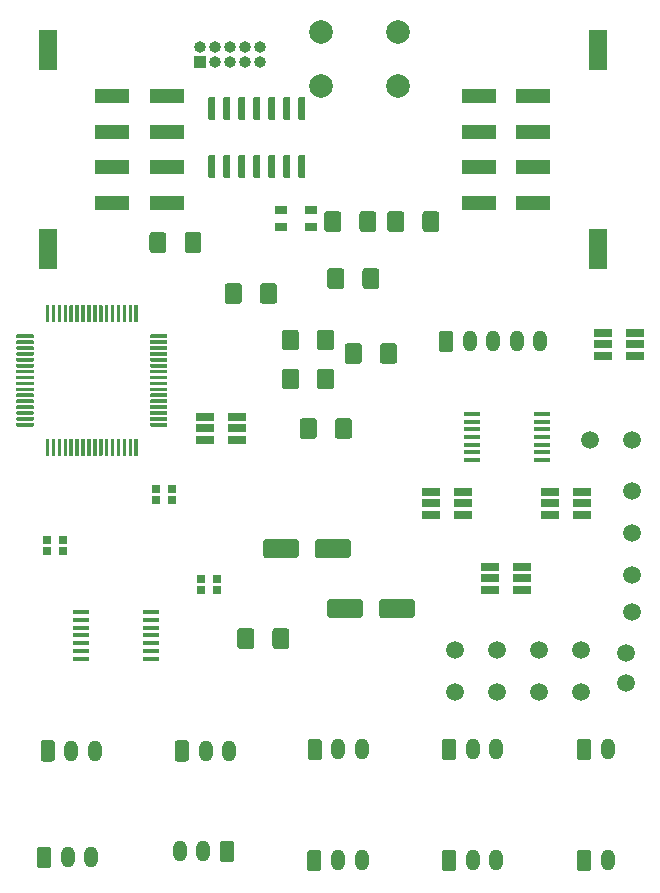
<source format=gbr>
G04 #@! TF.GenerationSoftware,KiCad,Pcbnew,5.1.5-52549c5~84~ubuntu18.04.1*
G04 #@! TF.CreationDate,2020-01-13T13:08:31-08:00*
G04 #@! TF.ProjectId,Extention Boards,45787465-6e74-4696-9f6e-20426f617264,rev?*
G04 #@! TF.SameCoordinates,Original*
G04 #@! TF.FileFunction,Copper,L1,Top*
G04 #@! TF.FilePolarity,Positive*
%FSLAX46Y46*%
G04 Gerber Fmt 4.6, Leading zero omitted, Abs format (unit mm)*
G04 Created by KiCad (PCBNEW 5.1.5-52549c5~84~ubuntu18.04.1) date 2020-01-13 13:08:31*
%MOMM*%
%LPD*%
G04 APERTURE LIST*
%ADD10C,1.500000*%
%ADD11C,0.100000*%
%ADD12R,1.000000X0.800000*%
%ADD13R,1.650000X3.430000*%
%ADD14R,2.920000X1.270000*%
%ADD15O,1.200000X1.800000*%
%ADD16R,1.000000X1.000000*%
%ADD17O,1.000000X1.000000*%
%ADD18R,0.700000X0.640000*%
%ADD19C,2.000000*%
%ADD20R,1.450000X0.450000*%
%ADD21R,1.560000X0.650000*%
G04 APERTURE END LIST*
D10*
X105654000Y-137608000D03*
X102104000Y-137608000D03*
X105156000Y-158242000D03*
X105156000Y-155702000D03*
X105664000Y-149098000D03*
X105664000Y-152166000D03*
X94230000Y-158998000D03*
X94230000Y-155448000D03*
X90680000Y-158998000D03*
X90680000Y-155448000D03*
X101334000Y-158998000D03*
X101334000Y-155448000D03*
X97784000Y-158998000D03*
X97784000Y-155448000D03*
X105664000Y-145536000D03*
X105664000Y-141986000D03*
G04 #@! TA.AperFunction,SMDPad,CuDef*
D11*
G36*
X87040504Y-151093204D02*
G01*
X87064773Y-151096804D01*
X87088571Y-151102765D01*
X87111671Y-151111030D01*
X87133849Y-151121520D01*
X87154893Y-151134133D01*
X87174598Y-151148747D01*
X87192777Y-151165223D01*
X87209253Y-151183402D01*
X87223867Y-151203107D01*
X87236480Y-151224151D01*
X87246970Y-151246329D01*
X87255235Y-151269429D01*
X87261196Y-151293227D01*
X87264796Y-151317496D01*
X87266000Y-151342000D01*
X87266000Y-152442000D01*
X87264796Y-152466504D01*
X87261196Y-152490773D01*
X87255235Y-152514571D01*
X87246970Y-152537671D01*
X87236480Y-152559849D01*
X87223867Y-152580893D01*
X87209253Y-152600598D01*
X87192777Y-152618777D01*
X87174598Y-152635253D01*
X87154893Y-152649867D01*
X87133849Y-152662480D01*
X87111671Y-152672970D01*
X87088571Y-152681235D01*
X87064773Y-152687196D01*
X87040504Y-152690796D01*
X87016000Y-152692000D01*
X84516000Y-152692000D01*
X84491496Y-152690796D01*
X84467227Y-152687196D01*
X84443429Y-152681235D01*
X84420329Y-152672970D01*
X84398151Y-152662480D01*
X84377107Y-152649867D01*
X84357402Y-152635253D01*
X84339223Y-152618777D01*
X84322747Y-152600598D01*
X84308133Y-152580893D01*
X84295520Y-152559849D01*
X84285030Y-152537671D01*
X84276765Y-152514571D01*
X84270804Y-152490773D01*
X84267204Y-152466504D01*
X84266000Y-152442000D01*
X84266000Y-151342000D01*
X84267204Y-151317496D01*
X84270804Y-151293227D01*
X84276765Y-151269429D01*
X84285030Y-151246329D01*
X84295520Y-151224151D01*
X84308133Y-151203107D01*
X84322747Y-151183402D01*
X84339223Y-151165223D01*
X84357402Y-151148747D01*
X84377107Y-151134133D01*
X84398151Y-151121520D01*
X84420329Y-151111030D01*
X84443429Y-151102765D01*
X84467227Y-151096804D01*
X84491496Y-151093204D01*
X84516000Y-151092000D01*
X87016000Y-151092000D01*
X87040504Y-151093204D01*
G37*
G04 #@! TD.AperFunction*
G04 #@! TA.AperFunction,SMDPad,CuDef*
G36*
X82640504Y-151093204D02*
G01*
X82664773Y-151096804D01*
X82688571Y-151102765D01*
X82711671Y-151111030D01*
X82733849Y-151121520D01*
X82754893Y-151134133D01*
X82774598Y-151148747D01*
X82792777Y-151165223D01*
X82809253Y-151183402D01*
X82823867Y-151203107D01*
X82836480Y-151224151D01*
X82846970Y-151246329D01*
X82855235Y-151269429D01*
X82861196Y-151293227D01*
X82864796Y-151317496D01*
X82866000Y-151342000D01*
X82866000Y-152442000D01*
X82864796Y-152466504D01*
X82861196Y-152490773D01*
X82855235Y-152514571D01*
X82846970Y-152537671D01*
X82836480Y-152559849D01*
X82823867Y-152580893D01*
X82809253Y-152600598D01*
X82792777Y-152618777D01*
X82774598Y-152635253D01*
X82754893Y-152649867D01*
X82733849Y-152662480D01*
X82711671Y-152672970D01*
X82688571Y-152681235D01*
X82664773Y-152687196D01*
X82640504Y-152690796D01*
X82616000Y-152692000D01*
X80116000Y-152692000D01*
X80091496Y-152690796D01*
X80067227Y-152687196D01*
X80043429Y-152681235D01*
X80020329Y-152672970D01*
X79998151Y-152662480D01*
X79977107Y-152649867D01*
X79957402Y-152635253D01*
X79939223Y-152618777D01*
X79922747Y-152600598D01*
X79908133Y-152580893D01*
X79895520Y-152559849D01*
X79885030Y-152537671D01*
X79876765Y-152514571D01*
X79870804Y-152490773D01*
X79867204Y-152466504D01*
X79866000Y-152442000D01*
X79866000Y-151342000D01*
X79867204Y-151317496D01*
X79870804Y-151293227D01*
X79876765Y-151269429D01*
X79885030Y-151246329D01*
X79895520Y-151224151D01*
X79908133Y-151203107D01*
X79922747Y-151183402D01*
X79939223Y-151165223D01*
X79957402Y-151148747D01*
X79977107Y-151134133D01*
X79998151Y-151121520D01*
X80020329Y-151111030D01*
X80043429Y-151102765D01*
X80067227Y-151096804D01*
X80091496Y-151093204D01*
X80116000Y-151092000D01*
X82616000Y-151092000D01*
X82640504Y-151093204D01*
G37*
G04 #@! TD.AperFunction*
G04 #@! TA.AperFunction,SMDPad,CuDef*
G36*
X73458004Y-153558204D02*
G01*
X73482273Y-153561804D01*
X73506071Y-153567765D01*
X73529171Y-153576030D01*
X73551349Y-153586520D01*
X73572393Y-153599133D01*
X73592098Y-153613747D01*
X73610277Y-153630223D01*
X73626753Y-153648402D01*
X73641367Y-153668107D01*
X73653980Y-153689151D01*
X73664470Y-153711329D01*
X73672735Y-153734429D01*
X73678696Y-153758227D01*
X73682296Y-153782496D01*
X73683500Y-153807000D01*
X73683500Y-155057000D01*
X73682296Y-155081504D01*
X73678696Y-155105773D01*
X73672735Y-155129571D01*
X73664470Y-155152671D01*
X73653980Y-155174849D01*
X73641367Y-155195893D01*
X73626753Y-155215598D01*
X73610277Y-155233777D01*
X73592098Y-155250253D01*
X73572393Y-155264867D01*
X73551349Y-155277480D01*
X73529171Y-155287970D01*
X73506071Y-155296235D01*
X73482273Y-155302196D01*
X73458004Y-155305796D01*
X73433500Y-155307000D01*
X72508500Y-155307000D01*
X72483996Y-155305796D01*
X72459727Y-155302196D01*
X72435929Y-155296235D01*
X72412829Y-155287970D01*
X72390651Y-155277480D01*
X72369607Y-155264867D01*
X72349902Y-155250253D01*
X72331723Y-155233777D01*
X72315247Y-155215598D01*
X72300633Y-155195893D01*
X72288020Y-155174849D01*
X72277530Y-155152671D01*
X72269265Y-155129571D01*
X72263304Y-155105773D01*
X72259704Y-155081504D01*
X72258500Y-155057000D01*
X72258500Y-153807000D01*
X72259704Y-153782496D01*
X72263304Y-153758227D01*
X72269265Y-153734429D01*
X72277530Y-153711329D01*
X72288020Y-153689151D01*
X72300633Y-153668107D01*
X72315247Y-153648402D01*
X72331723Y-153630223D01*
X72349902Y-153613747D01*
X72369607Y-153599133D01*
X72390651Y-153586520D01*
X72412829Y-153576030D01*
X72435929Y-153567765D01*
X72459727Y-153561804D01*
X72483996Y-153558204D01*
X72508500Y-153557000D01*
X73433500Y-153557000D01*
X73458004Y-153558204D01*
G37*
G04 #@! TD.AperFunction*
G04 #@! TA.AperFunction,SMDPad,CuDef*
G36*
X76433004Y-153558204D02*
G01*
X76457273Y-153561804D01*
X76481071Y-153567765D01*
X76504171Y-153576030D01*
X76526349Y-153586520D01*
X76547393Y-153599133D01*
X76567098Y-153613747D01*
X76585277Y-153630223D01*
X76601753Y-153648402D01*
X76616367Y-153668107D01*
X76628980Y-153689151D01*
X76639470Y-153711329D01*
X76647735Y-153734429D01*
X76653696Y-153758227D01*
X76657296Y-153782496D01*
X76658500Y-153807000D01*
X76658500Y-155057000D01*
X76657296Y-155081504D01*
X76653696Y-155105773D01*
X76647735Y-155129571D01*
X76639470Y-155152671D01*
X76628980Y-155174849D01*
X76616367Y-155195893D01*
X76601753Y-155215598D01*
X76585277Y-155233777D01*
X76567098Y-155250253D01*
X76547393Y-155264867D01*
X76526349Y-155277480D01*
X76504171Y-155287970D01*
X76481071Y-155296235D01*
X76457273Y-155302196D01*
X76433004Y-155305796D01*
X76408500Y-155307000D01*
X75483500Y-155307000D01*
X75458996Y-155305796D01*
X75434727Y-155302196D01*
X75410929Y-155296235D01*
X75387829Y-155287970D01*
X75365651Y-155277480D01*
X75344607Y-155264867D01*
X75324902Y-155250253D01*
X75306723Y-155233777D01*
X75290247Y-155215598D01*
X75275633Y-155195893D01*
X75263020Y-155174849D01*
X75252530Y-155152671D01*
X75244265Y-155129571D01*
X75238304Y-155105773D01*
X75234704Y-155081504D01*
X75233500Y-155057000D01*
X75233500Y-153807000D01*
X75234704Y-153782496D01*
X75238304Y-153758227D01*
X75244265Y-153734429D01*
X75252530Y-153711329D01*
X75263020Y-153689151D01*
X75275633Y-153668107D01*
X75290247Y-153648402D01*
X75306723Y-153630223D01*
X75324902Y-153613747D01*
X75344607Y-153599133D01*
X75365651Y-153586520D01*
X75387829Y-153576030D01*
X75410929Y-153567765D01*
X75434727Y-153561804D01*
X75458996Y-153558204D01*
X75483500Y-153557000D01*
X76408500Y-153557000D01*
X76433004Y-153558204D01*
G37*
G04 #@! TD.AperFunction*
G04 #@! TA.AperFunction,SMDPad,CuDef*
G36*
X77220504Y-146013204D02*
G01*
X77244773Y-146016804D01*
X77268571Y-146022765D01*
X77291671Y-146031030D01*
X77313849Y-146041520D01*
X77334893Y-146054133D01*
X77354598Y-146068747D01*
X77372777Y-146085223D01*
X77389253Y-146103402D01*
X77403867Y-146123107D01*
X77416480Y-146144151D01*
X77426970Y-146166329D01*
X77435235Y-146189429D01*
X77441196Y-146213227D01*
X77444796Y-146237496D01*
X77446000Y-146262000D01*
X77446000Y-147362000D01*
X77444796Y-147386504D01*
X77441196Y-147410773D01*
X77435235Y-147434571D01*
X77426970Y-147457671D01*
X77416480Y-147479849D01*
X77403867Y-147500893D01*
X77389253Y-147520598D01*
X77372777Y-147538777D01*
X77354598Y-147555253D01*
X77334893Y-147569867D01*
X77313849Y-147582480D01*
X77291671Y-147592970D01*
X77268571Y-147601235D01*
X77244773Y-147607196D01*
X77220504Y-147610796D01*
X77196000Y-147612000D01*
X74696000Y-147612000D01*
X74671496Y-147610796D01*
X74647227Y-147607196D01*
X74623429Y-147601235D01*
X74600329Y-147592970D01*
X74578151Y-147582480D01*
X74557107Y-147569867D01*
X74537402Y-147555253D01*
X74519223Y-147538777D01*
X74502747Y-147520598D01*
X74488133Y-147500893D01*
X74475520Y-147479849D01*
X74465030Y-147457671D01*
X74456765Y-147434571D01*
X74450804Y-147410773D01*
X74447204Y-147386504D01*
X74446000Y-147362000D01*
X74446000Y-146262000D01*
X74447204Y-146237496D01*
X74450804Y-146213227D01*
X74456765Y-146189429D01*
X74465030Y-146166329D01*
X74475520Y-146144151D01*
X74488133Y-146123107D01*
X74502747Y-146103402D01*
X74519223Y-146085223D01*
X74537402Y-146068747D01*
X74557107Y-146054133D01*
X74578151Y-146041520D01*
X74600329Y-146031030D01*
X74623429Y-146022765D01*
X74647227Y-146016804D01*
X74671496Y-146013204D01*
X74696000Y-146012000D01*
X77196000Y-146012000D01*
X77220504Y-146013204D01*
G37*
G04 #@! TD.AperFunction*
G04 #@! TA.AperFunction,SMDPad,CuDef*
G36*
X81620504Y-146013204D02*
G01*
X81644773Y-146016804D01*
X81668571Y-146022765D01*
X81691671Y-146031030D01*
X81713849Y-146041520D01*
X81734893Y-146054133D01*
X81754598Y-146068747D01*
X81772777Y-146085223D01*
X81789253Y-146103402D01*
X81803867Y-146123107D01*
X81816480Y-146144151D01*
X81826970Y-146166329D01*
X81835235Y-146189429D01*
X81841196Y-146213227D01*
X81844796Y-146237496D01*
X81846000Y-146262000D01*
X81846000Y-147362000D01*
X81844796Y-147386504D01*
X81841196Y-147410773D01*
X81835235Y-147434571D01*
X81826970Y-147457671D01*
X81816480Y-147479849D01*
X81803867Y-147500893D01*
X81789253Y-147520598D01*
X81772777Y-147538777D01*
X81754598Y-147555253D01*
X81734893Y-147569867D01*
X81713849Y-147582480D01*
X81691671Y-147592970D01*
X81668571Y-147601235D01*
X81644773Y-147607196D01*
X81620504Y-147610796D01*
X81596000Y-147612000D01*
X79096000Y-147612000D01*
X79071496Y-147610796D01*
X79047227Y-147607196D01*
X79023429Y-147601235D01*
X79000329Y-147592970D01*
X78978151Y-147582480D01*
X78957107Y-147569867D01*
X78937402Y-147555253D01*
X78919223Y-147538777D01*
X78902747Y-147520598D01*
X78888133Y-147500893D01*
X78875520Y-147479849D01*
X78865030Y-147457671D01*
X78856765Y-147434571D01*
X78850804Y-147410773D01*
X78847204Y-147386504D01*
X78846000Y-147362000D01*
X78846000Y-146262000D01*
X78847204Y-146237496D01*
X78850804Y-146213227D01*
X78856765Y-146189429D01*
X78865030Y-146166329D01*
X78875520Y-146144151D01*
X78888133Y-146123107D01*
X78902747Y-146103402D01*
X78919223Y-146085223D01*
X78937402Y-146068747D01*
X78957107Y-146054133D01*
X78978151Y-146041520D01*
X79000329Y-146031030D01*
X79023429Y-146022765D01*
X79047227Y-146016804D01*
X79071496Y-146013204D01*
X79096000Y-146012000D01*
X81596000Y-146012000D01*
X81620504Y-146013204D01*
G37*
G04 #@! TD.AperFunction*
D12*
X75966000Y-118172000D03*
X78466000Y-118172000D03*
X78466000Y-119572000D03*
X75966000Y-119572000D03*
D13*
X56194000Y-121415000D03*
X56194000Y-104645000D03*
D14*
X61664000Y-117530000D03*
X61664000Y-114530000D03*
X61664000Y-111530000D03*
X61664000Y-108530000D03*
X66294000Y-117530000D03*
X66294000Y-114530000D03*
X66294000Y-111530000D03*
X66294000Y-108530000D03*
X92681000Y-117530000D03*
X92681000Y-114530000D03*
X92681000Y-111530000D03*
X92681000Y-108530000D03*
X97311000Y-117530000D03*
X97311000Y-114530000D03*
X97311000Y-111530000D03*
X97311000Y-108530000D03*
D13*
X102781000Y-121415000D03*
X102781000Y-104645000D03*
G04 #@! TA.AperFunction,ComponentPad*
D11*
G36*
X90544505Y-172329204D02*
G01*
X90568773Y-172332804D01*
X90592572Y-172338765D01*
X90615671Y-172347030D01*
X90637850Y-172357520D01*
X90658893Y-172370132D01*
X90678599Y-172384747D01*
X90696777Y-172401223D01*
X90713253Y-172419401D01*
X90727868Y-172439107D01*
X90740480Y-172460150D01*
X90750970Y-172482329D01*
X90759235Y-172505428D01*
X90765196Y-172529227D01*
X90768796Y-172553495D01*
X90770000Y-172577999D01*
X90770000Y-173878001D01*
X90768796Y-173902505D01*
X90765196Y-173926773D01*
X90759235Y-173950572D01*
X90750970Y-173973671D01*
X90740480Y-173995850D01*
X90727868Y-174016893D01*
X90713253Y-174036599D01*
X90696777Y-174054777D01*
X90678599Y-174071253D01*
X90658893Y-174085868D01*
X90637850Y-174098480D01*
X90615671Y-174108970D01*
X90592572Y-174117235D01*
X90568773Y-174123196D01*
X90544505Y-174126796D01*
X90520001Y-174128000D01*
X89819999Y-174128000D01*
X89795495Y-174126796D01*
X89771227Y-174123196D01*
X89747428Y-174117235D01*
X89724329Y-174108970D01*
X89702150Y-174098480D01*
X89681107Y-174085868D01*
X89661401Y-174071253D01*
X89643223Y-174054777D01*
X89626747Y-174036599D01*
X89612132Y-174016893D01*
X89599520Y-173995850D01*
X89589030Y-173973671D01*
X89580765Y-173950572D01*
X89574804Y-173926773D01*
X89571204Y-173902505D01*
X89570000Y-173878001D01*
X89570000Y-172577999D01*
X89571204Y-172553495D01*
X89574804Y-172529227D01*
X89580765Y-172505428D01*
X89589030Y-172482329D01*
X89599520Y-172460150D01*
X89612132Y-172439107D01*
X89626747Y-172419401D01*
X89643223Y-172401223D01*
X89661401Y-172384747D01*
X89681107Y-172370132D01*
X89702150Y-172357520D01*
X89724329Y-172347030D01*
X89747428Y-172338765D01*
X89771227Y-172332804D01*
X89795495Y-172329204D01*
X89819999Y-172328000D01*
X90520001Y-172328000D01*
X90544505Y-172329204D01*
G37*
G04 #@! TD.AperFunction*
D15*
X92170000Y-173228000D03*
X94170000Y-173228000D03*
X67374000Y-172466000D03*
X69374000Y-172466000D03*
G04 #@! TA.AperFunction,ComponentPad*
D11*
G36*
X71748505Y-171567204D02*
G01*
X71772773Y-171570804D01*
X71796572Y-171576765D01*
X71819671Y-171585030D01*
X71841850Y-171595520D01*
X71862893Y-171608132D01*
X71882599Y-171622747D01*
X71900777Y-171639223D01*
X71917253Y-171657401D01*
X71931868Y-171677107D01*
X71944480Y-171698150D01*
X71954970Y-171720329D01*
X71963235Y-171743428D01*
X71969196Y-171767227D01*
X71972796Y-171791495D01*
X71974000Y-171815999D01*
X71974000Y-173116001D01*
X71972796Y-173140505D01*
X71969196Y-173164773D01*
X71963235Y-173188572D01*
X71954970Y-173211671D01*
X71944480Y-173233850D01*
X71931868Y-173254893D01*
X71917253Y-173274599D01*
X71900777Y-173292777D01*
X71882599Y-173309253D01*
X71862893Y-173323868D01*
X71841850Y-173336480D01*
X71819671Y-173346970D01*
X71796572Y-173355235D01*
X71772773Y-173361196D01*
X71748505Y-173364796D01*
X71724001Y-173366000D01*
X71023999Y-173366000D01*
X70999495Y-173364796D01*
X70975227Y-173361196D01*
X70951428Y-173355235D01*
X70928329Y-173346970D01*
X70906150Y-173336480D01*
X70885107Y-173323868D01*
X70865401Y-173309253D01*
X70847223Y-173292777D01*
X70830747Y-173274599D01*
X70816132Y-173254893D01*
X70803520Y-173233850D01*
X70793030Y-173211671D01*
X70784765Y-173188572D01*
X70778804Y-173164773D01*
X70775204Y-173140505D01*
X70774000Y-173116001D01*
X70774000Y-171815999D01*
X70775204Y-171791495D01*
X70778804Y-171767227D01*
X70784765Y-171743428D01*
X70793030Y-171720329D01*
X70803520Y-171698150D01*
X70816132Y-171677107D01*
X70830747Y-171657401D01*
X70847223Y-171639223D01*
X70865401Y-171622747D01*
X70885107Y-171608132D01*
X70906150Y-171595520D01*
X70928329Y-171585030D01*
X70951428Y-171576765D01*
X70975227Y-171570804D01*
X70999495Y-171567204D01*
X71023999Y-171566000D01*
X71724001Y-171566000D01*
X71748505Y-171567204D01*
G37*
G04 #@! TD.AperFunction*
G04 #@! TA.AperFunction,ComponentPad*
G36*
X101974505Y-162931204D02*
G01*
X101998773Y-162934804D01*
X102022572Y-162940765D01*
X102045671Y-162949030D01*
X102067850Y-162959520D01*
X102088893Y-162972132D01*
X102108599Y-162986747D01*
X102126777Y-163003223D01*
X102143253Y-163021401D01*
X102157868Y-163041107D01*
X102170480Y-163062150D01*
X102180970Y-163084329D01*
X102189235Y-163107428D01*
X102195196Y-163131227D01*
X102198796Y-163155495D01*
X102200000Y-163179999D01*
X102200000Y-164480001D01*
X102198796Y-164504505D01*
X102195196Y-164528773D01*
X102189235Y-164552572D01*
X102180970Y-164575671D01*
X102170480Y-164597850D01*
X102157868Y-164618893D01*
X102143253Y-164638599D01*
X102126777Y-164656777D01*
X102108599Y-164673253D01*
X102088893Y-164687868D01*
X102067850Y-164700480D01*
X102045671Y-164710970D01*
X102022572Y-164719235D01*
X101998773Y-164725196D01*
X101974505Y-164728796D01*
X101950001Y-164730000D01*
X101249999Y-164730000D01*
X101225495Y-164728796D01*
X101201227Y-164725196D01*
X101177428Y-164719235D01*
X101154329Y-164710970D01*
X101132150Y-164700480D01*
X101111107Y-164687868D01*
X101091401Y-164673253D01*
X101073223Y-164656777D01*
X101056747Y-164638599D01*
X101042132Y-164618893D01*
X101029520Y-164597850D01*
X101019030Y-164575671D01*
X101010765Y-164552572D01*
X101004804Y-164528773D01*
X101001204Y-164504505D01*
X101000000Y-164480001D01*
X101000000Y-163179999D01*
X101001204Y-163155495D01*
X101004804Y-163131227D01*
X101010765Y-163107428D01*
X101019030Y-163084329D01*
X101029520Y-163062150D01*
X101042132Y-163041107D01*
X101056747Y-163021401D01*
X101073223Y-163003223D01*
X101091401Y-162986747D01*
X101111107Y-162972132D01*
X101132150Y-162959520D01*
X101154329Y-162949030D01*
X101177428Y-162940765D01*
X101201227Y-162934804D01*
X101225495Y-162931204D01*
X101249999Y-162930000D01*
X101950001Y-162930000D01*
X101974505Y-162931204D01*
G37*
G04 #@! TD.AperFunction*
D15*
X103600000Y-163830000D03*
X103600000Y-173228000D03*
G04 #@! TA.AperFunction,ComponentPad*
D11*
G36*
X101974505Y-172329204D02*
G01*
X101998773Y-172332804D01*
X102022572Y-172338765D01*
X102045671Y-172347030D01*
X102067850Y-172357520D01*
X102088893Y-172370132D01*
X102108599Y-172384747D01*
X102126777Y-172401223D01*
X102143253Y-172419401D01*
X102157868Y-172439107D01*
X102170480Y-172460150D01*
X102180970Y-172482329D01*
X102189235Y-172505428D01*
X102195196Y-172529227D01*
X102198796Y-172553495D01*
X102200000Y-172577999D01*
X102200000Y-173878001D01*
X102198796Y-173902505D01*
X102195196Y-173926773D01*
X102189235Y-173950572D01*
X102180970Y-173973671D01*
X102170480Y-173995850D01*
X102157868Y-174016893D01*
X102143253Y-174036599D01*
X102126777Y-174054777D01*
X102108599Y-174071253D01*
X102088893Y-174085868D01*
X102067850Y-174098480D01*
X102045671Y-174108970D01*
X102022572Y-174117235D01*
X101998773Y-174123196D01*
X101974505Y-174126796D01*
X101950001Y-174128000D01*
X101249999Y-174128000D01*
X101225495Y-174126796D01*
X101201227Y-174123196D01*
X101177428Y-174117235D01*
X101154329Y-174108970D01*
X101132150Y-174098480D01*
X101111107Y-174085868D01*
X101091401Y-174071253D01*
X101073223Y-174054777D01*
X101056747Y-174036599D01*
X101042132Y-174016893D01*
X101029520Y-173995850D01*
X101019030Y-173973671D01*
X101010765Y-173950572D01*
X101004804Y-173926773D01*
X101001204Y-173902505D01*
X101000000Y-173878001D01*
X101000000Y-172577999D01*
X101001204Y-172553495D01*
X101004804Y-172529227D01*
X101010765Y-172505428D01*
X101019030Y-172482329D01*
X101029520Y-172460150D01*
X101042132Y-172439107D01*
X101056747Y-172419401D01*
X101073223Y-172401223D01*
X101091401Y-172384747D01*
X101111107Y-172370132D01*
X101132150Y-172357520D01*
X101154329Y-172347030D01*
X101177428Y-172338765D01*
X101201227Y-172332804D01*
X101225495Y-172329204D01*
X101249999Y-172328000D01*
X101950001Y-172328000D01*
X101974505Y-172329204D01*
G37*
G04 #@! TD.AperFunction*
D15*
X60198000Y-163947001D03*
X58198000Y-163947001D03*
G04 #@! TA.AperFunction,ComponentPad*
D11*
G36*
X56572505Y-163048205D02*
G01*
X56596773Y-163051805D01*
X56620572Y-163057766D01*
X56643671Y-163066031D01*
X56665850Y-163076521D01*
X56686893Y-163089133D01*
X56706599Y-163103748D01*
X56724777Y-163120224D01*
X56741253Y-163138402D01*
X56755868Y-163158108D01*
X56768480Y-163179151D01*
X56778970Y-163201330D01*
X56787235Y-163224429D01*
X56793196Y-163248228D01*
X56796796Y-163272496D01*
X56798000Y-163297000D01*
X56798000Y-164597002D01*
X56796796Y-164621506D01*
X56793196Y-164645774D01*
X56787235Y-164669573D01*
X56778970Y-164692672D01*
X56768480Y-164714851D01*
X56755868Y-164735894D01*
X56741253Y-164755600D01*
X56724777Y-164773778D01*
X56706599Y-164790254D01*
X56686893Y-164804869D01*
X56665850Y-164817481D01*
X56643671Y-164827971D01*
X56620572Y-164836236D01*
X56596773Y-164842197D01*
X56572505Y-164845797D01*
X56548001Y-164847001D01*
X55847999Y-164847001D01*
X55823495Y-164845797D01*
X55799227Y-164842197D01*
X55775428Y-164836236D01*
X55752329Y-164827971D01*
X55730150Y-164817481D01*
X55709107Y-164804869D01*
X55689401Y-164790254D01*
X55671223Y-164773778D01*
X55654747Y-164755600D01*
X55640132Y-164735894D01*
X55627520Y-164714851D01*
X55617030Y-164692672D01*
X55608765Y-164669573D01*
X55602804Y-164645774D01*
X55599204Y-164621506D01*
X55598000Y-164597002D01*
X55598000Y-163297000D01*
X55599204Y-163272496D01*
X55602804Y-163248228D01*
X55608765Y-163224429D01*
X55617030Y-163201330D01*
X55627520Y-163179151D01*
X55640132Y-163158108D01*
X55654747Y-163138402D01*
X55671223Y-163120224D01*
X55689401Y-163103748D01*
X55709107Y-163089133D01*
X55730150Y-163076521D01*
X55752329Y-163066031D01*
X55775428Y-163057766D01*
X55799227Y-163051805D01*
X55823495Y-163048205D01*
X55847999Y-163047001D01*
X56548001Y-163047001D01*
X56572505Y-163048205D01*
G37*
G04 #@! TD.AperFunction*
G04 #@! TA.AperFunction,ComponentPad*
G36*
X56254505Y-172075204D02*
G01*
X56278773Y-172078804D01*
X56302572Y-172084765D01*
X56325671Y-172093030D01*
X56347850Y-172103520D01*
X56368893Y-172116132D01*
X56388599Y-172130747D01*
X56406777Y-172147223D01*
X56423253Y-172165401D01*
X56437868Y-172185107D01*
X56450480Y-172206150D01*
X56460970Y-172228329D01*
X56469235Y-172251428D01*
X56475196Y-172275227D01*
X56478796Y-172299495D01*
X56480000Y-172323999D01*
X56480000Y-173624001D01*
X56478796Y-173648505D01*
X56475196Y-173672773D01*
X56469235Y-173696572D01*
X56460970Y-173719671D01*
X56450480Y-173741850D01*
X56437868Y-173762893D01*
X56423253Y-173782599D01*
X56406777Y-173800777D01*
X56388599Y-173817253D01*
X56368893Y-173831868D01*
X56347850Y-173844480D01*
X56325671Y-173854970D01*
X56302572Y-173863235D01*
X56278773Y-173869196D01*
X56254505Y-173872796D01*
X56230001Y-173874000D01*
X55529999Y-173874000D01*
X55505495Y-173872796D01*
X55481227Y-173869196D01*
X55457428Y-173863235D01*
X55434329Y-173854970D01*
X55412150Y-173844480D01*
X55391107Y-173831868D01*
X55371401Y-173817253D01*
X55353223Y-173800777D01*
X55336747Y-173782599D01*
X55322132Y-173762893D01*
X55309520Y-173741850D01*
X55299030Y-173719671D01*
X55290765Y-173696572D01*
X55284804Y-173672773D01*
X55281204Y-173648505D01*
X55280000Y-173624001D01*
X55280000Y-172323999D01*
X55281204Y-172299495D01*
X55284804Y-172275227D01*
X55290765Y-172251428D01*
X55299030Y-172228329D01*
X55309520Y-172206150D01*
X55322132Y-172185107D01*
X55336747Y-172165401D01*
X55353223Y-172147223D01*
X55371401Y-172130747D01*
X55391107Y-172116132D01*
X55412150Y-172103520D01*
X55434329Y-172093030D01*
X55457428Y-172084765D01*
X55481227Y-172078804D01*
X55505495Y-172075204D01*
X55529999Y-172074000D01*
X56230001Y-172074000D01*
X56254505Y-172075204D01*
G37*
G04 #@! TD.AperFunction*
D15*
X57880000Y-172974000D03*
X59880000Y-172974000D03*
X71564000Y-163947001D03*
X69564000Y-163947001D03*
G04 #@! TA.AperFunction,ComponentPad*
D11*
G36*
X67938505Y-163048205D02*
G01*
X67962773Y-163051805D01*
X67986572Y-163057766D01*
X68009671Y-163066031D01*
X68031850Y-163076521D01*
X68052893Y-163089133D01*
X68072599Y-163103748D01*
X68090777Y-163120224D01*
X68107253Y-163138402D01*
X68121868Y-163158108D01*
X68134480Y-163179151D01*
X68144970Y-163201330D01*
X68153235Y-163224429D01*
X68159196Y-163248228D01*
X68162796Y-163272496D01*
X68164000Y-163297000D01*
X68164000Y-164597002D01*
X68162796Y-164621506D01*
X68159196Y-164645774D01*
X68153235Y-164669573D01*
X68144970Y-164692672D01*
X68134480Y-164714851D01*
X68121868Y-164735894D01*
X68107253Y-164755600D01*
X68090777Y-164773778D01*
X68072599Y-164790254D01*
X68052893Y-164804869D01*
X68031850Y-164817481D01*
X68009671Y-164827971D01*
X67986572Y-164836236D01*
X67962773Y-164842197D01*
X67938505Y-164845797D01*
X67914001Y-164847001D01*
X67213999Y-164847001D01*
X67189495Y-164845797D01*
X67165227Y-164842197D01*
X67141428Y-164836236D01*
X67118329Y-164827971D01*
X67096150Y-164817481D01*
X67075107Y-164804869D01*
X67055401Y-164790254D01*
X67037223Y-164773778D01*
X67020747Y-164755600D01*
X67006132Y-164735894D01*
X66993520Y-164714851D01*
X66983030Y-164692672D01*
X66974765Y-164669573D01*
X66968804Y-164645774D01*
X66965204Y-164621506D01*
X66964000Y-164597002D01*
X66964000Y-163297000D01*
X66965204Y-163272496D01*
X66968804Y-163248228D01*
X66974765Y-163224429D01*
X66983030Y-163201330D01*
X66993520Y-163179151D01*
X67006132Y-163158108D01*
X67020747Y-163138402D01*
X67037223Y-163120224D01*
X67055401Y-163103748D01*
X67075107Y-163089133D01*
X67096150Y-163076521D01*
X67118329Y-163066031D01*
X67141428Y-163057766D01*
X67165227Y-163051805D01*
X67189495Y-163048205D01*
X67213999Y-163047001D01*
X67914001Y-163047001D01*
X67938505Y-163048205D01*
G37*
G04 #@! TD.AperFunction*
D15*
X82772000Y-173228000D03*
X80772000Y-173228000D03*
G04 #@! TA.AperFunction,ComponentPad*
D11*
G36*
X79146505Y-172329204D02*
G01*
X79170773Y-172332804D01*
X79194572Y-172338765D01*
X79217671Y-172347030D01*
X79239850Y-172357520D01*
X79260893Y-172370132D01*
X79280599Y-172384747D01*
X79298777Y-172401223D01*
X79315253Y-172419401D01*
X79329868Y-172439107D01*
X79342480Y-172460150D01*
X79352970Y-172482329D01*
X79361235Y-172505428D01*
X79367196Y-172529227D01*
X79370796Y-172553495D01*
X79372000Y-172577999D01*
X79372000Y-173878001D01*
X79370796Y-173902505D01*
X79367196Y-173926773D01*
X79361235Y-173950572D01*
X79352970Y-173973671D01*
X79342480Y-173995850D01*
X79329868Y-174016893D01*
X79315253Y-174036599D01*
X79298777Y-174054777D01*
X79280599Y-174071253D01*
X79260893Y-174085868D01*
X79239850Y-174098480D01*
X79217671Y-174108970D01*
X79194572Y-174117235D01*
X79170773Y-174123196D01*
X79146505Y-174126796D01*
X79122001Y-174128000D01*
X78421999Y-174128000D01*
X78397495Y-174126796D01*
X78373227Y-174123196D01*
X78349428Y-174117235D01*
X78326329Y-174108970D01*
X78304150Y-174098480D01*
X78283107Y-174085868D01*
X78263401Y-174071253D01*
X78245223Y-174054777D01*
X78228747Y-174036599D01*
X78214132Y-174016893D01*
X78201520Y-173995850D01*
X78191030Y-173973671D01*
X78182765Y-173950572D01*
X78176804Y-173926773D01*
X78173204Y-173902505D01*
X78172000Y-173878001D01*
X78172000Y-172577999D01*
X78173204Y-172553495D01*
X78176804Y-172529227D01*
X78182765Y-172505428D01*
X78191030Y-172482329D01*
X78201520Y-172460150D01*
X78214132Y-172439107D01*
X78228747Y-172419401D01*
X78245223Y-172401223D01*
X78263401Y-172384747D01*
X78283107Y-172370132D01*
X78304150Y-172357520D01*
X78326329Y-172347030D01*
X78349428Y-172338765D01*
X78373227Y-172332804D01*
X78397495Y-172329204D01*
X78421999Y-172328000D01*
X79122001Y-172328000D01*
X79146505Y-172329204D01*
G37*
G04 #@! TD.AperFunction*
G04 #@! TA.AperFunction,ComponentPad*
G36*
X79178505Y-162931204D02*
G01*
X79202773Y-162934804D01*
X79226572Y-162940765D01*
X79249671Y-162949030D01*
X79271850Y-162959520D01*
X79292893Y-162972132D01*
X79312599Y-162986747D01*
X79330777Y-163003223D01*
X79347253Y-163021401D01*
X79361868Y-163041107D01*
X79374480Y-163062150D01*
X79384970Y-163084329D01*
X79393235Y-163107428D01*
X79399196Y-163131227D01*
X79402796Y-163155495D01*
X79404000Y-163179999D01*
X79404000Y-164480001D01*
X79402796Y-164504505D01*
X79399196Y-164528773D01*
X79393235Y-164552572D01*
X79384970Y-164575671D01*
X79374480Y-164597850D01*
X79361868Y-164618893D01*
X79347253Y-164638599D01*
X79330777Y-164656777D01*
X79312599Y-164673253D01*
X79292893Y-164687868D01*
X79271850Y-164700480D01*
X79249671Y-164710970D01*
X79226572Y-164719235D01*
X79202773Y-164725196D01*
X79178505Y-164728796D01*
X79154001Y-164730000D01*
X78453999Y-164730000D01*
X78429495Y-164728796D01*
X78405227Y-164725196D01*
X78381428Y-164719235D01*
X78358329Y-164710970D01*
X78336150Y-164700480D01*
X78315107Y-164687868D01*
X78295401Y-164673253D01*
X78277223Y-164656777D01*
X78260747Y-164638599D01*
X78246132Y-164618893D01*
X78233520Y-164597850D01*
X78223030Y-164575671D01*
X78214765Y-164552572D01*
X78208804Y-164528773D01*
X78205204Y-164504505D01*
X78204000Y-164480001D01*
X78204000Y-163179999D01*
X78205204Y-163155495D01*
X78208804Y-163131227D01*
X78214765Y-163107428D01*
X78223030Y-163084329D01*
X78233520Y-163062150D01*
X78246132Y-163041107D01*
X78260747Y-163021401D01*
X78277223Y-163003223D01*
X78295401Y-162986747D01*
X78315107Y-162972132D01*
X78336150Y-162959520D01*
X78358329Y-162949030D01*
X78381428Y-162940765D01*
X78405227Y-162934804D01*
X78429495Y-162931204D01*
X78453999Y-162930000D01*
X79154001Y-162930000D01*
X79178505Y-162931204D01*
G37*
G04 #@! TD.AperFunction*
D15*
X80804000Y-163830000D03*
X82804000Y-163830000D03*
G04 #@! TA.AperFunction,ComponentPad*
D11*
G36*
X90544505Y-162931204D02*
G01*
X90568773Y-162934804D01*
X90592572Y-162940765D01*
X90615671Y-162949030D01*
X90637850Y-162959520D01*
X90658893Y-162972132D01*
X90678599Y-162986747D01*
X90696777Y-163003223D01*
X90713253Y-163021401D01*
X90727868Y-163041107D01*
X90740480Y-163062150D01*
X90750970Y-163084329D01*
X90759235Y-163107428D01*
X90765196Y-163131227D01*
X90768796Y-163155495D01*
X90770000Y-163179999D01*
X90770000Y-164480001D01*
X90768796Y-164504505D01*
X90765196Y-164528773D01*
X90759235Y-164552572D01*
X90750970Y-164575671D01*
X90740480Y-164597850D01*
X90727868Y-164618893D01*
X90713253Y-164638599D01*
X90696777Y-164656777D01*
X90678599Y-164673253D01*
X90658893Y-164687868D01*
X90637850Y-164700480D01*
X90615671Y-164710970D01*
X90592572Y-164719235D01*
X90568773Y-164725196D01*
X90544505Y-164728796D01*
X90520001Y-164730000D01*
X89819999Y-164730000D01*
X89795495Y-164728796D01*
X89771227Y-164725196D01*
X89747428Y-164719235D01*
X89724329Y-164710970D01*
X89702150Y-164700480D01*
X89681107Y-164687868D01*
X89661401Y-164673253D01*
X89643223Y-164656777D01*
X89626747Y-164638599D01*
X89612132Y-164618893D01*
X89599520Y-164597850D01*
X89589030Y-164575671D01*
X89580765Y-164552572D01*
X89574804Y-164528773D01*
X89571204Y-164504505D01*
X89570000Y-164480001D01*
X89570000Y-163179999D01*
X89571204Y-163155495D01*
X89574804Y-163131227D01*
X89580765Y-163107428D01*
X89589030Y-163084329D01*
X89599520Y-163062150D01*
X89612132Y-163041107D01*
X89626747Y-163021401D01*
X89643223Y-163003223D01*
X89661401Y-162986747D01*
X89681107Y-162972132D01*
X89702150Y-162959520D01*
X89724329Y-162949030D01*
X89747428Y-162940765D01*
X89771227Y-162934804D01*
X89795495Y-162931204D01*
X89819999Y-162930000D01*
X90520001Y-162930000D01*
X90544505Y-162931204D01*
G37*
G04 #@! TD.AperFunction*
D15*
X92170000Y-163830000D03*
X94170000Y-163830000D03*
D16*
X69088000Y-105664000D03*
D17*
X69088000Y-104394000D03*
X70358000Y-105664000D03*
X70358000Y-104394000D03*
X71628000Y-105664000D03*
X71628000Y-104394000D03*
X72898000Y-105664000D03*
X72898000Y-104394000D03*
X74168000Y-105664000D03*
X74168000Y-104394000D03*
G04 #@! TA.AperFunction,ComponentPad*
D11*
G36*
X90290505Y-128387204D02*
G01*
X90314773Y-128390804D01*
X90338572Y-128396765D01*
X90361671Y-128405030D01*
X90383850Y-128415520D01*
X90404893Y-128428132D01*
X90424599Y-128442747D01*
X90442777Y-128459223D01*
X90459253Y-128477401D01*
X90473868Y-128497107D01*
X90486480Y-128518150D01*
X90496970Y-128540329D01*
X90505235Y-128563428D01*
X90511196Y-128587227D01*
X90514796Y-128611495D01*
X90516000Y-128635999D01*
X90516000Y-129936001D01*
X90514796Y-129960505D01*
X90511196Y-129984773D01*
X90505235Y-130008572D01*
X90496970Y-130031671D01*
X90486480Y-130053850D01*
X90473868Y-130074893D01*
X90459253Y-130094599D01*
X90442777Y-130112777D01*
X90424599Y-130129253D01*
X90404893Y-130143868D01*
X90383850Y-130156480D01*
X90361671Y-130166970D01*
X90338572Y-130175235D01*
X90314773Y-130181196D01*
X90290505Y-130184796D01*
X90266001Y-130186000D01*
X89565999Y-130186000D01*
X89541495Y-130184796D01*
X89517227Y-130181196D01*
X89493428Y-130175235D01*
X89470329Y-130166970D01*
X89448150Y-130156480D01*
X89427107Y-130143868D01*
X89407401Y-130129253D01*
X89389223Y-130112777D01*
X89372747Y-130094599D01*
X89358132Y-130074893D01*
X89345520Y-130053850D01*
X89335030Y-130031671D01*
X89326765Y-130008572D01*
X89320804Y-129984773D01*
X89317204Y-129960505D01*
X89316000Y-129936001D01*
X89316000Y-128635999D01*
X89317204Y-128611495D01*
X89320804Y-128587227D01*
X89326765Y-128563428D01*
X89335030Y-128540329D01*
X89345520Y-128518150D01*
X89358132Y-128497107D01*
X89372747Y-128477401D01*
X89389223Y-128459223D01*
X89407401Y-128442747D01*
X89427107Y-128428132D01*
X89448150Y-128415520D01*
X89470329Y-128405030D01*
X89493428Y-128396765D01*
X89517227Y-128390804D01*
X89541495Y-128387204D01*
X89565999Y-128386000D01*
X90266001Y-128386000D01*
X90290505Y-128387204D01*
G37*
G04 #@! TD.AperFunction*
D15*
X91916000Y-129286000D03*
X93916000Y-129286000D03*
X95916000Y-129286000D03*
X97916000Y-129286000D03*
G04 #@! TA.AperFunction,SMDPad,CuDef*
D11*
G36*
X81078004Y-123078204D02*
G01*
X81102273Y-123081804D01*
X81126071Y-123087765D01*
X81149171Y-123096030D01*
X81171349Y-123106520D01*
X81192393Y-123119133D01*
X81212098Y-123133747D01*
X81230277Y-123150223D01*
X81246753Y-123168402D01*
X81261367Y-123188107D01*
X81273980Y-123209151D01*
X81284470Y-123231329D01*
X81292735Y-123254429D01*
X81298696Y-123278227D01*
X81302296Y-123302496D01*
X81303500Y-123327000D01*
X81303500Y-124577000D01*
X81302296Y-124601504D01*
X81298696Y-124625773D01*
X81292735Y-124649571D01*
X81284470Y-124672671D01*
X81273980Y-124694849D01*
X81261367Y-124715893D01*
X81246753Y-124735598D01*
X81230277Y-124753777D01*
X81212098Y-124770253D01*
X81192393Y-124784867D01*
X81171349Y-124797480D01*
X81149171Y-124807970D01*
X81126071Y-124816235D01*
X81102273Y-124822196D01*
X81078004Y-124825796D01*
X81053500Y-124827000D01*
X80128500Y-124827000D01*
X80103996Y-124825796D01*
X80079727Y-124822196D01*
X80055929Y-124816235D01*
X80032829Y-124807970D01*
X80010651Y-124797480D01*
X79989607Y-124784867D01*
X79969902Y-124770253D01*
X79951723Y-124753777D01*
X79935247Y-124735598D01*
X79920633Y-124715893D01*
X79908020Y-124694849D01*
X79897530Y-124672671D01*
X79889265Y-124649571D01*
X79883304Y-124625773D01*
X79879704Y-124601504D01*
X79878500Y-124577000D01*
X79878500Y-123327000D01*
X79879704Y-123302496D01*
X79883304Y-123278227D01*
X79889265Y-123254429D01*
X79897530Y-123231329D01*
X79908020Y-123209151D01*
X79920633Y-123188107D01*
X79935247Y-123168402D01*
X79951723Y-123150223D01*
X79969902Y-123133747D01*
X79989607Y-123119133D01*
X80010651Y-123106520D01*
X80032829Y-123096030D01*
X80055929Y-123087765D01*
X80079727Y-123081804D01*
X80103996Y-123078204D01*
X80128500Y-123077000D01*
X81053500Y-123077000D01*
X81078004Y-123078204D01*
G37*
G04 #@! TD.AperFunction*
G04 #@! TA.AperFunction,SMDPad,CuDef*
G36*
X84053004Y-123078204D02*
G01*
X84077273Y-123081804D01*
X84101071Y-123087765D01*
X84124171Y-123096030D01*
X84146349Y-123106520D01*
X84167393Y-123119133D01*
X84187098Y-123133747D01*
X84205277Y-123150223D01*
X84221753Y-123168402D01*
X84236367Y-123188107D01*
X84248980Y-123209151D01*
X84259470Y-123231329D01*
X84267735Y-123254429D01*
X84273696Y-123278227D01*
X84277296Y-123302496D01*
X84278500Y-123327000D01*
X84278500Y-124577000D01*
X84277296Y-124601504D01*
X84273696Y-124625773D01*
X84267735Y-124649571D01*
X84259470Y-124672671D01*
X84248980Y-124694849D01*
X84236367Y-124715893D01*
X84221753Y-124735598D01*
X84205277Y-124753777D01*
X84187098Y-124770253D01*
X84167393Y-124784867D01*
X84146349Y-124797480D01*
X84124171Y-124807970D01*
X84101071Y-124816235D01*
X84077273Y-124822196D01*
X84053004Y-124825796D01*
X84028500Y-124827000D01*
X83103500Y-124827000D01*
X83078996Y-124825796D01*
X83054727Y-124822196D01*
X83030929Y-124816235D01*
X83007829Y-124807970D01*
X82985651Y-124797480D01*
X82964607Y-124784867D01*
X82944902Y-124770253D01*
X82926723Y-124753777D01*
X82910247Y-124735598D01*
X82895633Y-124715893D01*
X82883020Y-124694849D01*
X82872530Y-124672671D01*
X82864265Y-124649571D01*
X82858304Y-124625773D01*
X82854704Y-124601504D01*
X82853500Y-124577000D01*
X82853500Y-123327000D01*
X82854704Y-123302496D01*
X82858304Y-123278227D01*
X82864265Y-123254429D01*
X82872530Y-123231329D01*
X82883020Y-123209151D01*
X82895633Y-123188107D01*
X82910247Y-123168402D01*
X82926723Y-123150223D01*
X82944902Y-123133747D01*
X82964607Y-123119133D01*
X82985651Y-123106520D01*
X83007829Y-123096030D01*
X83030929Y-123087765D01*
X83054727Y-123081804D01*
X83078996Y-123078204D01*
X83103500Y-123077000D01*
X84028500Y-123077000D01*
X84053004Y-123078204D01*
G37*
G04 #@! TD.AperFunction*
G04 #@! TA.AperFunction,SMDPad,CuDef*
G36*
X89133004Y-118252204D02*
G01*
X89157273Y-118255804D01*
X89181071Y-118261765D01*
X89204171Y-118270030D01*
X89226349Y-118280520D01*
X89247393Y-118293133D01*
X89267098Y-118307747D01*
X89285277Y-118324223D01*
X89301753Y-118342402D01*
X89316367Y-118362107D01*
X89328980Y-118383151D01*
X89339470Y-118405329D01*
X89347735Y-118428429D01*
X89353696Y-118452227D01*
X89357296Y-118476496D01*
X89358500Y-118501000D01*
X89358500Y-119751000D01*
X89357296Y-119775504D01*
X89353696Y-119799773D01*
X89347735Y-119823571D01*
X89339470Y-119846671D01*
X89328980Y-119868849D01*
X89316367Y-119889893D01*
X89301753Y-119909598D01*
X89285277Y-119927777D01*
X89267098Y-119944253D01*
X89247393Y-119958867D01*
X89226349Y-119971480D01*
X89204171Y-119981970D01*
X89181071Y-119990235D01*
X89157273Y-119996196D01*
X89133004Y-119999796D01*
X89108500Y-120001000D01*
X88183500Y-120001000D01*
X88158996Y-119999796D01*
X88134727Y-119996196D01*
X88110929Y-119990235D01*
X88087829Y-119981970D01*
X88065651Y-119971480D01*
X88044607Y-119958867D01*
X88024902Y-119944253D01*
X88006723Y-119927777D01*
X87990247Y-119909598D01*
X87975633Y-119889893D01*
X87963020Y-119868849D01*
X87952530Y-119846671D01*
X87944265Y-119823571D01*
X87938304Y-119799773D01*
X87934704Y-119775504D01*
X87933500Y-119751000D01*
X87933500Y-118501000D01*
X87934704Y-118476496D01*
X87938304Y-118452227D01*
X87944265Y-118428429D01*
X87952530Y-118405329D01*
X87963020Y-118383151D01*
X87975633Y-118362107D01*
X87990247Y-118342402D01*
X88006723Y-118324223D01*
X88024902Y-118307747D01*
X88044607Y-118293133D01*
X88065651Y-118280520D01*
X88087829Y-118270030D01*
X88110929Y-118261765D01*
X88134727Y-118255804D01*
X88158996Y-118252204D01*
X88183500Y-118251000D01*
X89108500Y-118251000D01*
X89133004Y-118252204D01*
G37*
G04 #@! TD.AperFunction*
G04 #@! TA.AperFunction,SMDPad,CuDef*
G36*
X86158004Y-118252204D02*
G01*
X86182273Y-118255804D01*
X86206071Y-118261765D01*
X86229171Y-118270030D01*
X86251349Y-118280520D01*
X86272393Y-118293133D01*
X86292098Y-118307747D01*
X86310277Y-118324223D01*
X86326753Y-118342402D01*
X86341367Y-118362107D01*
X86353980Y-118383151D01*
X86364470Y-118405329D01*
X86372735Y-118428429D01*
X86378696Y-118452227D01*
X86382296Y-118476496D01*
X86383500Y-118501000D01*
X86383500Y-119751000D01*
X86382296Y-119775504D01*
X86378696Y-119799773D01*
X86372735Y-119823571D01*
X86364470Y-119846671D01*
X86353980Y-119868849D01*
X86341367Y-119889893D01*
X86326753Y-119909598D01*
X86310277Y-119927777D01*
X86292098Y-119944253D01*
X86272393Y-119958867D01*
X86251349Y-119971480D01*
X86229171Y-119981970D01*
X86206071Y-119990235D01*
X86182273Y-119996196D01*
X86158004Y-119999796D01*
X86133500Y-120001000D01*
X85208500Y-120001000D01*
X85183996Y-119999796D01*
X85159727Y-119996196D01*
X85135929Y-119990235D01*
X85112829Y-119981970D01*
X85090651Y-119971480D01*
X85069607Y-119958867D01*
X85049902Y-119944253D01*
X85031723Y-119927777D01*
X85015247Y-119909598D01*
X85000633Y-119889893D01*
X84988020Y-119868849D01*
X84977530Y-119846671D01*
X84969265Y-119823571D01*
X84963304Y-119799773D01*
X84959704Y-119775504D01*
X84958500Y-119751000D01*
X84958500Y-118501000D01*
X84959704Y-118476496D01*
X84963304Y-118452227D01*
X84969265Y-118428429D01*
X84977530Y-118405329D01*
X84988020Y-118383151D01*
X85000633Y-118362107D01*
X85015247Y-118342402D01*
X85031723Y-118324223D01*
X85049902Y-118307747D01*
X85069607Y-118293133D01*
X85090651Y-118280520D01*
X85112829Y-118270030D01*
X85135929Y-118261765D01*
X85159727Y-118255804D01*
X85183996Y-118252204D01*
X85208500Y-118251000D01*
X86133500Y-118251000D01*
X86158004Y-118252204D01*
G37*
G04 #@! TD.AperFunction*
G04 #@! TA.AperFunction,SMDPad,CuDef*
G36*
X82565504Y-129428204D02*
G01*
X82589773Y-129431804D01*
X82613571Y-129437765D01*
X82636671Y-129446030D01*
X82658849Y-129456520D01*
X82679893Y-129469133D01*
X82699598Y-129483747D01*
X82717777Y-129500223D01*
X82734253Y-129518402D01*
X82748867Y-129538107D01*
X82761480Y-129559151D01*
X82771970Y-129581329D01*
X82780235Y-129604429D01*
X82786196Y-129628227D01*
X82789796Y-129652496D01*
X82791000Y-129677000D01*
X82791000Y-130927000D01*
X82789796Y-130951504D01*
X82786196Y-130975773D01*
X82780235Y-130999571D01*
X82771970Y-131022671D01*
X82761480Y-131044849D01*
X82748867Y-131065893D01*
X82734253Y-131085598D01*
X82717777Y-131103777D01*
X82699598Y-131120253D01*
X82679893Y-131134867D01*
X82658849Y-131147480D01*
X82636671Y-131157970D01*
X82613571Y-131166235D01*
X82589773Y-131172196D01*
X82565504Y-131175796D01*
X82541000Y-131177000D01*
X81616000Y-131177000D01*
X81591496Y-131175796D01*
X81567227Y-131172196D01*
X81543429Y-131166235D01*
X81520329Y-131157970D01*
X81498151Y-131147480D01*
X81477107Y-131134867D01*
X81457402Y-131120253D01*
X81439223Y-131103777D01*
X81422747Y-131085598D01*
X81408133Y-131065893D01*
X81395520Y-131044849D01*
X81385030Y-131022671D01*
X81376765Y-130999571D01*
X81370804Y-130975773D01*
X81367204Y-130951504D01*
X81366000Y-130927000D01*
X81366000Y-129677000D01*
X81367204Y-129652496D01*
X81370804Y-129628227D01*
X81376765Y-129604429D01*
X81385030Y-129581329D01*
X81395520Y-129559151D01*
X81408133Y-129538107D01*
X81422747Y-129518402D01*
X81439223Y-129500223D01*
X81457402Y-129483747D01*
X81477107Y-129469133D01*
X81498151Y-129456520D01*
X81520329Y-129446030D01*
X81543429Y-129437765D01*
X81567227Y-129431804D01*
X81591496Y-129428204D01*
X81616000Y-129427000D01*
X82541000Y-129427000D01*
X82565504Y-129428204D01*
G37*
G04 #@! TD.AperFunction*
G04 #@! TA.AperFunction,SMDPad,CuDef*
G36*
X85540504Y-129428204D02*
G01*
X85564773Y-129431804D01*
X85588571Y-129437765D01*
X85611671Y-129446030D01*
X85633849Y-129456520D01*
X85654893Y-129469133D01*
X85674598Y-129483747D01*
X85692777Y-129500223D01*
X85709253Y-129518402D01*
X85723867Y-129538107D01*
X85736480Y-129559151D01*
X85746970Y-129581329D01*
X85755235Y-129604429D01*
X85761196Y-129628227D01*
X85764796Y-129652496D01*
X85766000Y-129677000D01*
X85766000Y-130927000D01*
X85764796Y-130951504D01*
X85761196Y-130975773D01*
X85755235Y-130999571D01*
X85746970Y-131022671D01*
X85736480Y-131044849D01*
X85723867Y-131065893D01*
X85709253Y-131085598D01*
X85692777Y-131103777D01*
X85674598Y-131120253D01*
X85654893Y-131134867D01*
X85633849Y-131147480D01*
X85611671Y-131157970D01*
X85588571Y-131166235D01*
X85564773Y-131172196D01*
X85540504Y-131175796D01*
X85516000Y-131177000D01*
X84591000Y-131177000D01*
X84566496Y-131175796D01*
X84542227Y-131172196D01*
X84518429Y-131166235D01*
X84495329Y-131157970D01*
X84473151Y-131147480D01*
X84452107Y-131134867D01*
X84432402Y-131120253D01*
X84414223Y-131103777D01*
X84397747Y-131085598D01*
X84383133Y-131065893D01*
X84370520Y-131044849D01*
X84360030Y-131022671D01*
X84351765Y-130999571D01*
X84345804Y-130975773D01*
X84342204Y-130951504D01*
X84341000Y-130927000D01*
X84341000Y-129677000D01*
X84342204Y-129652496D01*
X84345804Y-129628227D01*
X84351765Y-129604429D01*
X84360030Y-129581329D01*
X84370520Y-129559151D01*
X84383133Y-129538107D01*
X84397747Y-129518402D01*
X84414223Y-129500223D01*
X84432402Y-129483747D01*
X84452107Y-129469133D01*
X84473151Y-129456520D01*
X84495329Y-129446030D01*
X84518429Y-129437765D01*
X84542227Y-129431804D01*
X84566496Y-129428204D01*
X84591000Y-129427000D01*
X85516000Y-129427000D01*
X85540504Y-129428204D01*
G37*
G04 #@! TD.AperFunction*
G04 #@! TA.AperFunction,SMDPad,CuDef*
G36*
X80209505Y-131579205D02*
G01*
X80233774Y-131582805D01*
X80257572Y-131588766D01*
X80280672Y-131597031D01*
X80302850Y-131607521D01*
X80323894Y-131620134D01*
X80343599Y-131634748D01*
X80361778Y-131651224D01*
X80378254Y-131669403D01*
X80392868Y-131689108D01*
X80405481Y-131710152D01*
X80415971Y-131732330D01*
X80424236Y-131755430D01*
X80430197Y-131779228D01*
X80433797Y-131803497D01*
X80435001Y-131828001D01*
X80435001Y-133078001D01*
X80433797Y-133102505D01*
X80430197Y-133126774D01*
X80424236Y-133150572D01*
X80415971Y-133173672D01*
X80405481Y-133195850D01*
X80392868Y-133216894D01*
X80378254Y-133236599D01*
X80361778Y-133254778D01*
X80343599Y-133271254D01*
X80323894Y-133285868D01*
X80302850Y-133298481D01*
X80280672Y-133308971D01*
X80257572Y-133317236D01*
X80233774Y-133323197D01*
X80209505Y-133326797D01*
X80185001Y-133328001D01*
X79260001Y-133328001D01*
X79235497Y-133326797D01*
X79211228Y-133323197D01*
X79187430Y-133317236D01*
X79164330Y-133308971D01*
X79142152Y-133298481D01*
X79121108Y-133285868D01*
X79101403Y-133271254D01*
X79083224Y-133254778D01*
X79066748Y-133236599D01*
X79052134Y-133216894D01*
X79039521Y-133195850D01*
X79029031Y-133173672D01*
X79020766Y-133150572D01*
X79014805Y-133126774D01*
X79011205Y-133102505D01*
X79010001Y-133078001D01*
X79010001Y-131828001D01*
X79011205Y-131803497D01*
X79014805Y-131779228D01*
X79020766Y-131755430D01*
X79029031Y-131732330D01*
X79039521Y-131710152D01*
X79052134Y-131689108D01*
X79066748Y-131669403D01*
X79083224Y-131651224D01*
X79101403Y-131634748D01*
X79121108Y-131620134D01*
X79142152Y-131607521D01*
X79164330Y-131597031D01*
X79187430Y-131588766D01*
X79211228Y-131582805D01*
X79235497Y-131579205D01*
X79260001Y-131578001D01*
X80185001Y-131578001D01*
X80209505Y-131579205D01*
G37*
G04 #@! TD.AperFunction*
G04 #@! TA.AperFunction,SMDPad,CuDef*
G36*
X77234505Y-131579205D02*
G01*
X77258774Y-131582805D01*
X77282572Y-131588766D01*
X77305672Y-131597031D01*
X77327850Y-131607521D01*
X77348894Y-131620134D01*
X77368599Y-131634748D01*
X77386778Y-131651224D01*
X77403254Y-131669403D01*
X77417868Y-131689108D01*
X77430481Y-131710152D01*
X77440971Y-131732330D01*
X77449236Y-131755430D01*
X77455197Y-131779228D01*
X77458797Y-131803497D01*
X77460001Y-131828001D01*
X77460001Y-133078001D01*
X77458797Y-133102505D01*
X77455197Y-133126774D01*
X77449236Y-133150572D01*
X77440971Y-133173672D01*
X77430481Y-133195850D01*
X77417868Y-133216894D01*
X77403254Y-133236599D01*
X77386778Y-133254778D01*
X77368599Y-133271254D01*
X77348894Y-133285868D01*
X77327850Y-133298481D01*
X77305672Y-133308971D01*
X77282572Y-133317236D01*
X77258774Y-133323197D01*
X77234505Y-133326797D01*
X77210001Y-133328001D01*
X76285001Y-133328001D01*
X76260497Y-133326797D01*
X76236228Y-133323197D01*
X76212430Y-133317236D01*
X76189330Y-133308971D01*
X76167152Y-133298481D01*
X76146108Y-133285868D01*
X76126403Y-133271254D01*
X76108224Y-133254778D01*
X76091748Y-133236599D01*
X76077134Y-133216894D01*
X76064521Y-133195850D01*
X76054031Y-133173672D01*
X76045766Y-133150572D01*
X76039805Y-133126774D01*
X76036205Y-133102505D01*
X76035001Y-133078001D01*
X76035001Y-131828001D01*
X76036205Y-131803497D01*
X76039805Y-131779228D01*
X76045766Y-131755430D01*
X76054031Y-131732330D01*
X76064521Y-131710152D01*
X76077134Y-131689108D01*
X76091748Y-131669403D01*
X76108224Y-131651224D01*
X76126403Y-131634748D01*
X76146108Y-131620134D01*
X76167152Y-131607521D01*
X76189330Y-131597031D01*
X76212430Y-131588766D01*
X76236228Y-131582805D01*
X76260497Y-131579205D01*
X76285001Y-131578001D01*
X77210001Y-131578001D01*
X77234505Y-131579205D01*
G37*
G04 #@! TD.AperFunction*
G04 #@! TA.AperFunction,SMDPad,CuDef*
G36*
X78755504Y-135778204D02*
G01*
X78779773Y-135781804D01*
X78803571Y-135787765D01*
X78826671Y-135796030D01*
X78848849Y-135806520D01*
X78869893Y-135819133D01*
X78889598Y-135833747D01*
X78907777Y-135850223D01*
X78924253Y-135868402D01*
X78938867Y-135888107D01*
X78951480Y-135909151D01*
X78961970Y-135931329D01*
X78970235Y-135954429D01*
X78976196Y-135978227D01*
X78979796Y-136002496D01*
X78981000Y-136027000D01*
X78981000Y-137277000D01*
X78979796Y-137301504D01*
X78976196Y-137325773D01*
X78970235Y-137349571D01*
X78961970Y-137372671D01*
X78951480Y-137394849D01*
X78938867Y-137415893D01*
X78924253Y-137435598D01*
X78907777Y-137453777D01*
X78889598Y-137470253D01*
X78869893Y-137484867D01*
X78848849Y-137497480D01*
X78826671Y-137507970D01*
X78803571Y-137516235D01*
X78779773Y-137522196D01*
X78755504Y-137525796D01*
X78731000Y-137527000D01*
X77806000Y-137527000D01*
X77781496Y-137525796D01*
X77757227Y-137522196D01*
X77733429Y-137516235D01*
X77710329Y-137507970D01*
X77688151Y-137497480D01*
X77667107Y-137484867D01*
X77647402Y-137470253D01*
X77629223Y-137453777D01*
X77612747Y-137435598D01*
X77598133Y-137415893D01*
X77585520Y-137394849D01*
X77575030Y-137372671D01*
X77566765Y-137349571D01*
X77560804Y-137325773D01*
X77557204Y-137301504D01*
X77556000Y-137277000D01*
X77556000Y-136027000D01*
X77557204Y-136002496D01*
X77560804Y-135978227D01*
X77566765Y-135954429D01*
X77575030Y-135931329D01*
X77585520Y-135909151D01*
X77598133Y-135888107D01*
X77612747Y-135868402D01*
X77629223Y-135850223D01*
X77647402Y-135833747D01*
X77667107Y-135819133D01*
X77688151Y-135806520D01*
X77710329Y-135796030D01*
X77733429Y-135787765D01*
X77757227Y-135781804D01*
X77781496Y-135778204D01*
X77806000Y-135777000D01*
X78731000Y-135777000D01*
X78755504Y-135778204D01*
G37*
G04 #@! TD.AperFunction*
G04 #@! TA.AperFunction,SMDPad,CuDef*
G36*
X81730504Y-135778204D02*
G01*
X81754773Y-135781804D01*
X81778571Y-135787765D01*
X81801671Y-135796030D01*
X81823849Y-135806520D01*
X81844893Y-135819133D01*
X81864598Y-135833747D01*
X81882777Y-135850223D01*
X81899253Y-135868402D01*
X81913867Y-135888107D01*
X81926480Y-135909151D01*
X81936970Y-135931329D01*
X81945235Y-135954429D01*
X81951196Y-135978227D01*
X81954796Y-136002496D01*
X81956000Y-136027000D01*
X81956000Y-137277000D01*
X81954796Y-137301504D01*
X81951196Y-137325773D01*
X81945235Y-137349571D01*
X81936970Y-137372671D01*
X81926480Y-137394849D01*
X81913867Y-137415893D01*
X81899253Y-137435598D01*
X81882777Y-137453777D01*
X81864598Y-137470253D01*
X81844893Y-137484867D01*
X81823849Y-137497480D01*
X81801671Y-137507970D01*
X81778571Y-137516235D01*
X81754773Y-137522196D01*
X81730504Y-137525796D01*
X81706000Y-137527000D01*
X80781000Y-137527000D01*
X80756496Y-137525796D01*
X80732227Y-137522196D01*
X80708429Y-137516235D01*
X80685329Y-137507970D01*
X80663151Y-137497480D01*
X80642107Y-137484867D01*
X80622402Y-137470253D01*
X80604223Y-137453777D01*
X80587747Y-137435598D01*
X80573133Y-137415893D01*
X80560520Y-137394849D01*
X80550030Y-137372671D01*
X80541765Y-137349571D01*
X80535804Y-137325773D01*
X80532204Y-137301504D01*
X80531000Y-137277000D01*
X80531000Y-136027000D01*
X80532204Y-136002496D01*
X80535804Y-135978227D01*
X80541765Y-135954429D01*
X80550030Y-135931329D01*
X80560520Y-135909151D01*
X80573133Y-135888107D01*
X80587747Y-135868402D01*
X80604223Y-135850223D01*
X80622402Y-135833747D01*
X80642107Y-135819133D01*
X80663151Y-135806520D01*
X80685329Y-135796030D01*
X80708429Y-135787765D01*
X80732227Y-135781804D01*
X80756496Y-135778204D01*
X80781000Y-135777000D01*
X81706000Y-135777000D01*
X81730504Y-135778204D01*
G37*
G04 #@! TD.AperFunction*
G04 #@! TA.AperFunction,SMDPad,CuDef*
G36*
X72405504Y-124348204D02*
G01*
X72429773Y-124351804D01*
X72453571Y-124357765D01*
X72476671Y-124366030D01*
X72498849Y-124376520D01*
X72519893Y-124389133D01*
X72539598Y-124403747D01*
X72557777Y-124420223D01*
X72574253Y-124438402D01*
X72588867Y-124458107D01*
X72601480Y-124479151D01*
X72611970Y-124501329D01*
X72620235Y-124524429D01*
X72626196Y-124548227D01*
X72629796Y-124572496D01*
X72631000Y-124597000D01*
X72631000Y-125847000D01*
X72629796Y-125871504D01*
X72626196Y-125895773D01*
X72620235Y-125919571D01*
X72611970Y-125942671D01*
X72601480Y-125964849D01*
X72588867Y-125985893D01*
X72574253Y-126005598D01*
X72557777Y-126023777D01*
X72539598Y-126040253D01*
X72519893Y-126054867D01*
X72498849Y-126067480D01*
X72476671Y-126077970D01*
X72453571Y-126086235D01*
X72429773Y-126092196D01*
X72405504Y-126095796D01*
X72381000Y-126097000D01*
X71456000Y-126097000D01*
X71431496Y-126095796D01*
X71407227Y-126092196D01*
X71383429Y-126086235D01*
X71360329Y-126077970D01*
X71338151Y-126067480D01*
X71317107Y-126054867D01*
X71297402Y-126040253D01*
X71279223Y-126023777D01*
X71262747Y-126005598D01*
X71248133Y-125985893D01*
X71235520Y-125964849D01*
X71225030Y-125942671D01*
X71216765Y-125919571D01*
X71210804Y-125895773D01*
X71207204Y-125871504D01*
X71206000Y-125847000D01*
X71206000Y-124597000D01*
X71207204Y-124572496D01*
X71210804Y-124548227D01*
X71216765Y-124524429D01*
X71225030Y-124501329D01*
X71235520Y-124479151D01*
X71248133Y-124458107D01*
X71262747Y-124438402D01*
X71279223Y-124420223D01*
X71297402Y-124403747D01*
X71317107Y-124389133D01*
X71338151Y-124376520D01*
X71360329Y-124366030D01*
X71383429Y-124357765D01*
X71407227Y-124351804D01*
X71431496Y-124348204D01*
X71456000Y-124347000D01*
X72381000Y-124347000D01*
X72405504Y-124348204D01*
G37*
G04 #@! TD.AperFunction*
G04 #@! TA.AperFunction,SMDPad,CuDef*
G36*
X75380504Y-124348204D02*
G01*
X75404773Y-124351804D01*
X75428571Y-124357765D01*
X75451671Y-124366030D01*
X75473849Y-124376520D01*
X75494893Y-124389133D01*
X75514598Y-124403747D01*
X75532777Y-124420223D01*
X75549253Y-124438402D01*
X75563867Y-124458107D01*
X75576480Y-124479151D01*
X75586970Y-124501329D01*
X75595235Y-124524429D01*
X75601196Y-124548227D01*
X75604796Y-124572496D01*
X75606000Y-124597000D01*
X75606000Y-125847000D01*
X75604796Y-125871504D01*
X75601196Y-125895773D01*
X75595235Y-125919571D01*
X75586970Y-125942671D01*
X75576480Y-125964849D01*
X75563867Y-125985893D01*
X75549253Y-126005598D01*
X75532777Y-126023777D01*
X75514598Y-126040253D01*
X75494893Y-126054867D01*
X75473849Y-126067480D01*
X75451671Y-126077970D01*
X75428571Y-126086235D01*
X75404773Y-126092196D01*
X75380504Y-126095796D01*
X75356000Y-126097000D01*
X74431000Y-126097000D01*
X74406496Y-126095796D01*
X74382227Y-126092196D01*
X74358429Y-126086235D01*
X74335329Y-126077970D01*
X74313151Y-126067480D01*
X74292107Y-126054867D01*
X74272402Y-126040253D01*
X74254223Y-126023777D01*
X74237747Y-126005598D01*
X74223133Y-125985893D01*
X74210520Y-125964849D01*
X74200030Y-125942671D01*
X74191765Y-125919571D01*
X74185804Y-125895773D01*
X74182204Y-125871504D01*
X74181000Y-125847000D01*
X74181000Y-124597000D01*
X74182204Y-124572496D01*
X74185804Y-124548227D01*
X74191765Y-124524429D01*
X74200030Y-124501329D01*
X74210520Y-124479151D01*
X74223133Y-124458107D01*
X74237747Y-124438402D01*
X74254223Y-124420223D01*
X74272402Y-124403747D01*
X74292107Y-124389133D01*
X74313151Y-124376520D01*
X74335329Y-124366030D01*
X74358429Y-124357765D01*
X74382227Y-124351804D01*
X74406496Y-124348204D01*
X74431000Y-124347000D01*
X75356000Y-124347000D01*
X75380504Y-124348204D01*
G37*
G04 #@! TD.AperFunction*
G04 #@! TA.AperFunction,SMDPad,CuDef*
G36*
X83799004Y-118252204D02*
G01*
X83823273Y-118255804D01*
X83847071Y-118261765D01*
X83870171Y-118270030D01*
X83892349Y-118280520D01*
X83913393Y-118293133D01*
X83933098Y-118307747D01*
X83951277Y-118324223D01*
X83967753Y-118342402D01*
X83982367Y-118362107D01*
X83994980Y-118383151D01*
X84005470Y-118405329D01*
X84013735Y-118428429D01*
X84019696Y-118452227D01*
X84023296Y-118476496D01*
X84024500Y-118501000D01*
X84024500Y-119751000D01*
X84023296Y-119775504D01*
X84019696Y-119799773D01*
X84013735Y-119823571D01*
X84005470Y-119846671D01*
X83994980Y-119868849D01*
X83982367Y-119889893D01*
X83967753Y-119909598D01*
X83951277Y-119927777D01*
X83933098Y-119944253D01*
X83913393Y-119958867D01*
X83892349Y-119971480D01*
X83870171Y-119981970D01*
X83847071Y-119990235D01*
X83823273Y-119996196D01*
X83799004Y-119999796D01*
X83774500Y-120001000D01*
X82849500Y-120001000D01*
X82824996Y-119999796D01*
X82800727Y-119996196D01*
X82776929Y-119990235D01*
X82753829Y-119981970D01*
X82731651Y-119971480D01*
X82710607Y-119958867D01*
X82690902Y-119944253D01*
X82672723Y-119927777D01*
X82656247Y-119909598D01*
X82641633Y-119889893D01*
X82629020Y-119868849D01*
X82618530Y-119846671D01*
X82610265Y-119823571D01*
X82604304Y-119799773D01*
X82600704Y-119775504D01*
X82599500Y-119751000D01*
X82599500Y-118501000D01*
X82600704Y-118476496D01*
X82604304Y-118452227D01*
X82610265Y-118428429D01*
X82618530Y-118405329D01*
X82629020Y-118383151D01*
X82641633Y-118362107D01*
X82656247Y-118342402D01*
X82672723Y-118324223D01*
X82690902Y-118307747D01*
X82710607Y-118293133D01*
X82731651Y-118280520D01*
X82753829Y-118270030D01*
X82776929Y-118261765D01*
X82800727Y-118255804D01*
X82824996Y-118252204D01*
X82849500Y-118251000D01*
X83774500Y-118251000D01*
X83799004Y-118252204D01*
G37*
G04 #@! TD.AperFunction*
G04 #@! TA.AperFunction,SMDPad,CuDef*
G36*
X80824004Y-118252204D02*
G01*
X80848273Y-118255804D01*
X80872071Y-118261765D01*
X80895171Y-118270030D01*
X80917349Y-118280520D01*
X80938393Y-118293133D01*
X80958098Y-118307747D01*
X80976277Y-118324223D01*
X80992753Y-118342402D01*
X81007367Y-118362107D01*
X81019980Y-118383151D01*
X81030470Y-118405329D01*
X81038735Y-118428429D01*
X81044696Y-118452227D01*
X81048296Y-118476496D01*
X81049500Y-118501000D01*
X81049500Y-119751000D01*
X81048296Y-119775504D01*
X81044696Y-119799773D01*
X81038735Y-119823571D01*
X81030470Y-119846671D01*
X81019980Y-119868849D01*
X81007367Y-119889893D01*
X80992753Y-119909598D01*
X80976277Y-119927777D01*
X80958098Y-119944253D01*
X80938393Y-119958867D01*
X80917349Y-119971480D01*
X80895171Y-119981970D01*
X80872071Y-119990235D01*
X80848273Y-119996196D01*
X80824004Y-119999796D01*
X80799500Y-120001000D01*
X79874500Y-120001000D01*
X79849996Y-119999796D01*
X79825727Y-119996196D01*
X79801929Y-119990235D01*
X79778829Y-119981970D01*
X79756651Y-119971480D01*
X79735607Y-119958867D01*
X79715902Y-119944253D01*
X79697723Y-119927777D01*
X79681247Y-119909598D01*
X79666633Y-119889893D01*
X79654020Y-119868849D01*
X79643530Y-119846671D01*
X79635265Y-119823571D01*
X79629304Y-119799773D01*
X79625704Y-119775504D01*
X79624500Y-119751000D01*
X79624500Y-118501000D01*
X79625704Y-118476496D01*
X79629304Y-118452227D01*
X79635265Y-118428429D01*
X79643530Y-118405329D01*
X79654020Y-118383151D01*
X79666633Y-118362107D01*
X79681247Y-118342402D01*
X79697723Y-118324223D01*
X79715902Y-118307747D01*
X79735607Y-118293133D01*
X79756651Y-118280520D01*
X79778829Y-118270030D01*
X79801929Y-118261765D01*
X79825727Y-118255804D01*
X79849996Y-118252204D01*
X79874500Y-118251000D01*
X80799500Y-118251000D01*
X80824004Y-118252204D01*
G37*
G04 #@! TD.AperFunction*
G04 #@! TA.AperFunction,SMDPad,CuDef*
G36*
X80209505Y-128289205D02*
G01*
X80233774Y-128292805D01*
X80257572Y-128298766D01*
X80280672Y-128307031D01*
X80302850Y-128317521D01*
X80323894Y-128330134D01*
X80343599Y-128344748D01*
X80361778Y-128361224D01*
X80378254Y-128379403D01*
X80392868Y-128399108D01*
X80405481Y-128420152D01*
X80415971Y-128442330D01*
X80424236Y-128465430D01*
X80430197Y-128489228D01*
X80433797Y-128513497D01*
X80435001Y-128538001D01*
X80435001Y-129788001D01*
X80433797Y-129812505D01*
X80430197Y-129836774D01*
X80424236Y-129860572D01*
X80415971Y-129883672D01*
X80405481Y-129905850D01*
X80392868Y-129926894D01*
X80378254Y-129946599D01*
X80361778Y-129964778D01*
X80343599Y-129981254D01*
X80323894Y-129995868D01*
X80302850Y-130008481D01*
X80280672Y-130018971D01*
X80257572Y-130027236D01*
X80233774Y-130033197D01*
X80209505Y-130036797D01*
X80185001Y-130038001D01*
X79260001Y-130038001D01*
X79235497Y-130036797D01*
X79211228Y-130033197D01*
X79187430Y-130027236D01*
X79164330Y-130018971D01*
X79142152Y-130008481D01*
X79121108Y-129995868D01*
X79101403Y-129981254D01*
X79083224Y-129964778D01*
X79066748Y-129946599D01*
X79052134Y-129926894D01*
X79039521Y-129905850D01*
X79029031Y-129883672D01*
X79020766Y-129860572D01*
X79014805Y-129836774D01*
X79011205Y-129812505D01*
X79010001Y-129788001D01*
X79010001Y-128538001D01*
X79011205Y-128513497D01*
X79014805Y-128489228D01*
X79020766Y-128465430D01*
X79029031Y-128442330D01*
X79039521Y-128420152D01*
X79052134Y-128399108D01*
X79066748Y-128379403D01*
X79083224Y-128361224D01*
X79101403Y-128344748D01*
X79121108Y-128330134D01*
X79142152Y-128317521D01*
X79164330Y-128307031D01*
X79187430Y-128298766D01*
X79211228Y-128292805D01*
X79235497Y-128289205D01*
X79260001Y-128288001D01*
X80185001Y-128288001D01*
X80209505Y-128289205D01*
G37*
G04 #@! TD.AperFunction*
G04 #@! TA.AperFunction,SMDPad,CuDef*
G36*
X77234505Y-128289205D02*
G01*
X77258774Y-128292805D01*
X77282572Y-128298766D01*
X77305672Y-128307031D01*
X77327850Y-128317521D01*
X77348894Y-128330134D01*
X77368599Y-128344748D01*
X77386778Y-128361224D01*
X77403254Y-128379403D01*
X77417868Y-128399108D01*
X77430481Y-128420152D01*
X77440971Y-128442330D01*
X77449236Y-128465430D01*
X77455197Y-128489228D01*
X77458797Y-128513497D01*
X77460001Y-128538001D01*
X77460001Y-129788001D01*
X77458797Y-129812505D01*
X77455197Y-129836774D01*
X77449236Y-129860572D01*
X77440971Y-129883672D01*
X77430481Y-129905850D01*
X77417868Y-129926894D01*
X77403254Y-129946599D01*
X77386778Y-129964778D01*
X77368599Y-129981254D01*
X77348894Y-129995868D01*
X77327850Y-130008481D01*
X77305672Y-130018971D01*
X77282572Y-130027236D01*
X77258774Y-130033197D01*
X77234505Y-130036797D01*
X77210001Y-130038001D01*
X76285001Y-130038001D01*
X76260497Y-130036797D01*
X76236228Y-130033197D01*
X76212430Y-130027236D01*
X76189330Y-130018971D01*
X76167152Y-130008481D01*
X76146108Y-129995868D01*
X76126403Y-129981254D01*
X76108224Y-129964778D01*
X76091748Y-129946599D01*
X76077134Y-129926894D01*
X76064521Y-129905850D01*
X76054031Y-129883672D01*
X76045766Y-129860572D01*
X76039805Y-129836774D01*
X76036205Y-129812505D01*
X76035001Y-129788001D01*
X76035001Y-128538001D01*
X76036205Y-128513497D01*
X76039805Y-128489228D01*
X76045766Y-128465430D01*
X76054031Y-128442330D01*
X76064521Y-128420152D01*
X76077134Y-128399108D01*
X76091748Y-128379403D01*
X76108224Y-128361224D01*
X76126403Y-128344748D01*
X76146108Y-128330134D01*
X76167152Y-128317521D01*
X76189330Y-128307031D01*
X76212430Y-128298766D01*
X76236228Y-128292805D01*
X76260497Y-128289205D01*
X76285001Y-128288001D01*
X77210001Y-128288001D01*
X77234505Y-128289205D01*
G37*
G04 #@! TD.AperFunction*
G04 #@! TA.AperFunction,SMDPad,CuDef*
G36*
X66019004Y-120030204D02*
G01*
X66043273Y-120033804D01*
X66067071Y-120039765D01*
X66090171Y-120048030D01*
X66112349Y-120058520D01*
X66133393Y-120071133D01*
X66153098Y-120085747D01*
X66171277Y-120102223D01*
X66187753Y-120120402D01*
X66202367Y-120140107D01*
X66214980Y-120161151D01*
X66225470Y-120183329D01*
X66233735Y-120206429D01*
X66239696Y-120230227D01*
X66243296Y-120254496D01*
X66244500Y-120279000D01*
X66244500Y-121529000D01*
X66243296Y-121553504D01*
X66239696Y-121577773D01*
X66233735Y-121601571D01*
X66225470Y-121624671D01*
X66214980Y-121646849D01*
X66202367Y-121667893D01*
X66187753Y-121687598D01*
X66171277Y-121705777D01*
X66153098Y-121722253D01*
X66133393Y-121736867D01*
X66112349Y-121749480D01*
X66090171Y-121759970D01*
X66067071Y-121768235D01*
X66043273Y-121774196D01*
X66019004Y-121777796D01*
X65994500Y-121779000D01*
X65069500Y-121779000D01*
X65044996Y-121777796D01*
X65020727Y-121774196D01*
X64996929Y-121768235D01*
X64973829Y-121759970D01*
X64951651Y-121749480D01*
X64930607Y-121736867D01*
X64910902Y-121722253D01*
X64892723Y-121705777D01*
X64876247Y-121687598D01*
X64861633Y-121667893D01*
X64849020Y-121646849D01*
X64838530Y-121624671D01*
X64830265Y-121601571D01*
X64824304Y-121577773D01*
X64820704Y-121553504D01*
X64819500Y-121529000D01*
X64819500Y-120279000D01*
X64820704Y-120254496D01*
X64824304Y-120230227D01*
X64830265Y-120206429D01*
X64838530Y-120183329D01*
X64849020Y-120161151D01*
X64861633Y-120140107D01*
X64876247Y-120120402D01*
X64892723Y-120102223D01*
X64910902Y-120085747D01*
X64930607Y-120071133D01*
X64951651Y-120058520D01*
X64973829Y-120048030D01*
X64996929Y-120039765D01*
X65020727Y-120033804D01*
X65044996Y-120030204D01*
X65069500Y-120029000D01*
X65994500Y-120029000D01*
X66019004Y-120030204D01*
G37*
G04 #@! TD.AperFunction*
G04 #@! TA.AperFunction,SMDPad,CuDef*
G36*
X68994004Y-120030204D02*
G01*
X69018273Y-120033804D01*
X69042071Y-120039765D01*
X69065171Y-120048030D01*
X69087349Y-120058520D01*
X69108393Y-120071133D01*
X69128098Y-120085747D01*
X69146277Y-120102223D01*
X69162753Y-120120402D01*
X69177367Y-120140107D01*
X69189980Y-120161151D01*
X69200470Y-120183329D01*
X69208735Y-120206429D01*
X69214696Y-120230227D01*
X69218296Y-120254496D01*
X69219500Y-120279000D01*
X69219500Y-121529000D01*
X69218296Y-121553504D01*
X69214696Y-121577773D01*
X69208735Y-121601571D01*
X69200470Y-121624671D01*
X69189980Y-121646849D01*
X69177367Y-121667893D01*
X69162753Y-121687598D01*
X69146277Y-121705777D01*
X69128098Y-121722253D01*
X69108393Y-121736867D01*
X69087349Y-121749480D01*
X69065171Y-121759970D01*
X69042071Y-121768235D01*
X69018273Y-121774196D01*
X68994004Y-121777796D01*
X68969500Y-121779000D01*
X68044500Y-121779000D01*
X68019996Y-121777796D01*
X67995727Y-121774196D01*
X67971929Y-121768235D01*
X67948829Y-121759970D01*
X67926651Y-121749480D01*
X67905607Y-121736867D01*
X67885902Y-121722253D01*
X67867723Y-121705777D01*
X67851247Y-121687598D01*
X67836633Y-121667893D01*
X67824020Y-121646849D01*
X67813530Y-121624671D01*
X67805265Y-121601571D01*
X67799304Y-121577773D01*
X67795704Y-121553504D01*
X67794500Y-121529000D01*
X67794500Y-120279000D01*
X67795704Y-120254496D01*
X67799304Y-120230227D01*
X67805265Y-120206429D01*
X67813530Y-120183329D01*
X67824020Y-120161151D01*
X67836633Y-120140107D01*
X67851247Y-120120402D01*
X67867723Y-120102223D01*
X67885902Y-120085747D01*
X67905607Y-120071133D01*
X67926651Y-120058520D01*
X67948829Y-120048030D01*
X67971929Y-120039765D01*
X67995727Y-120033804D01*
X68019996Y-120030204D01*
X68044500Y-120029000D01*
X68969500Y-120029000D01*
X68994004Y-120030204D01*
G37*
G04 #@! TD.AperFunction*
D18*
X56134000Y-146126000D03*
X56134000Y-147066000D03*
X57534000Y-147066000D03*
X57534000Y-146126000D03*
X66740000Y-141770000D03*
X66740000Y-142710000D03*
X65340000Y-142710000D03*
X65340000Y-141770000D03*
X70550000Y-149390000D03*
X70550000Y-150330000D03*
X69150000Y-150330000D03*
X69150000Y-149390000D03*
D19*
X79352000Y-107624000D03*
X79352000Y-103124000D03*
X85852000Y-107624000D03*
X85852000Y-103124000D03*
D20*
X59026000Y-152228000D03*
X59026000Y-152878000D03*
X59026000Y-153528000D03*
X59026000Y-154178000D03*
X59026000Y-154828000D03*
X59026000Y-155478000D03*
X59026000Y-156128000D03*
X64926000Y-156128000D03*
X64926000Y-155478000D03*
X64926000Y-154828000D03*
X64926000Y-154178000D03*
X64926000Y-153528000D03*
X64926000Y-152878000D03*
X64926000Y-152228000D03*
D21*
X88646000Y-142052000D03*
X88646000Y-143002000D03*
X88646000Y-143952000D03*
X91346000Y-143952000D03*
X91346000Y-142052000D03*
X91346000Y-143002000D03*
X96346000Y-149352000D03*
X96346000Y-148402000D03*
X96346000Y-150302000D03*
X93646000Y-150302000D03*
X93646000Y-149352000D03*
X93646000Y-148402000D03*
X98726000Y-142052000D03*
X98726000Y-143002000D03*
X98726000Y-143952000D03*
X101426000Y-143952000D03*
X101426000Y-142052000D03*
X101426000Y-143002000D03*
X105918000Y-129540000D03*
X105918000Y-128590000D03*
X105918000Y-130490000D03*
X103218000Y-130490000D03*
X103218000Y-129540000D03*
X103218000Y-128590000D03*
X69516000Y-135702000D03*
X69516000Y-136652000D03*
X69516000Y-137602000D03*
X72216000Y-137602000D03*
X72216000Y-135702000D03*
X72216000Y-136652000D03*
D20*
X98044000Y-135434000D03*
X98044000Y-136084000D03*
X98044000Y-136734000D03*
X98044000Y-137384000D03*
X98044000Y-138034000D03*
X98044000Y-138684000D03*
X98044000Y-139334000D03*
X92144000Y-139334000D03*
X92144000Y-138684000D03*
X92144000Y-138034000D03*
X92144000Y-137384000D03*
X92144000Y-136734000D03*
X92144000Y-136084000D03*
X92144000Y-135434000D03*
G04 #@! TA.AperFunction,SMDPad,CuDef*
D11*
G36*
X70268703Y-113514722D02*
G01*
X70283264Y-113516882D01*
X70297543Y-113520459D01*
X70311403Y-113525418D01*
X70324710Y-113531712D01*
X70337336Y-113539280D01*
X70349159Y-113548048D01*
X70360066Y-113557934D01*
X70369952Y-113568841D01*
X70378720Y-113580664D01*
X70386288Y-113593290D01*
X70392582Y-113606597D01*
X70397541Y-113620457D01*
X70401118Y-113634736D01*
X70403278Y-113649297D01*
X70404000Y-113664000D01*
X70404000Y-115314000D01*
X70403278Y-115328703D01*
X70401118Y-115343264D01*
X70397541Y-115357543D01*
X70392582Y-115371403D01*
X70386288Y-115384710D01*
X70378720Y-115397336D01*
X70369952Y-115409159D01*
X70360066Y-115420066D01*
X70349159Y-115429952D01*
X70337336Y-115438720D01*
X70324710Y-115446288D01*
X70311403Y-115452582D01*
X70297543Y-115457541D01*
X70283264Y-115461118D01*
X70268703Y-115463278D01*
X70254000Y-115464000D01*
X69954000Y-115464000D01*
X69939297Y-115463278D01*
X69924736Y-115461118D01*
X69910457Y-115457541D01*
X69896597Y-115452582D01*
X69883290Y-115446288D01*
X69870664Y-115438720D01*
X69858841Y-115429952D01*
X69847934Y-115420066D01*
X69838048Y-115409159D01*
X69829280Y-115397336D01*
X69821712Y-115384710D01*
X69815418Y-115371403D01*
X69810459Y-115357543D01*
X69806882Y-115343264D01*
X69804722Y-115328703D01*
X69804000Y-115314000D01*
X69804000Y-113664000D01*
X69804722Y-113649297D01*
X69806882Y-113634736D01*
X69810459Y-113620457D01*
X69815418Y-113606597D01*
X69821712Y-113593290D01*
X69829280Y-113580664D01*
X69838048Y-113568841D01*
X69847934Y-113557934D01*
X69858841Y-113548048D01*
X69870664Y-113539280D01*
X69883290Y-113531712D01*
X69896597Y-113525418D01*
X69910457Y-113520459D01*
X69924736Y-113516882D01*
X69939297Y-113514722D01*
X69954000Y-113514000D01*
X70254000Y-113514000D01*
X70268703Y-113514722D01*
G37*
G04 #@! TD.AperFunction*
G04 #@! TA.AperFunction,SMDPad,CuDef*
G36*
X71538703Y-113514722D02*
G01*
X71553264Y-113516882D01*
X71567543Y-113520459D01*
X71581403Y-113525418D01*
X71594710Y-113531712D01*
X71607336Y-113539280D01*
X71619159Y-113548048D01*
X71630066Y-113557934D01*
X71639952Y-113568841D01*
X71648720Y-113580664D01*
X71656288Y-113593290D01*
X71662582Y-113606597D01*
X71667541Y-113620457D01*
X71671118Y-113634736D01*
X71673278Y-113649297D01*
X71674000Y-113664000D01*
X71674000Y-115314000D01*
X71673278Y-115328703D01*
X71671118Y-115343264D01*
X71667541Y-115357543D01*
X71662582Y-115371403D01*
X71656288Y-115384710D01*
X71648720Y-115397336D01*
X71639952Y-115409159D01*
X71630066Y-115420066D01*
X71619159Y-115429952D01*
X71607336Y-115438720D01*
X71594710Y-115446288D01*
X71581403Y-115452582D01*
X71567543Y-115457541D01*
X71553264Y-115461118D01*
X71538703Y-115463278D01*
X71524000Y-115464000D01*
X71224000Y-115464000D01*
X71209297Y-115463278D01*
X71194736Y-115461118D01*
X71180457Y-115457541D01*
X71166597Y-115452582D01*
X71153290Y-115446288D01*
X71140664Y-115438720D01*
X71128841Y-115429952D01*
X71117934Y-115420066D01*
X71108048Y-115409159D01*
X71099280Y-115397336D01*
X71091712Y-115384710D01*
X71085418Y-115371403D01*
X71080459Y-115357543D01*
X71076882Y-115343264D01*
X71074722Y-115328703D01*
X71074000Y-115314000D01*
X71074000Y-113664000D01*
X71074722Y-113649297D01*
X71076882Y-113634736D01*
X71080459Y-113620457D01*
X71085418Y-113606597D01*
X71091712Y-113593290D01*
X71099280Y-113580664D01*
X71108048Y-113568841D01*
X71117934Y-113557934D01*
X71128841Y-113548048D01*
X71140664Y-113539280D01*
X71153290Y-113531712D01*
X71166597Y-113525418D01*
X71180457Y-113520459D01*
X71194736Y-113516882D01*
X71209297Y-113514722D01*
X71224000Y-113514000D01*
X71524000Y-113514000D01*
X71538703Y-113514722D01*
G37*
G04 #@! TD.AperFunction*
G04 #@! TA.AperFunction,SMDPad,CuDef*
G36*
X72808703Y-113514722D02*
G01*
X72823264Y-113516882D01*
X72837543Y-113520459D01*
X72851403Y-113525418D01*
X72864710Y-113531712D01*
X72877336Y-113539280D01*
X72889159Y-113548048D01*
X72900066Y-113557934D01*
X72909952Y-113568841D01*
X72918720Y-113580664D01*
X72926288Y-113593290D01*
X72932582Y-113606597D01*
X72937541Y-113620457D01*
X72941118Y-113634736D01*
X72943278Y-113649297D01*
X72944000Y-113664000D01*
X72944000Y-115314000D01*
X72943278Y-115328703D01*
X72941118Y-115343264D01*
X72937541Y-115357543D01*
X72932582Y-115371403D01*
X72926288Y-115384710D01*
X72918720Y-115397336D01*
X72909952Y-115409159D01*
X72900066Y-115420066D01*
X72889159Y-115429952D01*
X72877336Y-115438720D01*
X72864710Y-115446288D01*
X72851403Y-115452582D01*
X72837543Y-115457541D01*
X72823264Y-115461118D01*
X72808703Y-115463278D01*
X72794000Y-115464000D01*
X72494000Y-115464000D01*
X72479297Y-115463278D01*
X72464736Y-115461118D01*
X72450457Y-115457541D01*
X72436597Y-115452582D01*
X72423290Y-115446288D01*
X72410664Y-115438720D01*
X72398841Y-115429952D01*
X72387934Y-115420066D01*
X72378048Y-115409159D01*
X72369280Y-115397336D01*
X72361712Y-115384710D01*
X72355418Y-115371403D01*
X72350459Y-115357543D01*
X72346882Y-115343264D01*
X72344722Y-115328703D01*
X72344000Y-115314000D01*
X72344000Y-113664000D01*
X72344722Y-113649297D01*
X72346882Y-113634736D01*
X72350459Y-113620457D01*
X72355418Y-113606597D01*
X72361712Y-113593290D01*
X72369280Y-113580664D01*
X72378048Y-113568841D01*
X72387934Y-113557934D01*
X72398841Y-113548048D01*
X72410664Y-113539280D01*
X72423290Y-113531712D01*
X72436597Y-113525418D01*
X72450457Y-113520459D01*
X72464736Y-113516882D01*
X72479297Y-113514722D01*
X72494000Y-113514000D01*
X72794000Y-113514000D01*
X72808703Y-113514722D01*
G37*
G04 #@! TD.AperFunction*
G04 #@! TA.AperFunction,SMDPad,CuDef*
G36*
X74078703Y-113514722D02*
G01*
X74093264Y-113516882D01*
X74107543Y-113520459D01*
X74121403Y-113525418D01*
X74134710Y-113531712D01*
X74147336Y-113539280D01*
X74159159Y-113548048D01*
X74170066Y-113557934D01*
X74179952Y-113568841D01*
X74188720Y-113580664D01*
X74196288Y-113593290D01*
X74202582Y-113606597D01*
X74207541Y-113620457D01*
X74211118Y-113634736D01*
X74213278Y-113649297D01*
X74214000Y-113664000D01*
X74214000Y-115314000D01*
X74213278Y-115328703D01*
X74211118Y-115343264D01*
X74207541Y-115357543D01*
X74202582Y-115371403D01*
X74196288Y-115384710D01*
X74188720Y-115397336D01*
X74179952Y-115409159D01*
X74170066Y-115420066D01*
X74159159Y-115429952D01*
X74147336Y-115438720D01*
X74134710Y-115446288D01*
X74121403Y-115452582D01*
X74107543Y-115457541D01*
X74093264Y-115461118D01*
X74078703Y-115463278D01*
X74064000Y-115464000D01*
X73764000Y-115464000D01*
X73749297Y-115463278D01*
X73734736Y-115461118D01*
X73720457Y-115457541D01*
X73706597Y-115452582D01*
X73693290Y-115446288D01*
X73680664Y-115438720D01*
X73668841Y-115429952D01*
X73657934Y-115420066D01*
X73648048Y-115409159D01*
X73639280Y-115397336D01*
X73631712Y-115384710D01*
X73625418Y-115371403D01*
X73620459Y-115357543D01*
X73616882Y-115343264D01*
X73614722Y-115328703D01*
X73614000Y-115314000D01*
X73614000Y-113664000D01*
X73614722Y-113649297D01*
X73616882Y-113634736D01*
X73620459Y-113620457D01*
X73625418Y-113606597D01*
X73631712Y-113593290D01*
X73639280Y-113580664D01*
X73648048Y-113568841D01*
X73657934Y-113557934D01*
X73668841Y-113548048D01*
X73680664Y-113539280D01*
X73693290Y-113531712D01*
X73706597Y-113525418D01*
X73720457Y-113520459D01*
X73734736Y-113516882D01*
X73749297Y-113514722D01*
X73764000Y-113514000D01*
X74064000Y-113514000D01*
X74078703Y-113514722D01*
G37*
G04 #@! TD.AperFunction*
G04 #@! TA.AperFunction,SMDPad,CuDef*
G36*
X75348703Y-113514722D02*
G01*
X75363264Y-113516882D01*
X75377543Y-113520459D01*
X75391403Y-113525418D01*
X75404710Y-113531712D01*
X75417336Y-113539280D01*
X75429159Y-113548048D01*
X75440066Y-113557934D01*
X75449952Y-113568841D01*
X75458720Y-113580664D01*
X75466288Y-113593290D01*
X75472582Y-113606597D01*
X75477541Y-113620457D01*
X75481118Y-113634736D01*
X75483278Y-113649297D01*
X75484000Y-113664000D01*
X75484000Y-115314000D01*
X75483278Y-115328703D01*
X75481118Y-115343264D01*
X75477541Y-115357543D01*
X75472582Y-115371403D01*
X75466288Y-115384710D01*
X75458720Y-115397336D01*
X75449952Y-115409159D01*
X75440066Y-115420066D01*
X75429159Y-115429952D01*
X75417336Y-115438720D01*
X75404710Y-115446288D01*
X75391403Y-115452582D01*
X75377543Y-115457541D01*
X75363264Y-115461118D01*
X75348703Y-115463278D01*
X75334000Y-115464000D01*
X75034000Y-115464000D01*
X75019297Y-115463278D01*
X75004736Y-115461118D01*
X74990457Y-115457541D01*
X74976597Y-115452582D01*
X74963290Y-115446288D01*
X74950664Y-115438720D01*
X74938841Y-115429952D01*
X74927934Y-115420066D01*
X74918048Y-115409159D01*
X74909280Y-115397336D01*
X74901712Y-115384710D01*
X74895418Y-115371403D01*
X74890459Y-115357543D01*
X74886882Y-115343264D01*
X74884722Y-115328703D01*
X74884000Y-115314000D01*
X74884000Y-113664000D01*
X74884722Y-113649297D01*
X74886882Y-113634736D01*
X74890459Y-113620457D01*
X74895418Y-113606597D01*
X74901712Y-113593290D01*
X74909280Y-113580664D01*
X74918048Y-113568841D01*
X74927934Y-113557934D01*
X74938841Y-113548048D01*
X74950664Y-113539280D01*
X74963290Y-113531712D01*
X74976597Y-113525418D01*
X74990457Y-113520459D01*
X75004736Y-113516882D01*
X75019297Y-113514722D01*
X75034000Y-113514000D01*
X75334000Y-113514000D01*
X75348703Y-113514722D01*
G37*
G04 #@! TD.AperFunction*
G04 #@! TA.AperFunction,SMDPad,CuDef*
G36*
X76618703Y-113514722D02*
G01*
X76633264Y-113516882D01*
X76647543Y-113520459D01*
X76661403Y-113525418D01*
X76674710Y-113531712D01*
X76687336Y-113539280D01*
X76699159Y-113548048D01*
X76710066Y-113557934D01*
X76719952Y-113568841D01*
X76728720Y-113580664D01*
X76736288Y-113593290D01*
X76742582Y-113606597D01*
X76747541Y-113620457D01*
X76751118Y-113634736D01*
X76753278Y-113649297D01*
X76754000Y-113664000D01*
X76754000Y-115314000D01*
X76753278Y-115328703D01*
X76751118Y-115343264D01*
X76747541Y-115357543D01*
X76742582Y-115371403D01*
X76736288Y-115384710D01*
X76728720Y-115397336D01*
X76719952Y-115409159D01*
X76710066Y-115420066D01*
X76699159Y-115429952D01*
X76687336Y-115438720D01*
X76674710Y-115446288D01*
X76661403Y-115452582D01*
X76647543Y-115457541D01*
X76633264Y-115461118D01*
X76618703Y-115463278D01*
X76604000Y-115464000D01*
X76304000Y-115464000D01*
X76289297Y-115463278D01*
X76274736Y-115461118D01*
X76260457Y-115457541D01*
X76246597Y-115452582D01*
X76233290Y-115446288D01*
X76220664Y-115438720D01*
X76208841Y-115429952D01*
X76197934Y-115420066D01*
X76188048Y-115409159D01*
X76179280Y-115397336D01*
X76171712Y-115384710D01*
X76165418Y-115371403D01*
X76160459Y-115357543D01*
X76156882Y-115343264D01*
X76154722Y-115328703D01*
X76154000Y-115314000D01*
X76154000Y-113664000D01*
X76154722Y-113649297D01*
X76156882Y-113634736D01*
X76160459Y-113620457D01*
X76165418Y-113606597D01*
X76171712Y-113593290D01*
X76179280Y-113580664D01*
X76188048Y-113568841D01*
X76197934Y-113557934D01*
X76208841Y-113548048D01*
X76220664Y-113539280D01*
X76233290Y-113531712D01*
X76246597Y-113525418D01*
X76260457Y-113520459D01*
X76274736Y-113516882D01*
X76289297Y-113514722D01*
X76304000Y-113514000D01*
X76604000Y-113514000D01*
X76618703Y-113514722D01*
G37*
G04 #@! TD.AperFunction*
G04 #@! TA.AperFunction,SMDPad,CuDef*
G36*
X77888703Y-113514722D02*
G01*
X77903264Y-113516882D01*
X77917543Y-113520459D01*
X77931403Y-113525418D01*
X77944710Y-113531712D01*
X77957336Y-113539280D01*
X77969159Y-113548048D01*
X77980066Y-113557934D01*
X77989952Y-113568841D01*
X77998720Y-113580664D01*
X78006288Y-113593290D01*
X78012582Y-113606597D01*
X78017541Y-113620457D01*
X78021118Y-113634736D01*
X78023278Y-113649297D01*
X78024000Y-113664000D01*
X78024000Y-115314000D01*
X78023278Y-115328703D01*
X78021118Y-115343264D01*
X78017541Y-115357543D01*
X78012582Y-115371403D01*
X78006288Y-115384710D01*
X77998720Y-115397336D01*
X77989952Y-115409159D01*
X77980066Y-115420066D01*
X77969159Y-115429952D01*
X77957336Y-115438720D01*
X77944710Y-115446288D01*
X77931403Y-115452582D01*
X77917543Y-115457541D01*
X77903264Y-115461118D01*
X77888703Y-115463278D01*
X77874000Y-115464000D01*
X77574000Y-115464000D01*
X77559297Y-115463278D01*
X77544736Y-115461118D01*
X77530457Y-115457541D01*
X77516597Y-115452582D01*
X77503290Y-115446288D01*
X77490664Y-115438720D01*
X77478841Y-115429952D01*
X77467934Y-115420066D01*
X77458048Y-115409159D01*
X77449280Y-115397336D01*
X77441712Y-115384710D01*
X77435418Y-115371403D01*
X77430459Y-115357543D01*
X77426882Y-115343264D01*
X77424722Y-115328703D01*
X77424000Y-115314000D01*
X77424000Y-113664000D01*
X77424722Y-113649297D01*
X77426882Y-113634736D01*
X77430459Y-113620457D01*
X77435418Y-113606597D01*
X77441712Y-113593290D01*
X77449280Y-113580664D01*
X77458048Y-113568841D01*
X77467934Y-113557934D01*
X77478841Y-113548048D01*
X77490664Y-113539280D01*
X77503290Y-113531712D01*
X77516597Y-113525418D01*
X77530457Y-113520459D01*
X77544736Y-113516882D01*
X77559297Y-113514722D01*
X77574000Y-113514000D01*
X77874000Y-113514000D01*
X77888703Y-113514722D01*
G37*
G04 #@! TD.AperFunction*
G04 #@! TA.AperFunction,SMDPad,CuDef*
G36*
X77888703Y-108564722D02*
G01*
X77903264Y-108566882D01*
X77917543Y-108570459D01*
X77931403Y-108575418D01*
X77944710Y-108581712D01*
X77957336Y-108589280D01*
X77969159Y-108598048D01*
X77980066Y-108607934D01*
X77989952Y-108618841D01*
X77998720Y-108630664D01*
X78006288Y-108643290D01*
X78012582Y-108656597D01*
X78017541Y-108670457D01*
X78021118Y-108684736D01*
X78023278Y-108699297D01*
X78024000Y-108714000D01*
X78024000Y-110364000D01*
X78023278Y-110378703D01*
X78021118Y-110393264D01*
X78017541Y-110407543D01*
X78012582Y-110421403D01*
X78006288Y-110434710D01*
X77998720Y-110447336D01*
X77989952Y-110459159D01*
X77980066Y-110470066D01*
X77969159Y-110479952D01*
X77957336Y-110488720D01*
X77944710Y-110496288D01*
X77931403Y-110502582D01*
X77917543Y-110507541D01*
X77903264Y-110511118D01*
X77888703Y-110513278D01*
X77874000Y-110514000D01*
X77574000Y-110514000D01*
X77559297Y-110513278D01*
X77544736Y-110511118D01*
X77530457Y-110507541D01*
X77516597Y-110502582D01*
X77503290Y-110496288D01*
X77490664Y-110488720D01*
X77478841Y-110479952D01*
X77467934Y-110470066D01*
X77458048Y-110459159D01*
X77449280Y-110447336D01*
X77441712Y-110434710D01*
X77435418Y-110421403D01*
X77430459Y-110407543D01*
X77426882Y-110393264D01*
X77424722Y-110378703D01*
X77424000Y-110364000D01*
X77424000Y-108714000D01*
X77424722Y-108699297D01*
X77426882Y-108684736D01*
X77430459Y-108670457D01*
X77435418Y-108656597D01*
X77441712Y-108643290D01*
X77449280Y-108630664D01*
X77458048Y-108618841D01*
X77467934Y-108607934D01*
X77478841Y-108598048D01*
X77490664Y-108589280D01*
X77503290Y-108581712D01*
X77516597Y-108575418D01*
X77530457Y-108570459D01*
X77544736Y-108566882D01*
X77559297Y-108564722D01*
X77574000Y-108564000D01*
X77874000Y-108564000D01*
X77888703Y-108564722D01*
G37*
G04 #@! TD.AperFunction*
G04 #@! TA.AperFunction,SMDPad,CuDef*
G36*
X76618703Y-108564722D02*
G01*
X76633264Y-108566882D01*
X76647543Y-108570459D01*
X76661403Y-108575418D01*
X76674710Y-108581712D01*
X76687336Y-108589280D01*
X76699159Y-108598048D01*
X76710066Y-108607934D01*
X76719952Y-108618841D01*
X76728720Y-108630664D01*
X76736288Y-108643290D01*
X76742582Y-108656597D01*
X76747541Y-108670457D01*
X76751118Y-108684736D01*
X76753278Y-108699297D01*
X76754000Y-108714000D01*
X76754000Y-110364000D01*
X76753278Y-110378703D01*
X76751118Y-110393264D01*
X76747541Y-110407543D01*
X76742582Y-110421403D01*
X76736288Y-110434710D01*
X76728720Y-110447336D01*
X76719952Y-110459159D01*
X76710066Y-110470066D01*
X76699159Y-110479952D01*
X76687336Y-110488720D01*
X76674710Y-110496288D01*
X76661403Y-110502582D01*
X76647543Y-110507541D01*
X76633264Y-110511118D01*
X76618703Y-110513278D01*
X76604000Y-110514000D01*
X76304000Y-110514000D01*
X76289297Y-110513278D01*
X76274736Y-110511118D01*
X76260457Y-110507541D01*
X76246597Y-110502582D01*
X76233290Y-110496288D01*
X76220664Y-110488720D01*
X76208841Y-110479952D01*
X76197934Y-110470066D01*
X76188048Y-110459159D01*
X76179280Y-110447336D01*
X76171712Y-110434710D01*
X76165418Y-110421403D01*
X76160459Y-110407543D01*
X76156882Y-110393264D01*
X76154722Y-110378703D01*
X76154000Y-110364000D01*
X76154000Y-108714000D01*
X76154722Y-108699297D01*
X76156882Y-108684736D01*
X76160459Y-108670457D01*
X76165418Y-108656597D01*
X76171712Y-108643290D01*
X76179280Y-108630664D01*
X76188048Y-108618841D01*
X76197934Y-108607934D01*
X76208841Y-108598048D01*
X76220664Y-108589280D01*
X76233290Y-108581712D01*
X76246597Y-108575418D01*
X76260457Y-108570459D01*
X76274736Y-108566882D01*
X76289297Y-108564722D01*
X76304000Y-108564000D01*
X76604000Y-108564000D01*
X76618703Y-108564722D01*
G37*
G04 #@! TD.AperFunction*
G04 #@! TA.AperFunction,SMDPad,CuDef*
G36*
X75348703Y-108564722D02*
G01*
X75363264Y-108566882D01*
X75377543Y-108570459D01*
X75391403Y-108575418D01*
X75404710Y-108581712D01*
X75417336Y-108589280D01*
X75429159Y-108598048D01*
X75440066Y-108607934D01*
X75449952Y-108618841D01*
X75458720Y-108630664D01*
X75466288Y-108643290D01*
X75472582Y-108656597D01*
X75477541Y-108670457D01*
X75481118Y-108684736D01*
X75483278Y-108699297D01*
X75484000Y-108714000D01*
X75484000Y-110364000D01*
X75483278Y-110378703D01*
X75481118Y-110393264D01*
X75477541Y-110407543D01*
X75472582Y-110421403D01*
X75466288Y-110434710D01*
X75458720Y-110447336D01*
X75449952Y-110459159D01*
X75440066Y-110470066D01*
X75429159Y-110479952D01*
X75417336Y-110488720D01*
X75404710Y-110496288D01*
X75391403Y-110502582D01*
X75377543Y-110507541D01*
X75363264Y-110511118D01*
X75348703Y-110513278D01*
X75334000Y-110514000D01*
X75034000Y-110514000D01*
X75019297Y-110513278D01*
X75004736Y-110511118D01*
X74990457Y-110507541D01*
X74976597Y-110502582D01*
X74963290Y-110496288D01*
X74950664Y-110488720D01*
X74938841Y-110479952D01*
X74927934Y-110470066D01*
X74918048Y-110459159D01*
X74909280Y-110447336D01*
X74901712Y-110434710D01*
X74895418Y-110421403D01*
X74890459Y-110407543D01*
X74886882Y-110393264D01*
X74884722Y-110378703D01*
X74884000Y-110364000D01*
X74884000Y-108714000D01*
X74884722Y-108699297D01*
X74886882Y-108684736D01*
X74890459Y-108670457D01*
X74895418Y-108656597D01*
X74901712Y-108643290D01*
X74909280Y-108630664D01*
X74918048Y-108618841D01*
X74927934Y-108607934D01*
X74938841Y-108598048D01*
X74950664Y-108589280D01*
X74963290Y-108581712D01*
X74976597Y-108575418D01*
X74990457Y-108570459D01*
X75004736Y-108566882D01*
X75019297Y-108564722D01*
X75034000Y-108564000D01*
X75334000Y-108564000D01*
X75348703Y-108564722D01*
G37*
G04 #@! TD.AperFunction*
G04 #@! TA.AperFunction,SMDPad,CuDef*
G36*
X74078703Y-108564722D02*
G01*
X74093264Y-108566882D01*
X74107543Y-108570459D01*
X74121403Y-108575418D01*
X74134710Y-108581712D01*
X74147336Y-108589280D01*
X74159159Y-108598048D01*
X74170066Y-108607934D01*
X74179952Y-108618841D01*
X74188720Y-108630664D01*
X74196288Y-108643290D01*
X74202582Y-108656597D01*
X74207541Y-108670457D01*
X74211118Y-108684736D01*
X74213278Y-108699297D01*
X74214000Y-108714000D01*
X74214000Y-110364000D01*
X74213278Y-110378703D01*
X74211118Y-110393264D01*
X74207541Y-110407543D01*
X74202582Y-110421403D01*
X74196288Y-110434710D01*
X74188720Y-110447336D01*
X74179952Y-110459159D01*
X74170066Y-110470066D01*
X74159159Y-110479952D01*
X74147336Y-110488720D01*
X74134710Y-110496288D01*
X74121403Y-110502582D01*
X74107543Y-110507541D01*
X74093264Y-110511118D01*
X74078703Y-110513278D01*
X74064000Y-110514000D01*
X73764000Y-110514000D01*
X73749297Y-110513278D01*
X73734736Y-110511118D01*
X73720457Y-110507541D01*
X73706597Y-110502582D01*
X73693290Y-110496288D01*
X73680664Y-110488720D01*
X73668841Y-110479952D01*
X73657934Y-110470066D01*
X73648048Y-110459159D01*
X73639280Y-110447336D01*
X73631712Y-110434710D01*
X73625418Y-110421403D01*
X73620459Y-110407543D01*
X73616882Y-110393264D01*
X73614722Y-110378703D01*
X73614000Y-110364000D01*
X73614000Y-108714000D01*
X73614722Y-108699297D01*
X73616882Y-108684736D01*
X73620459Y-108670457D01*
X73625418Y-108656597D01*
X73631712Y-108643290D01*
X73639280Y-108630664D01*
X73648048Y-108618841D01*
X73657934Y-108607934D01*
X73668841Y-108598048D01*
X73680664Y-108589280D01*
X73693290Y-108581712D01*
X73706597Y-108575418D01*
X73720457Y-108570459D01*
X73734736Y-108566882D01*
X73749297Y-108564722D01*
X73764000Y-108564000D01*
X74064000Y-108564000D01*
X74078703Y-108564722D01*
G37*
G04 #@! TD.AperFunction*
G04 #@! TA.AperFunction,SMDPad,CuDef*
G36*
X72808703Y-108564722D02*
G01*
X72823264Y-108566882D01*
X72837543Y-108570459D01*
X72851403Y-108575418D01*
X72864710Y-108581712D01*
X72877336Y-108589280D01*
X72889159Y-108598048D01*
X72900066Y-108607934D01*
X72909952Y-108618841D01*
X72918720Y-108630664D01*
X72926288Y-108643290D01*
X72932582Y-108656597D01*
X72937541Y-108670457D01*
X72941118Y-108684736D01*
X72943278Y-108699297D01*
X72944000Y-108714000D01*
X72944000Y-110364000D01*
X72943278Y-110378703D01*
X72941118Y-110393264D01*
X72937541Y-110407543D01*
X72932582Y-110421403D01*
X72926288Y-110434710D01*
X72918720Y-110447336D01*
X72909952Y-110459159D01*
X72900066Y-110470066D01*
X72889159Y-110479952D01*
X72877336Y-110488720D01*
X72864710Y-110496288D01*
X72851403Y-110502582D01*
X72837543Y-110507541D01*
X72823264Y-110511118D01*
X72808703Y-110513278D01*
X72794000Y-110514000D01*
X72494000Y-110514000D01*
X72479297Y-110513278D01*
X72464736Y-110511118D01*
X72450457Y-110507541D01*
X72436597Y-110502582D01*
X72423290Y-110496288D01*
X72410664Y-110488720D01*
X72398841Y-110479952D01*
X72387934Y-110470066D01*
X72378048Y-110459159D01*
X72369280Y-110447336D01*
X72361712Y-110434710D01*
X72355418Y-110421403D01*
X72350459Y-110407543D01*
X72346882Y-110393264D01*
X72344722Y-110378703D01*
X72344000Y-110364000D01*
X72344000Y-108714000D01*
X72344722Y-108699297D01*
X72346882Y-108684736D01*
X72350459Y-108670457D01*
X72355418Y-108656597D01*
X72361712Y-108643290D01*
X72369280Y-108630664D01*
X72378048Y-108618841D01*
X72387934Y-108607934D01*
X72398841Y-108598048D01*
X72410664Y-108589280D01*
X72423290Y-108581712D01*
X72436597Y-108575418D01*
X72450457Y-108570459D01*
X72464736Y-108566882D01*
X72479297Y-108564722D01*
X72494000Y-108564000D01*
X72794000Y-108564000D01*
X72808703Y-108564722D01*
G37*
G04 #@! TD.AperFunction*
G04 #@! TA.AperFunction,SMDPad,CuDef*
G36*
X71538703Y-108564722D02*
G01*
X71553264Y-108566882D01*
X71567543Y-108570459D01*
X71581403Y-108575418D01*
X71594710Y-108581712D01*
X71607336Y-108589280D01*
X71619159Y-108598048D01*
X71630066Y-108607934D01*
X71639952Y-108618841D01*
X71648720Y-108630664D01*
X71656288Y-108643290D01*
X71662582Y-108656597D01*
X71667541Y-108670457D01*
X71671118Y-108684736D01*
X71673278Y-108699297D01*
X71674000Y-108714000D01*
X71674000Y-110364000D01*
X71673278Y-110378703D01*
X71671118Y-110393264D01*
X71667541Y-110407543D01*
X71662582Y-110421403D01*
X71656288Y-110434710D01*
X71648720Y-110447336D01*
X71639952Y-110459159D01*
X71630066Y-110470066D01*
X71619159Y-110479952D01*
X71607336Y-110488720D01*
X71594710Y-110496288D01*
X71581403Y-110502582D01*
X71567543Y-110507541D01*
X71553264Y-110511118D01*
X71538703Y-110513278D01*
X71524000Y-110514000D01*
X71224000Y-110514000D01*
X71209297Y-110513278D01*
X71194736Y-110511118D01*
X71180457Y-110507541D01*
X71166597Y-110502582D01*
X71153290Y-110496288D01*
X71140664Y-110488720D01*
X71128841Y-110479952D01*
X71117934Y-110470066D01*
X71108048Y-110459159D01*
X71099280Y-110447336D01*
X71091712Y-110434710D01*
X71085418Y-110421403D01*
X71080459Y-110407543D01*
X71076882Y-110393264D01*
X71074722Y-110378703D01*
X71074000Y-110364000D01*
X71074000Y-108714000D01*
X71074722Y-108699297D01*
X71076882Y-108684736D01*
X71080459Y-108670457D01*
X71085418Y-108656597D01*
X71091712Y-108643290D01*
X71099280Y-108630664D01*
X71108048Y-108618841D01*
X71117934Y-108607934D01*
X71128841Y-108598048D01*
X71140664Y-108589280D01*
X71153290Y-108581712D01*
X71166597Y-108575418D01*
X71180457Y-108570459D01*
X71194736Y-108566882D01*
X71209297Y-108564722D01*
X71224000Y-108564000D01*
X71524000Y-108564000D01*
X71538703Y-108564722D01*
G37*
G04 #@! TD.AperFunction*
G04 #@! TA.AperFunction,SMDPad,CuDef*
G36*
X70268703Y-108564722D02*
G01*
X70283264Y-108566882D01*
X70297543Y-108570459D01*
X70311403Y-108575418D01*
X70324710Y-108581712D01*
X70337336Y-108589280D01*
X70349159Y-108598048D01*
X70360066Y-108607934D01*
X70369952Y-108618841D01*
X70378720Y-108630664D01*
X70386288Y-108643290D01*
X70392582Y-108656597D01*
X70397541Y-108670457D01*
X70401118Y-108684736D01*
X70403278Y-108699297D01*
X70404000Y-108714000D01*
X70404000Y-110364000D01*
X70403278Y-110378703D01*
X70401118Y-110393264D01*
X70397541Y-110407543D01*
X70392582Y-110421403D01*
X70386288Y-110434710D01*
X70378720Y-110447336D01*
X70369952Y-110459159D01*
X70360066Y-110470066D01*
X70349159Y-110479952D01*
X70337336Y-110488720D01*
X70324710Y-110496288D01*
X70311403Y-110502582D01*
X70297543Y-110507541D01*
X70283264Y-110511118D01*
X70268703Y-110513278D01*
X70254000Y-110514000D01*
X69954000Y-110514000D01*
X69939297Y-110513278D01*
X69924736Y-110511118D01*
X69910457Y-110507541D01*
X69896597Y-110502582D01*
X69883290Y-110496288D01*
X69870664Y-110488720D01*
X69858841Y-110479952D01*
X69847934Y-110470066D01*
X69838048Y-110459159D01*
X69829280Y-110447336D01*
X69821712Y-110434710D01*
X69815418Y-110421403D01*
X69810459Y-110407543D01*
X69806882Y-110393264D01*
X69804722Y-110378703D01*
X69804000Y-110364000D01*
X69804000Y-108714000D01*
X69804722Y-108699297D01*
X69806882Y-108684736D01*
X69810459Y-108670457D01*
X69815418Y-108656597D01*
X69821712Y-108643290D01*
X69829280Y-108630664D01*
X69838048Y-108618841D01*
X69847934Y-108607934D01*
X69858841Y-108598048D01*
X69870664Y-108589280D01*
X69883290Y-108581712D01*
X69896597Y-108575418D01*
X69910457Y-108570459D01*
X69924736Y-108566882D01*
X69939297Y-108564722D01*
X69954000Y-108564000D01*
X70254000Y-108564000D01*
X70268703Y-108564722D01*
G37*
G04 #@! TD.AperFunction*
G04 #@! TA.AperFunction,SMDPad,CuDef*
G36*
X54951351Y-128688361D02*
G01*
X54958632Y-128689441D01*
X54965771Y-128691229D01*
X54972701Y-128693709D01*
X54979355Y-128696856D01*
X54985668Y-128700640D01*
X54991579Y-128705024D01*
X54997033Y-128709967D01*
X55001976Y-128715421D01*
X55006360Y-128721332D01*
X55010144Y-128727645D01*
X55013291Y-128734299D01*
X55015771Y-128741229D01*
X55017559Y-128748368D01*
X55018639Y-128755649D01*
X55019000Y-128763000D01*
X55019000Y-128913000D01*
X55018639Y-128920351D01*
X55017559Y-128927632D01*
X55015771Y-128934771D01*
X55013291Y-128941701D01*
X55010144Y-128948355D01*
X55006360Y-128954668D01*
X55001976Y-128960579D01*
X54997033Y-128966033D01*
X54991579Y-128970976D01*
X54985668Y-128975360D01*
X54979355Y-128979144D01*
X54972701Y-128982291D01*
X54965771Y-128984771D01*
X54958632Y-128986559D01*
X54951351Y-128987639D01*
X54944000Y-128988000D01*
X53619000Y-128988000D01*
X53611649Y-128987639D01*
X53604368Y-128986559D01*
X53597229Y-128984771D01*
X53590299Y-128982291D01*
X53583645Y-128979144D01*
X53577332Y-128975360D01*
X53571421Y-128970976D01*
X53565967Y-128966033D01*
X53561024Y-128960579D01*
X53556640Y-128954668D01*
X53552856Y-128948355D01*
X53549709Y-128941701D01*
X53547229Y-128934771D01*
X53545441Y-128927632D01*
X53544361Y-128920351D01*
X53544000Y-128913000D01*
X53544000Y-128763000D01*
X53544361Y-128755649D01*
X53545441Y-128748368D01*
X53547229Y-128741229D01*
X53549709Y-128734299D01*
X53552856Y-128727645D01*
X53556640Y-128721332D01*
X53561024Y-128715421D01*
X53565967Y-128709967D01*
X53571421Y-128705024D01*
X53577332Y-128700640D01*
X53583645Y-128696856D01*
X53590299Y-128693709D01*
X53597229Y-128691229D01*
X53604368Y-128689441D01*
X53611649Y-128688361D01*
X53619000Y-128688000D01*
X54944000Y-128688000D01*
X54951351Y-128688361D01*
G37*
G04 #@! TD.AperFunction*
G04 #@! TA.AperFunction,SMDPad,CuDef*
G36*
X54951351Y-129188361D02*
G01*
X54958632Y-129189441D01*
X54965771Y-129191229D01*
X54972701Y-129193709D01*
X54979355Y-129196856D01*
X54985668Y-129200640D01*
X54991579Y-129205024D01*
X54997033Y-129209967D01*
X55001976Y-129215421D01*
X55006360Y-129221332D01*
X55010144Y-129227645D01*
X55013291Y-129234299D01*
X55015771Y-129241229D01*
X55017559Y-129248368D01*
X55018639Y-129255649D01*
X55019000Y-129263000D01*
X55019000Y-129413000D01*
X55018639Y-129420351D01*
X55017559Y-129427632D01*
X55015771Y-129434771D01*
X55013291Y-129441701D01*
X55010144Y-129448355D01*
X55006360Y-129454668D01*
X55001976Y-129460579D01*
X54997033Y-129466033D01*
X54991579Y-129470976D01*
X54985668Y-129475360D01*
X54979355Y-129479144D01*
X54972701Y-129482291D01*
X54965771Y-129484771D01*
X54958632Y-129486559D01*
X54951351Y-129487639D01*
X54944000Y-129488000D01*
X53619000Y-129488000D01*
X53611649Y-129487639D01*
X53604368Y-129486559D01*
X53597229Y-129484771D01*
X53590299Y-129482291D01*
X53583645Y-129479144D01*
X53577332Y-129475360D01*
X53571421Y-129470976D01*
X53565967Y-129466033D01*
X53561024Y-129460579D01*
X53556640Y-129454668D01*
X53552856Y-129448355D01*
X53549709Y-129441701D01*
X53547229Y-129434771D01*
X53545441Y-129427632D01*
X53544361Y-129420351D01*
X53544000Y-129413000D01*
X53544000Y-129263000D01*
X53544361Y-129255649D01*
X53545441Y-129248368D01*
X53547229Y-129241229D01*
X53549709Y-129234299D01*
X53552856Y-129227645D01*
X53556640Y-129221332D01*
X53561024Y-129215421D01*
X53565967Y-129209967D01*
X53571421Y-129205024D01*
X53577332Y-129200640D01*
X53583645Y-129196856D01*
X53590299Y-129193709D01*
X53597229Y-129191229D01*
X53604368Y-129189441D01*
X53611649Y-129188361D01*
X53619000Y-129188000D01*
X54944000Y-129188000D01*
X54951351Y-129188361D01*
G37*
G04 #@! TD.AperFunction*
G04 #@! TA.AperFunction,SMDPad,CuDef*
G36*
X54951351Y-129688361D02*
G01*
X54958632Y-129689441D01*
X54965771Y-129691229D01*
X54972701Y-129693709D01*
X54979355Y-129696856D01*
X54985668Y-129700640D01*
X54991579Y-129705024D01*
X54997033Y-129709967D01*
X55001976Y-129715421D01*
X55006360Y-129721332D01*
X55010144Y-129727645D01*
X55013291Y-129734299D01*
X55015771Y-129741229D01*
X55017559Y-129748368D01*
X55018639Y-129755649D01*
X55019000Y-129763000D01*
X55019000Y-129913000D01*
X55018639Y-129920351D01*
X55017559Y-129927632D01*
X55015771Y-129934771D01*
X55013291Y-129941701D01*
X55010144Y-129948355D01*
X55006360Y-129954668D01*
X55001976Y-129960579D01*
X54997033Y-129966033D01*
X54991579Y-129970976D01*
X54985668Y-129975360D01*
X54979355Y-129979144D01*
X54972701Y-129982291D01*
X54965771Y-129984771D01*
X54958632Y-129986559D01*
X54951351Y-129987639D01*
X54944000Y-129988000D01*
X53619000Y-129988000D01*
X53611649Y-129987639D01*
X53604368Y-129986559D01*
X53597229Y-129984771D01*
X53590299Y-129982291D01*
X53583645Y-129979144D01*
X53577332Y-129975360D01*
X53571421Y-129970976D01*
X53565967Y-129966033D01*
X53561024Y-129960579D01*
X53556640Y-129954668D01*
X53552856Y-129948355D01*
X53549709Y-129941701D01*
X53547229Y-129934771D01*
X53545441Y-129927632D01*
X53544361Y-129920351D01*
X53544000Y-129913000D01*
X53544000Y-129763000D01*
X53544361Y-129755649D01*
X53545441Y-129748368D01*
X53547229Y-129741229D01*
X53549709Y-129734299D01*
X53552856Y-129727645D01*
X53556640Y-129721332D01*
X53561024Y-129715421D01*
X53565967Y-129709967D01*
X53571421Y-129705024D01*
X53577332Y-129700640D01*
X53583645Y-129696856D01*
X53590299Y-129693709D01*
X53597229Y-129691229D01*
X53604368Y-129689441D01*
X53611649Y-129688361D01*
X53619000Y-129688000D01*
X54944000Y-129688000D01*
X54951351Y-129688361D01*
G37*
G04 #@! TD.AperFunction*
G04 #@! TA.AperFunction,SMDPad,CuDef*
G36*
X54951351Y-130188361D02*
G01*
X54958632Y-130189441D01*
X54965771Y-130191229D01*
X54972701Y-130193709D01*
X54979355Y-130196856D01*
X54985668Y-130200640D01*
X54991579Y-130205024D01*
X54997033Y-130209967D01*
X55001976Y-130215421D01*
X55006360Y-130221332D01*
X55010144Y-130227645D01*
X55013291Y-130234299D01*
X55015771Y-130241229D01*
X55017559Y-130248368D01*
X55018639Y-130255649D01*
X55019000Y-130263000D01*
X55019000Y-130413000D01*
X55018639Y-130420351D01*
X55017559Y-130427632D01*
X55015771Y-130434771D01*
X55013291Y-130441701D01*
X55010144Y-130448355D01*
X55006360Y-130454668D01*
X55001976Y-130460579D01*
X54997033Y-130466033D01*
X54991579Y-130470976D01*
X54985668Y-130475360D01*
X54979355Y-130479144D01*
X54972701Y-130482291D01*
X54965771Y-130484771D01*
X54958632Y-130486559D01*
X54951351Y-130487639D01*
X54944000Y-130488000D01*
X53619000Y-130488000D01*
X53611649Y-130487639D01*
X53604368Y-130486559D01*
X53597229Y-130484771D01*
X53590299Y-130482291D01*
X53583645Y-130479144D01*
X53577332Y-130475360D01*
X53571421Y-130470976D01*
X53565967Y-130466033D01*
X53561024Y-130460579D01*
X53556640Y-130454668D01*
X53552856Y-130448355D01*
X53549709Y-130441701D01*
X53547229Y-130434771D01*
X53545441Y-130427632D01*
X53544361Y-130420351D01*
X53544000Y-130413000D01*
X53544000Y-130263000D01*
X53544361Y-130255649D01*
X53545441Y-130248368D01*
X53547229Y-130241229D01*
X53549709Y-130234299D01*
X53552856Y-130227645D01*
X53556640Y-130221332D01*
X53561024Y-130215421D01*
X53565967Y-130209967D01*
X53571421Y-130205024D01*
X53577332Y-130200640D01*
X53583645Y-130196856D01*
X53590299Y-130193709D01*
X53597229Y-130191229D01*
X53604368Y-130189441D01*
X53611649Y-130188361D01*
X53619000Y-130188000D01*
X54944000Y-130188000D01*
X54951351Y-130188361D01*
G37*
G04 #@! TD.AperFunction*
G04 #@! TA.AperFunction,SMDPad,CuDef*
G36*
X54951351Y-130688361D02*
G01*
X54958632Y-130689441D01*
X54965771Y-130691229D01*
X54972701Y-130693709D01*
X54979355Y-130696856D01*
X54985668Y-130700640D01*
X54991579Y-130705024D01*
X54997033Y-130709967D01*
X55001976Y-130715421D01*
X55006360Y-130721332D01*
X55010144Y-130727645D01*
X55013291Y-130734299D01*
X55015771Y-130741229D01*
X55017559Y-130748368D01*
X55018639Y-130755649D01*
X55019000Y-130763000D01*
X55019000Y-130913000D01*
X55018639Y-130920351D01*
X55017559Y-130927632D01*
X55015771Y-130934771D01*
X55013291Y-130941701D01*
X55010144Y-130948355D01*
X55006360Y-130954668D01*
X55001976Y-130960579D01*
X54997033Y-130966033D01*
X54991579Y-130970976D01*
X54985668Y-130975360D01*
X54979355Y-130979144D01*
X54972701Y-130982291D01*
X54965771Y-130984771D01*
X54958632Y-130986559D01*
X54951351Y-130987639D01*
X54944000Y-130988000D01*
X53619000Y-130988000D01*
X53611649Y-130987639D01*
X53604368Y-130986559D01*
X53597229Y-130984771D01*
X53590299Y-130982291D01*
X53583645Y-130979144D01*
X53577332Y-130975360D01*
X53571421Y-130970976D01*
X53565967Y-130966033D01*
X53561024Y-130960579D01*
X53556640Y-130954668D01*
X53552856Y-130948355D01*
X53549709Y-130941701D01*
X53547229Y-130934771D01*
X53545441Y-130927632D01*
X53544361Y-130920351D01*
X53544000Y-130913000D01*
X53544000Y-130763000D01*
X53544361Y-130755649D01*
X53545441Y-130748368D01*
X53547229Y-130741229D01*
X53549709Y-130734299D01*
X53552856Y-130727645D01*
X53556640Y-130721332D01*
X53561024Y-130715421D01*
X53565967Y-130709967D01*
X53571421Y-130705024D01*
X53577332Y-130700640D01*
X53583645Y-130696856D01*
X53590299Y-130693709D01*
X53597229Y-130691229D01*
X53604368Y-130689441D01*
X53611649Y-130688361D01*
X53619000Y-130688000D01*
X54944000Y-130688000D01*
X54951351Y-130688361D01*
G37*
G04 #@! TD.AperFunction*
G04 #@! TA.AperFunction,SMDPad,CuDef*
G36*
X54951351Y-131188361D02*
G01*
X54958632Y-131189441D01*
X54965771Y-131191229D01*
X54972701Y-131193709D01*
X54979355Y-131196856D01*
X54985668Y-131200640D01*
X54991579Y-131205024D01*
X54997033Y-131209967D01*
X55001976Y-131215421D01*
X55006360Y-131221332D01*
X55010144Y-131227645D01*
X55013291Y-131234299D01*
X55015771Y-131241229D01*
X55017559Y-131248368D01*
X55018639Y-131255649D01*
X55019000Y-131263000D01*
X55019000Y-131413000D01*
X55018639Y-131420351D01*
X55017559Y-131427632D01*
X55015771Y-131434771D01*
X55013291Y-131441701D01*
X55010144Y-131448355D01*
X55006360Y-131454668D01*
X55001976Y-131460579D01*
X54997033Y-131466033D01*
X54991579Y-131470976D01*
X54985668Y-131475360D01*
X54979355Y-131479144D01*
X54972701Y-131482291D01*
X54965771Y-131484771D01*
X54958632Y-131486559D01*
X54951351Y-131487639D01*
X54944000Y-131488000D01*
X53619000Y-131488000D01*
X53611649Y-131487639D01*
X53604368Y-131486559D01*
X53597229Y-131484771D01*
X53590299Y-131482291D01*
X53583645Y-131479144D01*
X53577332Y-131475360D01*
X53571421Y-131470976D01*
X53565967Y-131466033D01*
X53561024Y-131460579D01*
X53556640Y-131454668D01*
X53552856Y-131448355D01*
X53549709Y-131441701D01*
X53547229Y-131434771D01*
X53545441Y-131427632D01*
X53544361Y-131420351D01*
X53544000Y-131413000D01*
X53544000Y-131263000D01*
X53544361Y-131255649D01*
X53545441Y-131248368D01*
X53547229Y-131241229D01*
X53549709Y-131234299D01*
X53552856Y-131227645D01*
X53556640Y-131221332D01*
X53561024Y-131215421D01*
X53565967Y-131209967D01*
X53571421Y-131205024D01*
X53577332Y-131200640D01*
X53583645Y-131196856D01*
X53590299Y-131193709D01*
X53597229Y-131191229D01*
X53604368Y-131189441D01*
X53611649Y-131188361D01*
X53619000Y-131188000D01*
X54944000Y-131188000D01*
X54951351Y-131188361D01*
G37*
G04 #@! TD.AperFunction*
G04 #@! TA.AperFunction,SMDPad,CuDef*
G36*
X54951351Y-131688361D02*
G01*
X54958632Y-131689441D01*
X54965771Y-131691229D01*
X54972701Y-131693709D01*
X54979355Y-131696856D01*
X54985668Y-131700640D01*
X54991579Y-131705024D01*
X54997033Y-131709967D01*
X55001976Y-131715421D01*
X55006360Y-131721332D01*
X55010144Y-131727645D01*
X55013291Y-131734299D01*
X55015771Y-131741229D01*
X55017559Y-131748368D01*
X55018639Y-131755649D01*
X55019000Y-131763000D01*
X55019000Y-131913000D01*
X55018639Y-131920351D01*
X55017559Y-131927632D01*
X55015771Y-131934771D01*
X55013291Y-131941701D01*
X55010144Y-131948355D01*
X55006360Y-131954668D01*
X55001976Y-131960579D01*
X54997033Y-131966033D01*
X54991579Y-131970976D01*
X54985668Y-131975360D01*
X54979355Y-131979144D01*
X54972701Y-131982291D01*
X54965771Y-131984771D01*
X54958632Y-131986559D01*
X54951351Y-131987639D01*
X54944000Y-131988000D01*
X53619000Y-131988000D01*
X53611649Y-131987639D01*
X53604368Y-131986559D01*
X53597229Y-131984771D01*
X53590299Y-131982291D01*
X53583645Y-131979144D01*
X53577332Y-131975360D01*
X53571421Y-131970976D01*
X53565967Y-131966033D01*
X53561024Y-131960579D01*
X53556640Y-131954668D01*
X53552856Y-131948355D01*
X53549709Y-131941701D01*
X53547229Y-131934771D01*
X53545441Y-131927632D01*
X53544361Y-131920351D01*
X53544000Y-131913000D01*
X53544000Y-131763000D01*
X53544361Y-131755649D01*
X53545441Y-131748368D01*
X53547229Y-131741229D01*
X53549709Y-131734299D01*
X53552856Y-131727645D01*
X53556640Y-131721332D01*
X53561024Y-131715421D01*
X53565967Y-131709967D01*
X53571421Y-131705024D01*
X53577332Y-131700640D01*
X53583645Y-131696856D01*
X53590299Y-131693709D01*
X53597229Y-131691229D01*
X53604368Y-131689441D01*
X53611649Y-131688361D01*
X53619000Y-131688000D01*
X54944000Y-131688000D01*
X54951351Y-131688361D01*
G37*
G04 #@! TD.AperFunction*
G04 #@! TA.AperFunction,SMDPad,CuDef*
G36*
X54951351Y-132188361D02*
G01*
X54958632Y-132189441D01*
X54965771Y-132191229D01*
X54972701Y-132193709D01*
X54979355Y-132196856D01*
X54985668Y-132200640D01*
X54991579Y-132205024D01*
X54997033Y-132209967D01*
X55001976Y-132215421D01*
X55006360Y-132221332D01*
X55010144Y-132227645D01*
X55013291Y-132234299D01*
X55015771Y-132241229D01*
X55017559Y-132248368D01*
X55018639Y-132255649D01*
X55019000Y-132263000D01*
X55019000Y-132413000D01*
X55018639Y-132420351D01*
X55017559Y-132427632D01*
X55015771Y-132434771D01*
X55013291Y-132441701D01*
X55010144Y-132448355D01*
X55006360Y-132454668D01*
X55001976Y-132460579D01*
X54997033Y-132466033D01*
X54991579Y-132470976D01*
X54985668Y-132475360D01*
X54979355Y-132479144D01*
X54972701Y-132482291D01*
X54965771Y-132484771D01*
X54958632Y-132486559D01*
X54951351Y-132487639D01*
X54944000Y-132488000D01*
X53619000Y-132488000D01*
X53611649Y-132487639D01*
X53604368Y-132486559D01*
X53597229Y-132484771D01*
X53590299Y-132482291D01*
X53583645Y-132479144D01*
X53577332Y-132475360D01*
X53571421Y-132470976D01*
X53565967Y-132466033D01*
X53561024Y-132460579D01*
X53556640Y-132454668D01*
X53552856Y-132448355D01*
X53549709Y-132441701D01*
X53547229Y-132434771D01*
X53545441Y-132427632D01*
X53544361Y-132420351D01*
X53544000Y-132413000D01*
X53544000Y-132263000D01*
X53544361Y-132255649D01*
X53545441Y-132248368D01*
X53547229Y-132241229D01*
X53549709Y-132234299D01*
X53552856Y-132227645D01*
X53556640Y-132221332D01*
X53561024Y-132215421D01*
X53565967Y-132209967D01*
X53571421Y-132205024D01*
X53577332Y-132200640D01*
X53583645Y-132196856D01*
X53590299Y-132193709D01*
X53597229Y-132191229D01*
X53604368Y-132189441D01*
X53611649Y-132188361D01*
X53619000Y-132188000D01*
X54944000Y-132188000D01*
X54951351Y-132188361D01*
G37*
G04 #@! TD.AperFunction*
G04 #@! TA.AperFunction,SMDPad,CuDef*
G36*
X54951351Y-132688361D02*
G01*
X54958632Y-132689441D01*
X54965771Y-132691229D01*
X54972701Y-132693709D01*
X54979355Y-132696856D01*
X54985668Y-132700640D01*
X54991579Y-132705024D01*
X54997033Y-132709967D01*
X55001976Y-132715421D01*
X55006360Y-132721332D01*
X55010144Y-132727645D01*
X55013291Y-132734299D01*
X55015771Y-132741229D01*
X55017559Y-132748368D01*
X55018639Y-132755649D01*
X55019000Y-132763000D01*
X55019000Y-132913000D01*
X55018639Y-132920351D01*
X55017559Y-132927632D01*
X55015771Y-132934771D01*
X55013291Y-132941701D01*
X55010144Y-132948355D01*
X55006360Y-132954668D01*
X55001976Y-132960579D01*
X54997033Y-132966033D01*
X54991579Y-132970976D01*
X54985668Y-132975360D01*
X54979355Y-132979144D01*
X54972701Y-132982291D01*
X54965771Y-132984771D01*
X54958632Y-132986559D01*
X54951351Y-132987639D01*
X54944000Y-132988000D01*
X53619000Y-132988000D01*
X53611649Y-132987639D01*
X53604368Y-132986559D01*
X53597229Y-132984771D01*
X53590299Y-132982291D01*
X53583645Y-132979144D01*
X53577332Y-132975360D01*
X53571421Y-132970976D01*
X53565967Y-132966033D01*
X53561024Y-132960579D01*
X53556640Y-132954668D01*
X53552856Y-132948355D01*
X53549709Y-132941701D01*
X53547229Y-132934771D01*
X53545441Y-132927632D01*
X53544361Y-132920351D01*
X53544000Y-132913000D01*
X53544000Y-132763000D01*
X53544361Y-132755649D01*
X53545441Y-132748368D01*
X53547229Y-132741229D01*
X53549709Y-132734299D01*
X53552856Y-132727645D01*
X53556640Y-132721332D01*
X53561024Y-132715421D01*
X53565967Y-132709967D01*
X53571421Y-132705024D01*
X53577332Y-132700640D01*
X53583645Y-132696856D01*
X53590299Y-132693709D01*
X53597229Y-132691229D01*
X53604368Y-132689441D01*
X53611649Y-132688361D01*
X53619000Y-132688000D01*
X54944000Y-132688000D01*
X54951351Y-132688361D01*
G37*
G04 #@! TD.AperFunction*
G04 #@! TA.AperFunction,SMDPad,CuDef*
G36*
X54951351Y-133188361D02*
G01*
X54958632Y-133189441D01*
X54965771Y-133191229D01*
X54972701Y-133193709D01*
X54979355Y-133196856D01*
X54985668Y-133200640D01*
X54991579Y-133205024D01*
X54997033Y-133209967D01*
X55001976Y-133215421D01*
X55006360Y-133221332D01*
X55010144Y-133227645D01*
X55013291Y-133234299D01*
X55015771Y-133241229D01*
X55017559Y-133248368D01*
X55018639Y-133255649D01*
X55019000Y-133263000D01*
X55019000Y-133413000D01*
X55018639Y-133420351D01*
X55017559Y-133427632D01*
X55015771Y-133434771D01*
X55013291Y-133441701D01*
X55010144Y-133448355D01*
X55006360Y-133454668D01*
X55001976Y-133460579D01*
X54997033Y-133466033D01*
X54991579Y-133470976D01*
X54985668Y-133475360D01*
X54979355Y-133479144D01*
X54972701Y-133482291D01*
X54965771Y-133484771D01*
X54958632Y-133486559D01*
X54951351Y-133487639D01*
X54944000Y-133488000D01*
X53619000Y-133488000D01*
X53611649Y-133487639D01*
X53604368Y-133486559D01*
X53597229Y-133484771D01*
X53590299Y-133482291D01*
X53583645Y-133479144D01*
X53577332Y-133475360D01*
X53571421Y-133470976D01*
X53565967Y-133466033D01*
X53561024Y-133460579D01*
X53556640Y-133454668D01*
X53552856Y-133448355D01*
X53549709Y-133441701D01*
X53547229Y-133434771D01*
X53545441Y-133427632D01*
X53544361Y-133420351D01*
X53544000Y-133413000D01*
X53544000Y-133263000D01*
X53544361Y-133255649D01*
X53545441Y-133248368D01*
X53547229Y-133241229D01*
X53549709Y-133234299D01*
X53552856Y-133227645D01*
X53556640Y-133221332D01*
X53561024Y-133215421D01*
X53565967Y-133209967D01*
X53571421Y-133205024D01*
X53577332Y-133200640D01*
X53583645Y-133196856D01*
X53590299Y-133193709D01*
X53597229Y-133191229D01*
X53604368Y-133189441D01*
X53611649Y-133188361D01*
X53619000Y-133188000D01*
X54944000Y-133188000D01*
X54951351Y-133188361D01*
G37*
G04 #@! TD.AperFunction*
G04 #@! TA.AperFunction,SMDPad,CuDef*
G36*
X54951351Y-133688361D02*
G01*
X54958632Y-133689441D01*
X54965771Y-133691229D01*
X54972701Y-133693709D01*
X54979355Y-133696856D01*
X54985668Y-133700640D01*
X54991579Y-133705024D01*
X54997033Y-133709967D01*
X55001976Y-133715421D01*
X55006360Y-133721332D01*
X55010144Y-133727645D01*
X55013291Y-133734299D01*
X55015771Y-133741229D01*
X55017559Y-133748368D01*
X55018639Y-133755649D01*
X55019000Y-133763000D01*
X55019000Y-133913000D01*
X55018639Y-133920351D01*
X55017559Y-133927632D01*
X55015771Y-133934771D01*
X55013291Y-133941701D01*
X55010144Y-133948355D01*
X55006360Y-133954668D01*
X55001976Y-133960579D01*
X54997033Y-133966033D01*
X54991579Y-133970976D01*
X54985668Y-133975360D01*
X54979355Y-133979144D01*
X54972701Y-133982291D01*
X54965771Y-133984771D01*
X54958632Y-133986559D01*
X54951351Y-133987639D01*
X54944000Y-133988000D01*
X53619000Y-133988000D01*
X53611649Y-133987639D01*
X53604368Y-133986559D01*
X53597229Y-133984771D01*
X53590299Y-133982291D01*
X53583645Y-133979144D01*
X53577332Y-133975360D01*
X53571421Y-133970976D01*
X53565967Y-133966033D01*
X53561024Y-133960579D01*
X53556640Y-133954668D01*
X53552856Y-133948355D01*
X53549709Y-133941701D01*
X53547229Y-133934771D01*
X53545441Y-133927632D01*
X53544361Y-133920351D01*
X53544000Y-133913000D01*
X53544000Y-133763000D01*
X53544361Y-133755649D01*
X53545441Y-133748368D01*
X53547229Y-133741229D01*
X53549709Y-133734299D01*
X53552856Y-133727645D01*
X53556640Y-133721332D01*
X53561024Y-133715421D01*
X53565967Y-133709967D01*
X53571421Y-133705024D01*
X53577332Y-133700640D01*
X53583645Y-133696856D01*
X53590299Y-133693709D01*
X53597229Y-133691229D01*
X53604368Y-133689441D01*
X53611649Y-133688361D01*
X53619000Y-133688000D01*
X54944000Y-133688000D01*
X54951351Y-133688361D01*
G37*
G04 #@! TD.AperFunction*
G04 #@! TA.AperFunction,SMDPad,CuDef*
G36*
X54951351Y-134188361D02*
G01*
X54958632Y-134189441D01*
X54965771Y-134191229D01*
X54972701Y-134193709D01*
X54979355Y-134196856D01*
X54985668Y-134200640D01*
X54991579Y-134205024D01*
X54997033Y-134209967D01*
X55001976Y-134215421D01*
X55006360Y-134221332D01*
X55010144Y-134227645D01*
X55013291Y-134234299D01*
X55015771Y-134241229D01*
X55017559Y-134248368D01*
X55018639Y-134255649D01*
X55019000Y-134263000D01*
X55019000Y-134413000D01*
X55018639Y-134420351D01*
X55017559Y-134427632D01*
X55015771Y-134434771D01*
X55013291Y-134441701D01*
X55010144Y-134448355D01*
X55006360Y-134454668D01*
X55001976Y-134460579D01*
X54997033Y-134466033D01*
X54991579Y-134470976D01*
X54985668Y-134475360D01*
X54979355Y-134479144D01*
X54972701Y-134482291D01*
X54965771Y-134484771D01*
X54958632Y-134486559D01*
X54951351Y-134487639D01*
X54944000Y-134488000D01*
X53619000Y-134488000D01*
X53611649Y-134487639D01*
X53604368Y-134486559D01*
X53597229Y-134484771D01*
X53590299Y-134482291D01*
X53583645Y-134479144D01*
X53577332Y-134475360D01*
X53571421Y-134470976D01*
X53565967Y-134466033D01*
X53561024Y-134460579D01*
X53556640Y-134454668D01*
X53552856Y-134448355D01*
X53549709Y-134441701D01*
X53547229Y-134434771D01*
X53545441Y-134427632D01*
X53544361Y-134420351D01*
X53544000Y-134413000D01*
X53544000Y-134263000D01*
X53544361Y-134255649D01*
X53545441Y-134248368D01*
X53547229Y-134241229D01*
X53549709Y-134234299D01*
X53552856Y-134227645D01*
X53556640Y-134221332D01*
X53561024Y-134215421D01*
X53565967Y-134209967D01*
X53571421Y-134205024D01*
X53577332Y-134200640D01*
X53583645Y-134196856D01*
X53590299Y-134193709D01*
X53597229Y-134191229D01*
X53604368Y-134189441D01*
X53611649Y-134188361D01*
X53619000Y-134188000D01*
X54944000Y-134188000D01*
X54951351Y-134188361D01*
G37*
G04 #@! TD.AperFunction*
G04 #@! TA.AperFunction,SMDPad,CuDef*
G36*
X54951351Y-134688361D02*
G01*
X54958632Y-134689441D01*
X54965771Y-134691229D01*
X54972701Y-134693709D01*
X54979355Y-134696856D01*
X54985668Y-134700640D01*
X54991579Y-134705024D01*
X54997033Y-134709967D01*
X55001976Y-134715421D01*
X55006360Y-134721332D01*
X55010144Y-134727645D01*
X55013291Y-134734299D01*
X55015771Y-134741229D01*
X55017559Y-134748368D01*
X55018639Y-134755649D01*
X55019000Y-134763000D01*
X55019000Y-134913000D01*
X55018639Y-134920351D01*
X55017559Y-134927632D01*
X55015771Y-134934771D01*
X55013291Y-134941701D01*
X55010144Y-134948355D01*
X55006360Y-134954668D01*
X55001976Y-134960579D01*
X54997033Y-134966033D01*
X54991579Y-134970976D01*
X54985668Y-134975360D01*
X54979355Y-134979144D01*
X54972701Y-134982291D01*
X54965771Y-134984771D01*
X54958632Y-134986559D01*
X54951351Y-134987639D01*
X54944000Y-134988000D01*
X53619000Y-134988000D01*
X53611649Y-134987639D01*
X53604368Y-134986559D01*
X53597229Y-134984771D01*
X53590299Y-134982291D01*
X53583645Y-134979144D01*
X53577332Y-134975360D01*
X53571421Y-134970976D01*
X53565967Y-134966033D01*
X53561024Y-134960579D01*
X53556640Y-134954668D01*
X53552856Y-134948355D01*
X53549709Y-134941701D01*
X53547229Y-134934771D01*
X53545441Y-134927632D01*
X53544361Y-134920351D01*
X53544000Y-134913000D01*
X53544000Y-134763000D01*
X53544361Y-134755649D01*
X53545441Y-134748368D01*
X53547229Y-134741229D01*
X53549709Y-134734299D01*
X53552856Y-134727645D01*
X53556640Y-134721332D01*
X53561024Y-134715421D01*
X53565967Y-134709967D01*
X53571421Y-134705024D01*
X53577332Y-134700640D01*
X53583645Y-134696856D01*
X53590299Y-134693709D01*
X53597229Y-134691229D01*
X53604368Y-134689441D01*
X53611649Y-134688361D01*
X53619000Y-134688000D01*
X54944000Y-134688000D01*
X54951351Y-134688361D01*
G37*
G04 #@! TD.AperFunction*
G04 #@! TA.AperFunction,SMDPad,CuDef*
G36*
X54951351Y-135188361D02*
G01*
X54958632Y-135189441D01*
X54965771Y-135191229D01*
X54972701Y-135193709D01*
X54979355Y-135196856D01*
X54985668Y-135200640D01*
X54991579Y-135205024D01*
X54997033Y-135209967D01*
X55001976Y-135215421D01*
X55006360Y-135221332D01*
X55010144Y-135227645D01*
X55013291Y-135234299D01*
X55015771Y-135241229D01*
X55017559Y-135248368D01*
X55018639Y-135255649D01*
X55019000Y-135263000D01*
X55019000Y-135413000D01*
X55018639Y-135420351D01*
X55017559Y-135427632D01*
X55015771Y-135434771D01*
X55013291Y-135441701D01*
X55010144Y-135448355D01*
X55006360Y-135454668D01*
X55001976Y-135460579D01*
X54997033Y-135466033D01*
X54991579Y-135470976D01*
X54985668Y-135475360D01*
X54979355Y-135479144D01*
X54972701Y-135482291D01*
X54965771Y-135484771D01*
X54958632Y-135486559D01*
X54951351Y-135487639D01*
X54944000Y-135488000D01*
X53619000Y-135488000D01*
X53611649Y-135487639D01*
X53604368Y-135486559D01*
X53597229Y-135484771D01*
X53590299Y-135482291D01*
X53583645Y-135479144D01*
X53577332Y-135475360D01*
X53571421Y-135470976D01*
X53565967Y-135466033D01*
X53561024Y-135460579D01*
X53556640Y-135454668D01*
X53552856Y-135448355D01*
X53549709Y-135441701D01*
X53547229Y-135434771D01*
X53545441Y-135427632D01*
X53544361Y-135420351D01*
X53544000Y-135413000D01*
X53544000Y-135263000D01*
X53544361Y-135255649D01*
X53545441Y-135248368D01*
X53547229Y-135241229D01*
X53549709Y-135234299D01*
X53552856Y-135227645D01*
X53556640Y-135221332D01*
X53561024Y-135215421D01*
X53565967Y-135209967D01*
X53571421Y-135205024D01*
X53577332Y-135200640D01*
X53583645Y-135196856D01*
X53590299Y-135193709D01*
X53597229Y-135191229D01*
X53604368Y-135189441D01*
X53611649Y-135188361D01*
X53619000Y-135188000D01*
X54944000Y-135188000D01*
X54951351Y-135188361D01*
G37*
G04 #@! TD.AperFunction*
G04 #@! TA.AperFunction,SMDPad,CuDef*
G36*
X54951351Y-135688361D02*
G01*
X54958632Y-135689441D01*
X54965771Y-135691229D01*
X54972701Y-135693709D01*
X54979355Y-135696856D01*
X54985668Y-135700640D01*
X54991579Y-135705024D01*
X54997033Y-135709967D01*
X55001976Y-135715421D01*
X55006360Y-135721332D01*
X55010144Y-135727645D01*
X55013291Y-135734299D01*
X55015771Y-135741229D01*
X55017559Y-135748368D01*
X55018639Y-135755649D01*
X55019000Y-135763000D01*
X55019000Y-135913000D01*
X55018639Y-135920351D01*
X55017559Y-135927632D01*
X55015771Y-135934771D01*
X55013291Y-135941701D01*
X55010144Y-135948355D01*
X55006360Y-135954668D01*
X55001976Y-135960579D01*
X54997033Y-135966033D01*
X54991579Y-135970976D01*
X54985668Y-135975360D01*
X54979355Y-135979144D01*
X54972701Y-135982291D01*
X54965771Y-135984771D01*
X54958632Y-135986559D01*
X54951351Y-135987639D01*
X54944000Y-135988000D01*
X53619000Y-135988000D01*
X53611649Y-135987639D01*
X53604368Y-135986559D01*
X53597229Y-135984771D01*
X53590299Y-135982291D01*
X53583645Y-135979144D01*
X53577332Y-135975360D01*
X53571421Y-135970976D01*
X53565967Y-135966033D01*
X53561024Y-135960579D01*
X53556640Y-135954668D01*
X53552856Y-135948355D01*
X53549709Y-135941701D01*
X53547229Y-135934771D01*
X53545441Y-135927632D01*
X53544361Y-135920351D01*
X53544000Y-135913000D01*
X53544000Y-135763000D01*
X53544361Y-135755649D01*
X53545441Y-135748368D01*
X53547229Y-135741229D01*
X53549709Y-135734299D01*
X53552856Y-135727645D01*
X53556640Y-135721332D01*
X53561024Y-135715421D01*
X53565967Y-135709967D01*
X53571421Y-135705024D01*
X53577332Y-135700640D01*
X53583645Y-135696856D01*
X53590299Y-135693709D01*
X53597229Y-135691229D01*
X53604368Y-135689441D01*
X53611649Y-135688361D01*
X53619000Y-135688000D01*
X54944000Y-135688000D01*
X54951351Y-135688361D01*
G37*
G04 #@! TD.AperFunction*
G04 #@! TA.AperFunction,SMDPad,CuDef*
G36*
X54951351Y-136188361D02*
G01*
X54958632Y-136189441D01*
X54965771Y-136191229D01*
X54972701Y-136193709D01*
X54979355Y-136196856D01*
X54985668Y-136200640D01*
X54991579Y-136205024D01*
X54997033Y-136209967D01*
X55001976Y-136215421D01*
X55006360Y-136221332D01*
X55010144Y-136227645D01*
X55013291Y-136234299D01*
X55015771Y-136241229D01*
X55017559Y-136248368D01*
X55018639Y-136255649D01*
X55019000Y-136263000D01*
X55019000Y-136413000D01*
X55018639Y-136420351D01*
X55017559Y-136427632D01*
X55015771Y-136434771D01*
X55013291Y-136441701D01*
X55010144Y-136448355D01*
X55006360Y-136454668D01*
X55001976Y-136460579D01*
X54997033Y-136466033D01*
X54991579Y-136470976D01*
X54985668Y-136475360D01*
X54979355Y-136479144D01*
X54972701Y-136482291D01*
X54965771Y-136484771D01*
X54958632Y-136486559D01*
X54951351Y-136487639D01*
X54944000Y-136488000D01*
X53619000Y-136488000D01*
X53611649Y-136487639D01*
X53604368Y-136486559D01*
X53597229Y-136484771D01*
X53590299Y-136482291D01*
X53583645Y-136479144D01*
X53577332Y-136475360D01*
X53571421Y-136470976D01*
X53565967Y-136466033D01*
X53561024Y-136460579D01*
X53556640Y-136454668D01*
X53552856Y-136448355D01*
X53549709Y-136441701D01*
X53547229Y-136434771D01*
X53545441Y-136427632D01*
X53544361Y-136420351D01*
X53544000Y-136413000D01*
X53544000Y-136263000D01*
X53544361Y-136255649D01*
X53545441Y-136248368D01*
X53547229Y-136241229D01*
X53549709Y-136234299D01*
X53552856Y-136227645D01*
X53556640Y-136221332D01*
X53561024Y-136215421D01*
X53565967Y-136209967D01*
X53571421Y-136205024D01*
X53577332Y-136200640D01*
X53583645Y-136196856D01*
X53590299Y-136193709D01*
X53597229Y-136191229D01*
X53604368Y-136189441D01*
X53611649Y-136188361D01*
X53619000Y-136188000D01*
X54944000Y-136188000D01*
X54951351Y-136188361D01*
G37*
G04 #@! TD.AperFunction*
G04 #@! TA.AperFunction,SMDPad,CuDef*
G36*
X56276351Y-137513361D02*
G01*
X56283632Y-137514441D01*
X56290771Y-137516229D01*
X56297701Y-137518709D01*
X56304355Y-137521856D01*
X56310668Y-137525640D01*
X56316579Y-137530024D01*
X56322033Y-137534967D01*
X56326976Y-137540421D01*
X56331360Y-137546332D01*
X56335144Y-137552645D01*
X56338291Y-137559299D01*
X56340771Y-137566229D01*
X56342559Y-137573368D01*
X56343639Y-137580649D01*
X56344000Y-137588000D01*
X56344000Y-138913000D01*
X56343639Y-138920351D01*
X56342559Y-138927632D01*
X56340771Y-138934771D01*
X56338291Y-138941701D01*
X56335144Y-138948355D01*
X56331360Y-138954668D01*
X56326976Y-138960579D01*
X56322033Y-138966033D01*
X56316579Y-138970976D01*
X56310668Y-138975360D01*
X56304355Y-138979144D01*
X56297701Y-138982291D01*
X56290771Y-138984771D01*
X56283632Y-138986559D01*
X56276351Y-138987639D01*
X56269000Y-138988000D01*
X56119000Y-138988000D01*
X56111649Y-138987639D01*
X56104368Y-138986559D01*
X56097229Y-138984771D01*
X56090299Y-138982291D01*
X56083645Y-138979144D01*
X56077332Y-138975360D01*
X56071421Y-138970976D01*
X56065967Y-138966033D01*
X56061024Y-138960579D01*
X56056640Y-138954668D01*
X56052856Y-138948355D01*
X56049709Y-138941701D01*
X56047229Y-138934771D01*
X56045441Y-138927632D01*
X56044361Y-138920351D01*
X56044000Y-138913000D01*
X56044000Y-137588000D01*
X56044361Y-137580649D01*
X56045441Y-137573368D01*
X56047229Y-137566229D01*
X56049709Y-137559299D01*
X56052856Y-137552645D01*
X56056640Y-137546332D01*
X56061024Y-137540421D01*
X56065967Y-137534967D01*
X56071421Y-137530024D01*
X56077332Y-137525640D01*
X56083645Y-137521856D01*
X56090299Y-137518709D01*
X56097229Y-137516229D01*
X56104368Y-137514441D01*
X56111649Y-137513361D01*
X56119000Y-137513000D01*
X56269000Y-137513000D01*
X56276351Y-137513361D01*
G37*
G04 #@! TD.AperFunction*
G04 #@! TA.AperFunction,SMDPad,CuDef*
G36*
X56776351Y-137513361D02*
G01*
X56783632Y-137514441D01*
X56790771Y-137516229D01*
X56797701Y-137518709D01*
X56804355Y-137521856D01*
X56810668Y-137525640D01*
X56816579Y-137530024D01*
X56822033Y-137534967D01*
X56826976Y-137540421D01*
X56831360Y-137546332D01*
X56835144Y-137552645D01*
X56838291Y-137559299D01*
X56840771Y-137566229D01*
X56842559Y-137573368D01*
X56843639Y-137580649D01*
X56844000Y-137588000D01*
X56844000Y-138913000D01*
X56843639Y-138920351D01*
X56842559Y-138927632D01*
X56840771Y-138934771D01*
X56838291Y-138941701D01*
X56835144Y-138948355D01*
X56831360Y-138954668D01*
X56826976Y-138960579D01*
X56822033Y-138966033D01*
X56816579Y-138970976D01*
X56810668Y-138975360D01*
X56804355Y-138979144D01*
X56797701Y-138982291D01*
X56790771Y-138984771D01*
X56783632Y-138986559D01*
X56776351Y-138987639D01*
X56769000Y-138988000D01*
X56619000Y-138988000D01*
X56611649Y-138987639D01*
X56604368Y-138986559D01*
X56597229Y-138984771D01*
X56590299Y-138982291D01*
X56583645Y-138979144D01*
X56577332Y-138975360D01*
X56571421Y-138970976D01*
X56565967Y-138966033D01*
X56561024Y-138960579D01*
X56556640Y-138954668D01*
X56552856Y-138948355D01*
X56549709Y-138941701D01*
X56547229Y-138934771D01*
X56545441Y-138927632D01*
X56544361Y-138920351D01*
X56544000Y-138913000D01*
X56544000Y-137588000D01*
X56544361Y-137580649D01*
X56545441Y-137573368D01*
X56547229Y-137566229D01*
X56549709Y-137559299D01*
X56552856Y-137552645D01*
X56556640Y-137546332D01*
X56561024Y-137540421D01*
X56565967Y-137534967D01*
X56571421Y-137530024D01*
X56577332Y-137525640D01*
X56583645Y-137521856D01*
X56590299Y-137518709D01*
X56597229Y-137516229D01*
X56604368Y-137514441D01*
X56611649Y-137513361D01*
X56619000Y-137513000D01*
X56769000Y-137513000D01*
X56776351Y-137513361D01*
G37*
G04 #@! TD.AperFunction*
G04 #@! TA.AperFunction,SMDPad,CuDef*
G36*
X57276351Y-137513361D02*
G01*
X57283632Y-137514441D01*
X57290771Y-137516229D01*
X57297701Y-137518709D01*
X57304355Y-137521856D01*
X57310668Y-137525640D01*
X57316579Y-137530024D01*
X57322033Y-137534967D01*
X57326976Y-137540421D01*
X57331360Y-137546332D01*
X57335144Y-137552645D01*
X57338291Y-137559299D01*
X57340771Y-137566229D01*
X57342559Y-137573368D01*
X57343639Y-137580649D01*
X57344000Y-137588000D01*
X57344000Y-138913000D01*
X57343639Y-138920351D01*
X57342559Y-138927632D01*
X57340771Y-138934771D01*
X57338291Y-138941701D01*
X57335144Y-138948355D01*
X57331360Y-138954668D01*
X57326976Y-138960579D01*
X57322033Y-138966033D01*
X57316579Y-138970976D01*
X57310668Y-138975360D01*
X57304355Y-138979144D01*
X57297701Y-138982291D01*
X57290771Y-138984771D01*
X57283632Y-138986559D01*
X57276351Y-138987639D01*
X57269000Y-138988000D01*
X57119000Y-138988000D01*
X57111649Y-138987639D01*
X57104368Y-138986559D01*
X57097229Y-138984771D01*
X57090299Y-138982291D01*
X57083645Y-138979144D01*
X57077332Y-138975360D01*
X57071421Y-138970976D01*
X57065967Y-138966033D01*
X57061024Y-138960579D01*
X57056640Y-138954668D01*
X57052856Y-138948355D01*
X57049709Y-138941701D01*
X57047229Y-138934771D01*
X57045441Y-138927632D01*
X57044361Y-138920351D01*
X57044000Y-138913000D01*
X57044000Y-137588000D01*
X57044361Y-137580649D01*
X57045441Y-137573368D01*
X57047229Y-137566229D01*
X57049709Y-137559299D01*
X57052856Y-137552645D01*
X57056640Y-137546332D01*
X57061024Y-137540421D01*
X57065967Y-137534967D01*
X57071421Y-137530024D01*
X57077332Y-137525640D01*
X57083645Y-137521856D01*
X57090299Y-137518709D01*
X57097229Y-137516229D01*
X57104368Y-137514441D01*
X57111649Y-137513361D01*
X57119000Y-137513000D01*
X57269000Y-137513000D01*
X57276351Y-137513361D01*
G37*
G04 #@! TD.AperFunction*
G04 #@! TA.AperFunction,SMDPad,CuDef*
G36*
X57776351Y-137513361D02*
G01*
X57783632Y-137514441D01*
X57790771Y-137516229D01*
X57797701Y-137518709D01*
X57804355Y-137521856D01*
X57810668Y-137525640D01*
X57816579Y-137530024D01*
X57822033Y-137534967D01*
X57826976Y-137540421D01*
X57831360Y-137546332D01*
X57835144Y-137552645D01*
X57838291Y-137559299D01*
X57840771Y-137566229D01*
X57842559Y-137573368D01*
X57843639Y-137580649D01*
X57844000Y-137588000D01*
X57844000Y-138913000D01*
X57843639Y-138920351D01*
X57842559Y-138927632D01*
X57840771Y-138934771D01*
X57838291Y-138941701D01*
X57835144Y-138948355D01*
X57831360Y-138954668D01*
X57826976Y-138960579D01*
X57822033Y-138966033D01*
X57816579Y-138970976D01*
X57810668Y-138975360D01*
X57804355Y-138979144D01*
X57797701Y-138982291D01*
X57790771Y-138984771D01*
X57783632Y-138986559D01*
X57776351Y-138987639D01*
X57769000Y-138988000D01*
X57619000Y-138988000D01*
X57611649Y-138987639D01*
X57604368Y-138986559D01*
X57597229Y-138984771D01*
X57590299Y-138982291D01*
X57583645Y-138979144D01*
X57577332Y-138975360D01*
X57571421Y-138970976D01*
X57565967Y-138966033D01*
X57561024Y-138960579D01*
X57556640Y-138954668D01*
X57552856Y-138948355D01*
X57549709Y-138941701D01*
X57547229Y-138934771D01*
X57545441Y-138927632D01*
X57544361Y-138920351D01*
X57544000Y-138913000D01*
X57544000Y-137588000D01*
X57544361Y-137580649D01*
X57545441Y-137573368D01*
X57547229Y-137566229D01*
X57549709Y-137559299D01*
X57552856Y-137552645D01*
X57556640Y-137546332D01*
X57561024Y-137540421D01*
X57565967Y-137534967D01*
X57571421Y-137530024D01*
X57577332Y-137525640D01*
X57583645Y-137521856D01*
X57590299Y-137518709D01*
X57597229Y-137516229D01*
X57604368Y-137514441D01*
X57611649Y-137513361D01*
X57619000Y-137513000D01*
X57769000Y-137513000D01*
X57776351Y-137513361D01*
G37*
G04 #@! TD.AperFunction*
G04 #@! TA.AperFunction,SMDPad,CuDef*
G36*
X58276351Y-137513361D02*
G01*
X58283632Y-137514441D01*
X58290771Y-137516229D01*
X58297701Y-137518709D01*
X58304355Y-137521856D01*
X58310668Y-137525640D01*
X58316579Y-137530024D01*
X58322033Y-137534967D01*
X58326976Y-137540421D01*
X58331360Y-137546332D01*
X58335144Y-137552645D01*
X58338291Y-137559299D01*
X58340771Y-137566229D01*
X58342559Y-137573368D01*
X58343639Y-137580649D01*
X58344000Y-137588000D01*
X58344000Y-138913000D01*
X58343639Y-138920351D01*
X58342559Y-138927632D01*
X58340771Y-138934771D01*
X58338291Y-138941701D01*
X58335144Y-138948355D01*
X58331360Y-138954668D01*
X58326976Y-138960579D01*
X58322033Y-138966033D01*
X58316579Y-138970976D01*
X58310668Y-138975360D01*
X58304355Y-138979144D01*
X58297701Y-138982291D01*
X58290771Y-138984771D01*
X58283632Y-138986559D01*
X58276351Y-138987639D01*
X58269000Y-138988000D01*
X58119000Y-138988000D01*
X58111649Y-138987639D01*
X58104368Y-138986559D01*
X58097229Y-138984771D01*
X58090299Y-138982291D01*
X58083645Y-138979144D01*
X58077332Y-138975360D01*
X58071421Y-138970976D01*
X58065967Y-138966033D01*
X58061024Y-138960579D01*
X58056640Y-138954668D01*
X58052856Y-138948355D01*
X58049709Y-138941701D01*
X58047229Y-138934771D01*
X58045441Y-138927632D01*
X58044361Y-138920351D01*
X58044000Y-138913000D01*
X58044000Y-137588000D01*
X58044361Y-137580649D01*
X58045441Y-137573368D01*
X58047229Y-137566229D01*
X58049709Y-137559299D01*
X58052856Y-137552645D01*
X58056640Y-137546332D01*
X58061024Y-137540421D01*
X58065967Y-137534967D01*
X58071421Y-137530024D01*
X58077332Y-137525640D01*
X58083645Y-137521856D01*
X58090299Y-137518709D01*
X58097229Y-137516229D01*
X58104368Y-137514441D01*
X58111649Y-137513361D01*
X58119000Y-137513000D01*
X58269000Y-137513000D01*
X58276351Y-137513361D01*
G37*
G04 #@! TD.AperFunction*
G04 #@! TA.AperFunction,SMDPad,CuDef*
G36*
X58776351Y-137513361D02*
G01*
X58783632Y-137514441D01*
X58790771Y-137516229D01*
X58797701Y-137518709D01*
X58804355Y-137521856D01*
X58810668Y-137525640D01*
X58816579Y-137530024D01*
X58822033Y-137534967D01*
X58826976Y-137540421D01*
X58831360Y-137546332D01*
X58835144Y-137552645D01*
X58838291Y-137559299D01*
X58840771Y-137566229D01*
X58842559Y-137573368D01*
X58843639Y-137580649D01*
X58844000Y-137588000D01*
X58844000Y-138913000D01*
X58843639Y-138920351D01*
X58842559Y-138927632D01*
X58840771Y-138934771D01*
X58838291Y-138941701D01*
X58835144Y-138948355D01*
X58831360Y-138954668D01*
X58826976Y-138960579D01*
X58822033Y-138966033D01*
X58816579Y-138970976D01*
X58810668Y-138975360D01*
X58804355Y-138979144D01*
X58797701Y-138982291D01*
X58790771Y-138984771D01*
X58783632Y-138986559D01*
X58776351Y-138987639D01*
X58769000Y-138988000D01*
X58619000Y-138988000D01*
X58611649Y-138987639D01*
X58604368Y-138986559D01*
X58597229Y-138984771D01*
X58590299Y-138982291D01*
X58583645Y-138979144D01*
X58577332Y-138975360D01*
X58571421Y-138970976D01*
X58565967Y-138966033D01*
X58561024Y-138960579D01*
X58556640Y-138954668D01*
X58552856Y-138948355D01*
X58549709Y-138941701D01*
X58547229Y-138934771D01*
X58545441Y-138927632D01*
X58544361Y-138920351D01*
X58544000Y-138913000D01*
X58544000Y-137588000D01*
X58544361Y-137580649D01*
X58545441Y-137573368D01*
X58547229Y-137566229D01*
X58549709Y-137559299D01*
X58552856Y-137552645D01*
X58556640Y-137546332D01*
X58561024Y-137540421D01*
X58565967Y-137534967D01*
X58571421Y-137530024D01*
X58577332Y-137525640D01*
X58583645Y-137521856D01*
X58590299Y-137518709D01*
X58597229Y-137516229D01*
X58604368Y-137514441D01*
X58611649Y-137513361D01*
X58619000Y-137513000D01*
X58769000Y-137513000D01*
X58776351Y-137513361D01*
G37*
G04 #@! TD.AperFunction*
G04 #@! TA.AperFunction,SMDPad,CuDef*
G36*
X59276351Y-137513361D02*
G01*
X59283632Y-137514441D01*
X59290771Y-137516229D01*
X59297701Y-137518709D01*
X59304355Y-137521856D01*
X59310668Y-137525640D01*
X59316579Y-137530024D01*
X59322033Y-137534967D01*
X59326976Y-137540421D01*
X59331360Y-137546332D01*
X59335144Y-137552645D01*
X59338291Y-137559299D01*
X59340771Y-137566229D01*
X59342559Y-137573368D01*
X59343639Y-137580649D01*
X59344000Y-137588000D01*
X59344000Y-138913000D01*
X59343639Y-138920351D01*
X59342559Y-138927632D01*
X59340771Y-138934771D01*
X59338291Y-138941701D01*
X59335144Y-138948355D01*
X59331360Y-138954668D01*
X59326976Y-138960579D01*
X59322033Y-138966033D01*
X59316579Y-138970976D01*
X59310668Y-138975360D01*
X59304355Y-138979144D01*
X59297701Y-138982291D01*
X59290771Y-138984771D01*
X59283632Y-138986559D01*
X59276351Y-138987639D01*
X59269000Y-138988000D01*
X59119000Y-138988000D01*
X59111649Y-138987639D01*
X59104368Y-138986559D01*
X59097229Y-138984771D01*
X59090299Y-138982291D01*
X59083645Y-138979144D01*
X59077332Y-138975360D01*
X59071421Y-138970976D01*
X59065967Y-138966033D01*
X59061024Y-138960579D01*
X59056640Y-138954668D01*
X59052856Y-138948355D01*
X59049709Y-138941701D01*
X59047229Y-138934771D01*
X59045441Y-138927632D01*
X59044361Y-138920351D01*
X59044000Y-138913000D01*
X59044000Y-137588000D01*
X59044361Y-137580649D01*
X59045441Y-137573368D01*
X59047229Y-137566229D01*
X59049709Y-137559299D01*
X59052856Y-137552645D01*
X59056640Y-137546332D01*
X59061024Y-137540421D01*
X59065967Y-137534967D01*
X59071421Y-137530024D01*
X59077332Y-137525640D01*
X59083645Y-137521856D01*
X59090299Y-137518709D01*
X59097229Y-137516229D01*
X59104368Y-137514441D01*
X59111649Y-137513361D01*
X59119000Y-137513000D01*
X59269000Y-137513000D01*
X59276351Y-137513361D01*
G37*
G04 #@! TD.AperFunction*
G04 #@! TA.AperFunction,SMDPad,CuDef*
G36*
X59776351Y-137513361D02*
G01*
X59783632Y-137514441D01*
X59790771Y-137516229D01*
X59797701Y-137518709D01*
X59804355Y-137521856D01*
X59810668Y-137525640D01*
X59816579Y-137530024D01*
X59822033Y-137534967D01*
X59826976Y-137540421D01*
X59831360Y-137546332D01*
X59835144Y-137552645D01*
X59838291Y-137559299D01*
X59840771Y-137566229D01*
X59842559Y-137573368D01*
X59843639Y-137580649D01*
X59844000Y-137588000D01*
X59844000Y-138913000D01*
X59843639Y-138920351D01*
X59842559Y-138927632D01*
X59840771Y-138934771D01*
X59838291Y-138941701D01*
X59835144Y-138948355D01*
X59831360Y-138954668D01*
X59826976Y-138960579D01*
X59822033Y-138966033D01*
X59816579Y-138970976D01*
X59810668Y-138975360D01*
X59804355Y-138979144D01*
X59797701Y-138982291D01*
X59790771Y-138984771D01*
X59783632Y-138986559D01*
X59776351Y-138987639D01*
X59769000Y-138988000D01*
X59619000Y-138988000D01*
X59611649Y-138987639D01*
X59604368Y-138986559D01*
X59597229Y-138984771D01*
X59590299Y-138982291D01*
X59583645Y-138979144D01*
X59577332Y-138975360D01*
X59571421Y-138970976D01*
X59565967Y-138966033D01*
X59561024Y-138960579D01*
X59556640Y-138954668D01*
X59552856Y-138948355D01*
X59549709Y-138941701D01*
X59547229Y-138934771D01*
X59545441Y-138927632D01*
X59544361Y-138920351D01*
X59544000Y-138913000D01*
X59544000Y-137588000D01*
X59544361Y-137580649D01*
X59545441Y-137573368D01*
X59547229Y-137566229D01*
X59549709Y-137559299D01*
X59552856Y-137552645D01*
X59556640Y-137546332D01*
X59561024Y-137540421D01*
X59565967Y-137534967D01*
X59571421Y-137530024D01*
X59577332Y-137525640D01*
X59583645Y-137521856D01*
X59590299Y-137518709D01*
X59597229Y-137516229D01*
X59604368Y-137514441D01*
X59611649Y-137513361D01*
X59619000Y-137513000D01*
X59769000Y-137513000D01*
X59776351Y-137513361D01*
G37*
G04 #@! TD.AperFunction*
G04 #@! TA.AperFunction,SMDPad,CuDef*
G36*
X60276351Y-137513361D02*
G01*
X60283632Y-137514441D01*
X60290771Y-137516229D01*
X60297701Y-137518709D01*
X60304355Y-137521856D01*
X60310668Y-137525640D01*
X60316579Y-137530024D01*
X60322033Y-137534967D01*
X60326976Y-137540421D01*
X60331360Y-137546332D01*
X60335144Y-137552645D01*
X60338291Y-137559299D01*
X60340771Y-137566229D01*
X60342559Y-137573368D01*
X60343639Y-137580649D01*
X60344000Y-137588000D01*
X60344000Y-138913000D01*
X60343639Y-138920351D01*
X60342559Y-138927632D01*
X60340771Y-138934771D01*
X60338291Y-138941701D01*
X60335144Y-138948355D01*
X60331360Y-138954668D01*
X60326976Y-138960579D01*
X60322033Y-138966033D01*
X60316579Y-138970976D01*
X60310668Y-138975360D01*
X60304355Y-138979144D01*
X60297701Y-138982291D01*
X60290771Y-138984771D01*
X60283632Y-138986559D01*
X60276351Y-138987639D01*
X60269000Y-138988000D01*
X60119000Y-138988000D01*
X60111649Y-138987639D01*
X60104368Y-138986559D01*
X60097229Y-138984771D01*
X60090299Y-138982291D01*
X60083645Y-138979144D01*
X60077332Y-138975360D01*
X60071421Y-138970976D01*
X60065967Y-138966033D01*
X60061024Y-138960579D01*
X60056640Y-138954668D01*
X60052856Y-138948355D01*
X60049709Y-138941701D01*
X60047229Y-138934771D01*
X60045441Y-138927632D01*
X60044361Y-138920351D01*
X60044000Y-138913000D01*
X60044000Y-137588000D01*
X60044361Y-137580649D01*
X60045441Y-137573368D01*
X60047229Y-137566229D01*
X60049709Y-137559299D01*
X60052856Y-137552645D01*
X60056640Y-137546332D01*
X60061024Y-137540421D01*
X60065967Y-137534967D01*
X60071421Y-137530024D01*
X60077332Y-137525640D01*
X60083645Y-137521856D01*
X60090299Y-137518709D01*
X60097229Y-137516229D01*
X60104368Y-137514441D01*
X60111649Y-137513361D01*
X60119000Y-137513000D01*
X60269000Y-137513000D01*
X60276351Y-137513361D01*
G37*
G04 #@! TD.AperFunction*
G04 #@! TA.AperFunction,SMDPad,CuDef*
G36*
X60776351Y-137513361D02*
G01*
X60783632Y-137514441D01*
X60790771Y-137516229D01*
X60797701Y-137518709D01*
X60804355Y-137521856D01*
X60810668Y-137525640D01*
X60816579Y-137530024D01*
X60822033Y-137534967D01*
X60826976Y-137540421D01*
X60831360Y-137546332D01*
X60835144Y-137552645D01*
X60838291Y-137559299D01*
X60840771Y-137566229D01*
X60842559Y-137573368D01*
X60843639Y-137580649D01*
X60844000Y-137588000D01*
X60844000Y-138913000D01*
X60843639Y-138920351D01*
X60842559Y-138927632D01*
X60840771Y-138934771D01*
X60838291Y-138941701D01*
X60835144Y-138948355D01*
X60831360Y-138954668D01*
X60826976Y-138960579D01*
X60822033Y-138966033D01*
X60816579Y-138970976D01*
X60810668Y-138975360D01*
X60804355Y-138979144D01*
X60797701Y-138982291D01*
X60790771Y-138984771D01*
X60783632Y-138986559D01*
X60776351Y-138987639D01*
X60769000Y-138988000D01*
X60619000Y-138988000D01*
X60611649Y-138987639D01*
X60604368Y-138986559D01*
X60597229Y-138984771D01*
X60590299Y-138982291D01*
X60583645Y-138979144D01*
X60577332Y-138975360D01*
X60571421Y-138970976D01*
X60565967Y-138966033D01*
X60561024Y-138960579D01*
X60556640Y-138954668D01*
X60552856Y-138948355D01*
X60549709Y-138941701D01*
X60547229Y-138934771D01*
X60545441Y-138927632D01*
X60544361Y-138920351D01*
X60544000Y-138913000D01*
X60544000Y-137588000D01*
X60544361Y-137580649D01*
X60545441Y-137573368D01*
X60547229Y-137566229D01*
X60549709Y-137559299D01*
X60552856Y-137552645D01*
X60556640Y-137546332D01*
X60561024Y-137540421D01*
X60565967Y-137534967D01*
X60571421Y-137530024D01*
X60577332Y-137525640D01*
X60583645Y-137521856D01*
X60590299Y-137518709D01*
X60597229Y-137516229D01*
X60604368Y-137514441D01*
X60611649Y-137513361D01*
X60619000Y-137513000D01*
X60769000Y-137513000D01*
X60776351Y-137513361D01*
G37*
G04 #@! TD.AperFunction*
G04 #@! TA.AperFunction,SMDPad,CuDef*
G36*
X61276351Y-137513361D02*
G01*
X61283632Y-137514441D01*
X61290771Y-137516229D01*
X61297701Y-137518709D01*
X61304355Y-137521856D01*
X61310668Y-137525640D01*
X61316579Y-137530024D01*
X61322033Y-137534967D01*
X61326976Y-137540421D01*
X61331360Y-137546332D01*
X61335144Y-137552645D01*
X61338291Y-137559299D01*
X61340771Y-137566229D01*
X61342559Y-137573368D01*
X61343639Y-137580649D01*
X61344000Y-137588000D01*
X61344000Y-138913000D01*
X61343639Y-138920351D01*
X61342559Y-138927632D01*
X61340771Y-138934771D01*
X61338291Y-138941701D01*
X61335144Y-138948355D01*
X61331360Y-138954668D01*
X61326976Y-138960579D01*
X61322033Y-138966033D01*
X61316579Y-138970976D01*
X61310668Y-138975360D01*
X61304355Y-138979144D01*
X61297701Y-138982291D01*
X61290771Y-138984771D01*
X61283632Y-138986559D01*
X61276351Y-138987639D01*
X61269000Y-138988000D01*
X61119000Y-138988000D01*
X61111649Y-138987639D01*
X61104368Y-138986559D01*
X61097229Y-138984771D01*
X61090299Y-138982291D01*
X61083645Y-138979144D01*
X61077332Y-138975360D01*
X61071421Y-138970976D01*
X61065967Y-138966033D01*
X61061024Y-138960579D01*
X61056640Y-138954668D01*
X61052856Y-138948355D01*
X61049709Y-138941701D01*
X61047229Y-138934771D01*
X61045441Y-138927632D01*
X61044361Y-138920351D01*
X61044000Y-138913000D01*
X61044000Y-137588000D01*
X61044361Y-137580649D01*
X61045441Y-137573368D01*
X61047229Y-137566229D01*
X61049709Y-137559299D01*
X61052856Y-137552645D01*
X61056640Y-137546332D01*
X61061024Y-137540421D01*
X61065967Y-137534967D01*
X61071421Y-137530024D01*
X61077332Y-137525640D01*
X61083645Y-137521856D01*
X61090299Y-137518709D01*
X61097229Y-137516229D01*
X61104368Y-137514441D01*
X61111649Y-137513361D01*
X61119000Y-137513000D01*
X61269000Y-137513000D01*
X61276351Y-137513361D01*
G37*
G04 #@! TD.AperFunction*
G04 #@! TA.AperFunction,SMDPad,CuDef*
G36*
X61776351Y-137513361D02*
G01*
X61783632Y-137514441D01*
X61790771Y-137516229D01*
X61797701Y-137518709D01*
X61804355Y-137521856D01*
X61810668Y-137525640D01*
X61816579Y-137530024D01*
X61822033Y-137534967D01*
X61826976Y-137540421D01*
X61831360Y-137546332D01*
X61835144Y-137552645D01*
X61838291Y-137559299D01*
X61840771Y-137566229D01*
X61842559Y-137573368D01*
X61843639Y-137580649D01*
X61844000Y-137588000D01*
X61844000Y-138913000D01*
X61843639Y-138920351D01*
X61842559Y-138927632D01*
X61840771Y-138934771D01*
X61838291Y-138941701D01*
X61835144Y-138948355D01*
X61831360Y-138954668D01*
X61826976Y-138960579D01*
X61822033Y-138966033D01*
X61816579Y-138970976D01*
X61810668Y-138975360D01*
X61804355Y-138979144D01*
X61797701Y-138982291D01*
X61790771Y-138984771D01*
X61783632Y-138986559D01*
X61776351Y-138987639D01*
X61769000Y-138988000D01*
X61619000Y-138988000D01*
X61611649Y-138987639D01*
X61604368Y-138986559D01*
X61597229Y-138984771D01*
X61590299Y-138982291D01*
X61583645Y-138979144D01*
X61577332Y-138975360D01*
X61571421Y-138970976D01*
X61565967Y-138966033D01*
X61561024Y-138960579D01*
X61556640Y-138954668D01*
X61552856Y-138948355D01*
X61549709Y-138941701D01*
X61547229Y-138934771D01*
X61545441Y-138927632D01*
X61544361Y-138920351D01*
X61544000Y-138913000D01*
X61544000Y-137588000D01*
X61544361Y-137580649D01*
X61545441Y-137573368D01*
X61547229Y-137566229D01*
X61549709Y-137559299D01*
X61552856Y-137552645D01*
X61556640Y-137546332D01*
X61561024Y-137540421D01*
X61565967Y-137534967D01*
X61571421Y-137530024D01*
X61577332Y-137525640D01*
X61583645Y-137521856D01*
X61590299Y-137518709D01*
X61597229Y-137516229D01*
X61604368Y-137514441D01*
X61611649Y-137513361D01*
X61619000Y-137513000D01*
X61769000Y-137513000D01*
X61776351Y-137513361D01*
G37*
G04 #@! TD.AperFunction*
G04 #@! TA.AperFunction,SMDPad,CuDef*
G36*
X62276351Y-137513361D02*
G01*
X62283632Y-137514441D01*
X62290771Y-137516229D01*
X62297701Y-137518709D01*
X62304355Y-137521856D01*
X62310668Y-137525640D01*
X62316579Y-137530024D01*
X62322033Y-137534967D01*
X62326976Y-137540421D01*
X62331360Y-137546332D01*
X62335144Y-137552645D01*
X62338291Y-137559299D01*
X62340771Y-137566229D01*
X62342559Y-137573368D01*
X62343639Y-137580649D01*
X62344000Y-137588000D01*
X62344000Y-138913000D01*
X62343639Y-138920351D01*
X62342559Y-138927632D01*
X62340771Y-138934771D01*
X62338291Y-138941701D01*
X62335144Y-138948355D01*
X62331360Y-138954668D01*
X62326976Y-138960579D01*
X62322033Y-138966033D01*
X62316579Y-138970976D01*
X62310668Y-138975360D01*
X62304355Y-138979144D01*
X62297701Y-138982291D01*
X62290771Y-138984771D01*
X62283632Y-138986559D01*
X62276351Y-138987639D01*
X62269000Y-138988000D01*
X62119000Y-138988000D01*
X62111649Y-138987639D01*
X62104368Y-138986559D01*
X62097229Y-138984771D01*
X62090299Y-138982291D01*
X62083645Y-138979144D01*
X62077332Y-138975360D01*
X62071421Y-138970976D01*
X62065967Y-138966033D01*
X62061024Y-138960579D01*
X62056640Y-138954668D01*
X62052856Y-138948355D01*
X62049709Y-138941701D01*
X62047229Y-138934771D01*
X62045441Y-138927632D01*
X62044361Y-138920351D01*
X62044000Y-138913000D01*
X62044000Y-137588000D01*
X62044361Y-137580649D01*
X62045441Y-137573368D01*
X62047229Y-137566229D01*
X62049709Y-137559299D01*
X62052856Y-137552645D01*
X62056640Y-137546332D01*
X62061024Y-137540421D01*
X62065967Y-137534967D01*
X62071421Y-137530024D01*
X62077332Y-137525640D01*
X62083645Y-137521856D01*
X62090299Y-137518709D01*
X62097229Y-137516229D01*
X62104368Y-137514441D01*
X62111649Y-137513361D01*
X62119000Y-137513000D01*
X62269000Y-137513000D01*
X62276351Y-137513361D01*
G37*
G04 #@! TD.AperFunction*
G04 #@! TA.AperFunction,SMDPad,CuDef*
G36*
X62776351Y-137513361D02*
G01*
X62783632Y-137514441D01*
X62790771Y-137516229D01*
X62797701Y-137518709D01*
X62804355Y-137521856D01*
X62810668Y-137525640D01*
X62816579Y-137530024D01*
X62822033Y-137534967D01*
X62826976Y-137540421D01*
X62831360Y-137546332D01*
X62835144Y-137552645D01*
X62838291Y-137559299D01*
X62840771Y-137566229D01*
X62842559Y-137573368D01*
X62843639Y-137580649D01*
X62844000Y-137588000D01*
X62844000Y-138913000D01*
X62843639Y-138920351D01*
X62842559Y-138927632D01*
X62840771Y-138934771D01*
X62838291Y-138941701D01*
X62835144Y-138948355D01*
X62831360Y-138954668D01*
X62826976Y-138960579D01*
X62822033Y-138966033D01*
X62816579Y-138970976D01*
X62810668Y-138975360D01*
X62804355Y-138979144D01*
X62797701Y-138982291D01*
X62790771Y-138984771D01*
X62783632Y-138986559D01*
X62776351Y-138987639D01*
X62769000Y-138988000D01*
X62619000Y-138988000D01*
X62611649Y-138987639D01*
X62604368Y-138986559D01*
X62597229Y-138984771D01*
X62590299Y-138982291D01*
X62583645Y-138979144D01*
X62577332Y-138975360D01*
X62571421Y-138970976D01*
X62565967Y-138966033D01*
X62561024Y-138960579D01*
X62556640Y-138954668D01*
X62552856Y-138948355D01*
X62549709Y-138941701D01*
X62547229Y-138934771D01*
X62545441Y-138927632D01*
X62544361Y-138920351D01*
X62544000Y-138913000D01*
X62544000Y-137588000D01*
X62544361Y-137580649D01*
X62545441Y-137573368D01*
X62547229Y-137566229D01*
X62549709Y-137559299D01*
X62552856Y-137552645D01*
X62556640Y-137546332D01*
X62561024Y-137540421D01*
X62565967Y-137534967D01*
X62571421Y-137530024D01*
X62577332Y-137525640D01*
X62583645Y-137521856D01*
X62590299Y-137518709D01*
X62597229Y-137516229D01*
X62604368Y-137514441D01*
X62611649Y-137513361D01*
X62619000Y-137513000D01*
X62769000Y-137513000D01*
X62776351Y-137513361D01*
G37*
G04 #@! TD.AperFunction*
G04 #@! TA.AperFunction,SMDPad,CuDef*
G36*
X63276351Y-137513361D02*
G01*
X63283632Y-137514441D01*
X63290771Y-137516229D01*
X63297701Y-137518709D01*
X63304355Y-137521856D01*
X63310668Y-137525640D01*
X63316579Y-137530024D01*
X63322033Y-137534967D01*
X63326976Y-137540421D01*
X63331360Y-137546332D01*
X63335144Y-137552645D01*
X63338291Y-137559299D01*
X63340771Y-137566229D01*
X63342559Y-137573368D01*
X63343639Y-137580649D01*
X63344000Y-137588000D01*
X63344000Y-138913000D01*
X63343639Y-138920351D01*
X63342559Y-138927632D01*
X63340771Y-138934771D01*
X63338291Y-138941701D01*
X63335144Y-138948355D01*
X63331360Y-138954668D01*
X63326976Y-138960579D01*
X63322033Y-138966033D01*
X63316579Y-138970976D01*
X63310668Y-138975360D01*
X63304355Y-138979144D01*
X63297701Y-138982291D01*
X63290771Y-138984771D01*
X63283632Y-138986559D01*
X63276351Y-138987639D01*
X63269000Y-138988000D01*
X63119000Y-138988000D01*
X63111649Y-138987639D01*
X63104368Y-138986559D01*
X63097229Y-138984771D01*
X63090299Y-138982291D01*
X63083645Y-138979144D01*
X63077332Y-138975360D01*
X63071421Y-138970976D01*
X63065967Y-138966033D01*
X63061024Y-138960579D01*
X63056640Y-138954668D01*
X63052856Y-138948355D01*
X63049709Y-138941701D01*
X63047229Y-138934771D01*
X63045441Y-138927632D01*
X63044361Y-138920351D01*
X63044000Y-138913000D01*
X63044000Y-137588000D01*
X63044361Y-137580649D01*
X63045441Y-137573368D01*
X63047229Y-137566229D01*
X63049709Y-137559299D01*
X63052856Y-137552645D01*
X63056640Y-137546332D01*
X63061024Y-137540421D01*
X63065967Y-137534967D01*
X63071421Y-137530024D01*
X63077332Y-137525640D01*
X63083645Y-137521856D01*
X63090299Y-137518709D01*
X63097229Y-137516229D01*
X63104368Y-137514441D01*
X63111649Y-137513361D01*
X63119000Y-137513000D01*
X63269000Y-137513000D01*
X63276351Y-137513361D01*
G37*
G04 #@! TD.AperFunction*
G04 #@! TA.AperFunction,SMDPad,CuDef*
G36*
X63776351Y-137513361D02*
G01*
X63783632Y-137514441D01*
X63790771Y-137516229D01*
X63797701Y-137518709D01*
X63804355Y-137521856D01*
X63810668Y-137525640D01*
X63816579Y-137530024D01*
X63822033Y-137534967D01*
X63826976Y-137540421D01*
X63831360Y-137546332D01*
X63835144Y-137552645D01*
X63838291Y-137559299D01*
X63840771Y-137566229D01*
X63842559Y-137573368D01*
X63843639Y-137580649D01*
X63844000Y-137588000D01*
X63844000Y-138913000D01*
X63843639Y-138920351D01*
X63842559Y-138927632D01*
X63840771Y-138934771D01*
X63838291Y-138941701D01*
X63835144Y-138948355D01*
X63831360Y-138954668D01*
X63826976Y-138960579D01*
X63822033Y-138966033D01*
X63816579Y-138970976D01*
X63810668Y-138975360D01*
X63804355Y-138979144D01*
X63797701Y-138982291D01*
X63790771Y-138984771D01*
X63783632Y-138986559D01*
X63776351Y-138987639D01*
X63769000Y-138988000D01*
X63619000Y-138988000D01*
X63611649Y-138987639D01*
X63604368Y-138986559D01*
X63597229Y-138984771D01*
X63590299Y-138982291D01*
X63583645Y-138979144D01*
X63577332Y-138975360D01*
X63571421Y-138970976D01*
X63565967Y-138966033D01*
X63561024Y-138960579D01*
X63556640Y-138954668D01*
X63552856Y-138948355D01*
X63549709Y-138941701D01*
X63547229Y-138934771D01*
X63545441Y-138927632D01*
X63544361Y-138920351D01*
X63544000Y-138913000D01*
X63544000Y-137588000D01*
X63544361Y-137580649D01*
X63545441Y-137573368D01*
X63547229Y-137566229D01*
X63549709Y-137559299D01*
X63552856Y-137552645D01*
X63556640Y-137546332D01*
X63561024Y-137540421D01*
X63565967Y-137534967D01*
X63571421Y-137530024D01*
X63577332Y-137525640D01*
X63583645Y-137521856D01*
X63590299Y-137518709D01*
X63597229Y-137516229D01*
X63604368Y-137514441D01*
X63611649Y-137513361D01*
X63619000Y-137513000D01*
X63769000Y-137513000D01*
X63776351Y-137513361D01*
G37*
G04 #@! TD.AperFunction*
G04 #@! TA.AperFunction,SMDPad,CuDef*
G36*
X66276351Y-136188361D02*
G01*
X66283632Y-136189441D01*
X66290771Y-136191229D01*
X66297701Y-136193709D01*
X66304355Y-136196856D01*
X66310668Y-136200640D01*
X66316579Y-136205024D01*
X66322033Y-136209967D01*
X66326976Y-136215421D01*
X66331360Y-136221332D01*
X66335144Y-136227645D01*
X66338291Y-136234299D01*
X66340771Y-136241229D01*
X66342559Y-136248368D01*
X66343639Y-136255649D01*
X66344000Y-136263000D01*
X66344000Y-136413000D01*
X66343639Y-136420351D01*
X66342559Y-136427632D01*
X66340771Y-136434771D01*
X66338291Y-136441701D01*
X66335144Y-136448355D01*
X66331360Y-136454668D01*
X66326976Y-136460579D01*
X66322033Y-136466033D01*
X66316579Y-136470976D01*
X66310668Y-136475360D01*
X66304355Y-136479144D01*
X66297701Y-136482291D01*
X66290771Y-136484771D01*
X66283632Y-136486559D01*
X66276351Y-136487639D01*
X66269000Y-136488000D01*
X64944000Y-136488000D01*
X64936649Y-136487639D01*
X64929368Y-136486559D01*
X64922229Y-136484771D01*
X64915299Y-136482291D01*
X64908645Y-136479144D01*
X64902332Y-136475360D01*
X64896421Y-136470976D01*
X64890967Y-136466033D01*
X64886024Y-136460579D01*
X64881640Y-136454668D01*
X64877856Y-136448355D01*
X64874709Y-136441701D01*
X64872229Y-136434771D01*
X64870441Y-136427632D01*
X64869361Y-136420351D01*
X64869000Y-136413000D01*
X64869000Y-136263000D01*
X64869361Y-136255649D01*
X64870441Y-136248368D01*
X64872229Y-136241229D01*
X64874709Y-136234299D01*
X64877856Y-136227645D01*
X64881640Y-136221332D01*
X64886024Y-136215421D01*
X64890967Y-136209967D01*
X64896421Y-136205024D01*
X64902332Y-136200640D01*
X64908645Y-136196856D01*
X64915299Y-136193709D01*
X64922229Y-136191229D01*
X64929368Y-136189441D01*
X64936649Y-136188361D01*
X64944000Y-136188000D01*
X66269000Y-136188000D01*
X66276351Y-136188361D01*
G37*
G04 #@! TD.AperFunction*
G04 #@! TA.AperFunction,SMDPad,CuDef*
G36*
X66276351Y-135688361D02*
G01*
X66283632Y-135689441D01*
X66290771Y-135691229D01*
X66297701Y-135693709D01*
X66304355Y-135696856D01*
X66310668Y-135700640D01*
X66316579Y-135705024D01*
X66322033Y-135709967D01*
X66326976Y-135715421D01*
X66331360Y-135721332D01*
X66335144Y-135727645D01*
X66338291Y-135734299D01*
X66340771Y-135741229D01*
X66342559Y-135748368D01*
X66343639Y-135755649D01*
X66344000Y-135763000D01*
X66344000Y-135913000D01*
X66343639Y-135920351D01*
X66342559Y-135927632D01*
X66340771Y-135934771D01*
X66338291Y-135941701D01*
X66335144Y-135948355D01*
X66331360Y-135954668D01*
X66326976Y-135960579D01*
X66322033Y-135966033D01*
X66316579Y-135970976D01*
X66310668Y-135975360D01*
X66304355Y-135979144D01*
X66297701Y-135982291D01*
X66290771Y-135984771D01*
X66283632Y-135986559D01*
X66276351Y-135987639D01*
X66269000Y-135988000D01*
X64944000Y-135988000D01*
X64936649Y-135987639D01*
X64929368Y-135986559D01*
X64922229Y-135984771D01*
X64915299Y-135982291D01*
X64908645Y-135979144D01*
X64902332Y-135975360D01*
X64896421Y-135970976D01*
X64890967Y-135966033D01*
X64886024Y-135960579D01*
X64881640Y-135954668D01*
X64877856Y-135948355D01*
X64874709Y-135941701D01*
X64872229Y-135934771D01*
X64870441Y-135927632D01*
X64869361Y-135920351D01*
X64869000Y-135913000D01*
X64869000Y-135763000D01*
X64869361Y-135755649D01*
X64870441Y-135748368D01*
X64872229Y-135741229D01*
X64874709Y-135734299D01*
X64877856Y-135727645D01*
X64881640Y-135721332D01*
X64886024Y-135715421D01*
X64890967Y-135709967D01*
X64896421Y-135705024D01*
X64902332Y-135700640D01*
X64908645Y-135696856D01*
X64915299Y-135693709D01*
X64922229Y-135691229D01*
X64929368Y-135689441D01*
X64936649Y-135688361D01*
X64944000Y-135688000D01*
X66269000Y-135688000D01*
X66276351Y-135688361D01*
G37*
G04 #@! TD.AperFunction*
G04 #@! TA.AperFunction,SMDPad,CuDef*
G36*
X66276351Y-135188361D02*
G01*
X66283632Y-135189441D01*
X66290771Y-135191229D01*
X66297701Y-135193709D01*
X66304355Y-135196856D01*
X66310668Y-135200640D01*
X66316579Y-135205024D01*
X66322033Y-135209967D01*
X66326976Y-135215421D01*
X66331360Y-135221332D01*
X66335144Y-135227645D01*
X66338291Y-135234299D01*
X66340771Y-135241229D01*
X66342559Y-135248368D01*
X66343639Y-135255649D01*
X66344000Y-135263000D01*
X66344000Y-135413000D01*
X66343639Y-135420351D01*
X66342559Y-135427632D01*
X66340771Y-135434771D01*
X66338291Y-135441701D01*
X66335144Y-135448355D01*
X66331360Y-135454668D01*
X66326976Y-135460579D01*
X66322033Y-135466033D01*
X66316579Y-135470976D01*
X66310668Y-135475360D01*
X66304355Y-135479144D01*
X66297701Y-135482291D01*
X66290771Y-135484771D01*
X66283632Y-135486559D01*
X66276351Y-135487639D01*
X66269000Y-135488000D01*
X64944000Y-135488000D01*
X64936649Y-135487639D01*
X64929368Y-135486559D01*
X64922229Y-135484771D01*
X64915299Y-135482291D01*
X64908645Y-135479144D01*
X64902332Y-135475360D01*
X64896421Y-135470976D01*
X64890967Y-135466033D01*
X64886024Y-135460579D01*
X64881640Y-135454668D01*
X64877856Y-135448355D01*
X64874709Y-135441701D01*
X64872229Y-135434771D01*
X64870441Y-135427632D01*
X64869361Y-135420351D01*
X64869000Y-135413000D01*
X64869000Y-135263000D01*
X64869361Y-135255649D01*
X64870441Y-135248368D01*
X64872229Y-135241229D01*
X64874709Y-135234299D01*
X64877856Y-135227645D01*
X64881640Y-135221332D01*
X64886024Y-135215421D01*
X64890967Y-135209967D01*
X64896421Y-135205024D01*
X64902332Y-135200640D01*
X64908645Y-135196856D01*
X64915299Y-135193709D01*
X64922229Y-135191229D01*
X64929368Y-135189441D01*
X64936649Y-135188361D01*
X64944000Y-135188000D01*
X66269000Y-135188000D01*
X66276351Y-135188361D01*
G37*
G04 #@! TD.AperFunction*
G04 #@! TA.AperFunction,SMDPad,CuDef*
G36*
X66276351Y-134688361D02*
G01*
X66283632Y-134689441D01*
X66290771Y-134691229D01*
X66297701Y-134693709D01*
X66304355Y-134696856D01*
X66310668Y-134700640D01*
X66316579Y-134705024D01*
X66322033Y-134709967D01*
X66326976Y-134715421D01*
X66331360Y-134721332D01*
X66335144Y-134727645D01*
X66338291Y-134734299D01*
X66340771Y-134741229D01*
X66342559Y-134748368D01*
X66343639Y-134755649D01*
X66344000Y-134763000D01*
X66344000Y-134913000D01*
X66343639Y-134920351D01*
X66342559Y-134927632D01*
X66340771Y-134934771D01*
X66338291Y-134941701D01*
X66335144Y-134948355D01*
X66331360Y-134954668D01*
X66326976Y-134960579D01*
X66322033Y-134966033D01*
X66316579Y-134970976D01*
X66310668Y-134975360D01*
X66304355Y-134979144D01*
X66297701Y-134982291D01*
X66290771Y-134984771D01*
X66283632Y-134986559D01*
X66276351Y-134987639D01*
X66269000Y-134988000D01*
X64944000Y-134988000D01*
X64936649Y-134987639D01*
X64929368Y-134986559D01*
X64922229Y-134984771D01*
X64915299Y-134982291D01*
X64908645Y-134979144D01*
X64902332Y-134975360D01*
X64896421Y-134970976D01*
X64890967Y-134966033D01*
X64886024Y-134960579D01*
X64881640Y-134954668D01*
X64877856Y-134948355D01*
X64874709Y-134941701D01*
X64872229Y-134934771D01*
X64870441Y-134927632D01*
X64869361Y-134920351D01*
X64869000Y-134913000D01*
X64869000Y-134763000D01*
X64869361Y-134755649D01*
X64870441Y-134748368D01*
X64872229Y-134741229D01*
X64874709Y-134734299D01*
X64877856Y-134727645D01*
X64881640Y-134721332D01*
X64886024Y-134715421D01*
X64890967Y-134709967D01*
X64896421Y-134705024D01*
X64902332Y-134700640D01*
X64908645Y-134696856D01*
X64915299Y-134693709D01*
X64922229Y-134691229D01*
X64929368Y-134689441D01*
X64936649Y-134688361D01*
X64944000Y-134688000D01*
X66269000Y-134688000D01*
X66276351Y-134688361D01*
G37*
G04 #@! TD.AperFunction*
G04 #@! TA.AperFunction,SMDPad,CuDef*
G36*
X66276351Y-134188361D02*
G01*
X66283632Y-134189441D01*
X66290771Y-134191229D01*
X66297701Y-134193709D01*
X66304355Y-134196856D01*
X66310668Y-134200640D01*
X66316579Y-134205024D01*
X66322033Y-134209967D01*
X66326976Y-134215421D01*
X66331360Y-134221332D01*
X66335144Y-134227645D01*
X66338291Y-134234299D01*
X66340771Y-134241229D01*
X66342559Y-134248368D01*
X66343639Y-134255649D01*
X66344000Y-134263000D01*
X66344000Y-134413000D01*
X66343639Y-134420351D01*
X66342559Y-134427632D01*
X66340771Y-134434771D01*
X66338291Y-134441701D01*
X66335144Y-134448355D01*
X66331360Y-134454668D01*
X66326976Y-134460579D01*
X66322033Y-134466033D01*
X66316579Y-134470976D01*
X66310668Y-134475360D01*
X66304355Y-134479144D01*
X66297701Y-134482291D01*
X66290771Y-134484771D01*
X66283632Y-134486559D01*
X66276351Y-134487639D01*
X66269000Y-134488000D01*
X64944000Y-134488000D01*
X64936649Y-134487639D01*
X64929368Y-134486559D01*
X64922229Y-134484771D01*
X64915299Y-134482291D01*
X64908645Y-134479144D01*
X64902332Y-134475360D01*
X64896421Y-134470976D01*
X64890967Y-134466033D01*
X64886024Y-134460579D01*
X64881640Y-134454668D01*
X64877856Y-134448355D01*
X64874709Y-134441701D01*
X64872229Y-134434771D01*
X64870441Y-134427632D01*
X64869361Y-134420351D01*
X64869000Y-134413000D01*
X64869000Y-134263000D01*
X64869361Y-134255649D01*
X64870441Y-134248368D01*
X64872229Y-134241229D01*
X64874709Y-134234299D01*
X64877856Y-134227645D01*
X64881640Y-134221332D01*
X64886024Y-134215421D01*
X64890967Y-134209967D01*
X64896421Y-134205024D01*
X64902332Y-134200640D01*
X64908645Y-134196856D01*
X64915299Y-134193709D01*
X64922229Y-134191229D01*
X64929368Y-134189441D01*
X64936649Y-134188361D01*
X64944000Y-134188000D01*
X66269000Y-134188000D01*
X66276351Y-134188361D01*
G37*
G04 #@! TD.AperFunction*
G04 #@! TA.AperFunction,SMDPad,CuDef*
G36*
X66276351Y-133688361D02*
G01*
X66283632Y-133689441D01*
X66290771Y-133691229D01*
X66297701Y-133693709D01*
X66304355Y-133696856D01*
X66310668Y-133700640D01*
X66316579Y-133705024D01*
X66322033Y-133709967D01*
X66326976Y-133715421D01*
X66331360Y-133721332D01*
X66335144Y-133727645D01*
X66338291Y-133734299D01*
X66340771Y-133741229D01*
X66342559Y-133748368D01*
X66343639Y-133755649D01*
X66344000Y-133763000D01*
X66344000Y-133913000D01*
X66343639Y-133920351D01*
X66342559Y-133927632D01*
X66340771Y-133934771D01*
X66338291Y-133941701D01*
X66335144Y-133948355D01*
X66331360Y-133954668D01*
X66326976Y-133960579D01*
X66322033Y-133966033D01*
X66316579Y-133970976D01*
X66310668Y-133975360D01*
X66304355Y-133979144D01*
X66297701Y-133982291D01*
X66290771Y-133984771D01*
X66283632Y-133986559D01*
X66276351Y-133987639D01*
X66269000Y-133988000D01*
X64944000Y-133988000D01*
X64936649Y-133987639D01*
X64929368Y-133986559D01*
X64922229Y-133984771D01*
X64915299Y-133982291D01*
X64908645Y-133979144D01*
X64902332Y-133975360D01*
X64896421Y-133970976D01*
X64890967Y-133966033D01*
X64886024Y-133960579D01*
X64881640Y-133954668D01*
X64877856Y-133948355D01*
X64874709Y-133941701D01*
X64872229Y-133934771D01*
X64870441Y-133927632D01*
X64869361Y-133920351D01*
X64869000Y-133913000D01*
X64869000Y-133763000D01*
X64869361Y-133755649D01*
X64870441Y-133748368D01*
X64872229Y-133741229D01*
X64874709Y-133734299D01*
X64877856Y-133727645D01*
X64881640Y-133721332D01*
X64886024Y-133715421D01*
X64890967Y-133709967D01*
X64896421Y-133705024D01*
X64902332Y-133700640D01*
X64908645Y-133696856D01*
X64915299Y-133693709D01*
X64922229Y-133691229D01*
X64929368Y-133689441D01*
X64936649Y-133688361D01*
X64944000Y-133688000D01*
X66269000Y-133688000D01*
X66276351Y-133688361D01*
G37*
G04 #@! TD.AperFunction*
G04 #@! TA.AperFunction,SMDPad,CuDef*
G36*
X66276351Y-133188361D02*
G01*
X66283632Y-133189441D01*
X66290771Y-133191229D01*
X66297701Y-133193709D01*
X66304355Y-133196856D01*
X66310668Y-133200640D01*
X66316579Y-133205024D01*
X66322033Y-133209967D01*
X66326976Y-133215421D01*
X66331360Y-133221332D01*
X66335144Y-133227645D01*
X66338291Y-133234299D01*
X66340771Y-133241229D01*
X66342559Y-133248368D01*
X66343639Y-133255649D01*
X66344000Y-133263000D01*
X66344000Y-133413000D01*
X66343639Y-133420351D01*
X66342559Y-133427632D01*
X66340771Y-133434771D01*
X66338291Y-133441701D01*
X66335144Y-133448355D01*
X66331360Y-133454668D01*
X66326976Y-133460579D01*
X66322033Y-133466033D01*
X66316579Y-133470976D01*
X66310668Y-133475360D01*
X66304355Y-133479144D01*
X66297701Y-133482291D01*
X66290771Y-133484771D01*
X66283632Y-133486559D01*
X66276351Y-133487639D01*
X66269000Y-133488000D01*
X64944000Y-133488000D01*
X64936649Y-133487639D01*
X64929368Y-133486559D01*
X64922229Y-133484771D01*
X64915299Y-133482291D01*
X64908645Y-133479144D01*
X64902332Y-133475360D01*
X64896421Y-133470976D01*
X64890967Y-133466033D01*
X64886024Y-133460579D01*
X64881640Y-133454668D01*
X64877856Y-133448355D01*
X64874709Y-133441701D01*
X64872229Y-133434771D01*
X64870441Y-133427632D01*
X64869361Y-133420351D01*
X64869000Y-133413000D01*
X64869000Y-133263000D01*
X64869361Y-133255649D01*
X64870441Y-133248368D01*
X64872229Y-133241229D01*
X64874709Y-133234299D01*
X64877856Y-133227645D01*
X64881640Y-133221332D01*
X64886024Y-133215421D01*
X64890967Y-133209967D01*
X64896421Y-133205024D01*
X64902332Y-133200640D01*
X64908645Y-133196856D01*
X64915299Y-133193709D01*
X64922229Y-133191229D01*
X64929368Y-133189441D01*
X64936649Y-133188361D01*
X64944000Y-133188000D01*
X66269000Y-133188000D01*
X66276351Y-133188361D01*
G37*
G04 #@! TD.AperFunction*
G04 #@! TA.AperFunction,SMDPad,CuDef*
G36*
X66276351Y-132688361D02*
G01*
X66283632Y-132689441D01*
X66290771Y-132691229D01*
X66297701Y-132693709D01*
X66304355Y-132696856D01*
X66310668Y-132700640D01*
X66316579Y-132705024D01*
X66322033Y-132709967D01*
X66326976Y-132715421D01*
X66331360Y-132721332D01*
X66335144Y-132727645D01*
X66338291Y-132734299D01*
X66340771Y-132741229D01*
X66342559Y-132748368D01*
X66343639Y-132755649D01*
X66344000Y-132763000D01*
X66344000Y-132913000D01*
X66343639Y-132920351D01*
X66342559Y-132927632D01*
X66340771Y-132934771D01*
X66338291Y-132941701D01*
X66335144Y-132948355D01*
X66331360Y-132954668D01*
X66326976Y-132960579D01*
X66322033Y-132966033D01*
X66316579Y-132970976D01*
X66310668Y-132975360D01*
X66304355Y-132979144D01*
X66297701Y-132982291D01*
X66290771Y-132984771D01*
X66283632Y-132986559D01*
X66276351Y-132987639D01*
X66269000Y-132988000D01*
X64944000Y-132988000D01*
X64936649Y-132987639D01*
X64929368Y-132986559D01*
X64922229Y-132984771D01*
X64915299Y-132982291D01*
X64908645Y-132979144D01*
X64902332Y-132975360D01*
X64896421Y-132970976D01*
X64890967Y-132966033D01*
X64886024Y-132960579D01*
X64881640Y-132954668D01*
X64877856Y-132948355D01*
X64874709Y-132941701D01*
X64872229Y-132934771D01*
X64870441Y-132927632D01*
X64869361Y-132920351D01*
X64869000Y-132913000D01*
X64869000Y-132763000D01*
X64869361Y-132755649D01*
X64870441Y-132748368D01*
X64872229Y-132741229D01*
X64874709Y-132734299D01*
X64877856Y-132727645D01*
X64881640Y-132721332D01*
X64886024Y-132715421D01*
X64890967Y-132709967D01*
X64896421Y-132705024D01*
X64902332Y-132700640D01*
X64908645Y-132696856D01*
X64915299Y-132693709D01*
X64922229Y-132691229D01*
X64929368Y-132689441D01*
X64936649Y-132688361D01*
X64944000Y-132688000D01*
X66269000Y-132688000D01*
X66276351Y-132688361D01*
G37*
G04 #@! TD.AperFunction*
G04 #@! TA.AperFunction,SMDPad,CuDef*
G36*
X66276351Y-132188361D02*
G01*
X66283632Y-132189441D01*
X66290771Y-132191229D01*
X66297701Y-132193709D01*
X66304355Y-132196856D01*
X66310668Y-132200640D01*
X66316579Y-132205024D01*
X66322033Y-132209967D01*
X66326976Y-132215421D01*
X66331360Y-132221332D01*
X66335144Y-132227645D01*
X66338291Y-132234299D01*
X66340771Y-132241229D01*
X66342559Y-132248368D01*
X66343639Y-132255649D01*
X66344000Y-132263000D01*
X66344000Y-132413000D01*
X66343639Y-132420351D01*
X66342559Y-132427632D01*
X66340771Y-132434771D01*
X66338291Y-132441701D01*
X66335144Y-132448355D01*
X66331360Y-132454668D01*
X66326976Y-132460579D01*
X66322033Y-132466033D01*
X66316579Y-132470976D01*
X66310668Y-132475360D01*
X66304355Y-132479144D01*
X66297701Y-132482291D01*
X66290771Y-132484771D01*
X66283632Y-132486559D01*
X66276351Y-132487639D01*
X66269000Y-132488000D01*
X64944000Y-132488000D01*
X64936649Y-132487639D01*
X64929368Y-132486559D01*
X64922229Y-132484771D01*
X64915299Y-132482291D01*
X64908645Y-132479144D01*
X64902332Y-132475360D01*
X64896421Y-132470976D01*
X64890967Y-132466033D01*
X64886024Y-132460579D01*
X64881640Y-132454668D01*
X64877856Y-132448355D01*
X64874709Y-132441701D01*
X64872229Y-132434771D01*
X64870441Y-132427632D01*
X64869361Y-132420351D01*
X64869000Y-132413000D01*
X64869000Y-132263000D01*
X64869361Y-132255649D01*
X64870441Y-132248368D01*
X64872229Y-132241229D01*
X64874709Y-132234299D01*
X64877856Y-132227645D01*
X64881640Y-132221332D01*
X64886024Y-132215421D01*
X64890967Y-132209967D01*
X64896421Y-132205024D01*
X64902332Y-132200640D01*
X64908645Y-132196856D01*
X64915299Y-132193709D01*
X64922229Y-132191229D01*
X64929368Y-132189441D01*
X64936649Y-132188361D01*
X64944000Y-132188000D01*
X66269000Y-132188000D01*
X66276351Y-132188361D01*
G37*
G04 #@! TD.AperFunction*
G04 #@! TA.AperFunction,SMDPad,CuDef*
G36*
X66276351Y-131688361D02*
G01*
X66283632Y-131689441D01*
X66290771Y-131691229D01*
X66297701Y-131693709D01*
X66304355Y-131696856D01*
X66310668Y-131700640D01*
X66316579Y-131705024D01*
X66322033Y-131709967D01*
X66326976Y-131715421D01*
X66331360Y-131721332D01*
X66335144Y-131727645D01*
X66338291Y-131734299D01*
X66340771Y-131741229D01*
X66342559Y-131748368D01*
X66343639Y-131755649D01*
X66344000Y-131763000D01*
X66344000Y-131913000D01*
X66343639Y-131920351D01*
X66342559Y-131927632D01*
X66340771Y-131934771D01*
X66338291Y-131941701D01*
X66335144Y-131948355D01*
X66331360Y-131954668D01*
X66326976Y-131960579D01*
X66322033Y-131966033D01*
X66316579Y-131970976D01*
X66310668Y-131975360D01*
X66304355Y-131979144D01*
X66297701Y-131982291D01*
X66290771Y-131984771D01*
X66283632Y-131986559D01*
X66276351Y-131987639D01*
X66269000Y-131988000D01*
X64944000Y-131988000D01*
X64936649Y-131987639D01*
X64929368Y-131986559D01*
X64922229Y-131984771D01*
X64915299Y-131982291D01*
X64908645Y-131979144D01*
X64902332Y-131975360D01*
X64896421Y-131970976D01*
X64890967Y-131966033D01*
X64886024Y-131960579D01*
X64881640Y-131954668D01*
X64877856Y-131948355D01*
X64874709Y-131941701D01*
X64872229Y-131934771D01*
X64870441Y-131927632D01*
X64869361Y-131920351D01*
X64869000Y-131913000D01*
X64869000Y-131763000D01*
X64869361Y-131755649D01*
X64870441Y-131748368D01*
X64872229Y-131741229D01*
X64874709Y-131734299D01*
X64877856Y-131727645D01*
X64881640Y-131721332D01*
X64886024Y-131715421D01*
X64890967Y-131709967D01*
X64896421Y-131705024D01*
X64902332Y-131700640D01*
X64908645Y-131696856D01*
X64915299Y-131693709D01*
X64922229Y-131691229D01*
X64929368Y-131689441D01*
X64936649Y-131688361D01*
X64944000Y-131688000D01*
X66269000Y-131688000D01*
X66276351Y-131688361D01*
G37*
G04 #@! TD.AperFunction*
G04 #@! TA.AperFunction,SMDPad,CuDef*
G36*
X66276351Y-131188361D02*
G01*
X66283632Y-131189441D01*
X66290771Y-131191229D01*
X66297701Y-131193709D01*
X66304355Y-131196856D01*
X66310668Y-131200640D01*
X66316579Y-131205024D01*
X66322033Y-131209967D01*
X66326976Y-131215421D01*
X66331360Y-131221332D01*
X66335144Y-131227645D01*
X66338291Y-131234299D01*
X66340771Y-131241229D01*
X66342559Y-131248368D01*
X66343639Y-131255649D01*
X66344000Y-131263000D01*
X66344000Y-131413000D01*
X66343639Y-131420351D01*
X66342559Y-131427632D01*
X66340771Y-131434771D01*
X66338291Y-131441701D01*
X66335144Y-131448355D01*
X66331360Y-131454668D01*
X66326976Y-131460579D01*
X66322033Y-131466033D01*
X66316579Y-131470976D01*
X66310668Y-131475360D01*
X66304355Y-131479144D01*
X66297701Y-131482291D01*
X66290771Y-131484771D01*
X66283632Y-131486559D01*
X66276351Y-131487639D01*
X66269000Y-131488000D01*
X64944000Y-131488000D01*
X64936649Y-131487639D01*
X64929368Y-131486559D01*
X64922229Y-131484771D01*
X64915299Y-131482291D01*
X64908645Y-131479144D01*
X64902332Y-131475360D01*
X64896421Y-131470976D01*
X64890967Y-131466033D01*
X64886024Y-131460579D01*
X64881640Y-131454668D01*
X64877856Y-131448355D01*
X64874709Y-131441701D01*
X64872229Y-131434771D01*
X64870441Y-131427632D01*
X64869361Y-131420351D01*
X64869000Y-131413000D01*
X64869000Y-131263000D01*
X64869361Y-131255649D01*
X64870441Y-131248368D01*
X64872229Y-131241229D01*
X64874709Y-131234299D01*
X64877856Y-131227645D01*
X64881640Y-131221332D01*
X64886024Y-131215421D01*
X64890967Y-131209967D01*
X64896421Y-131205024D01*
X64902332Y-131200640D01*
X64908645Y-131196856D01*
X64915299Y-131193709D01*
X64922229Y-131191229D01*
X64929368Y-131189441D01*
X64936649Y-131188361D01*
X64944000Y-131188000D01*
X66269000Y-131188000D01*
X66276351Y-131188361D01*
G37*
G04 #@! TD.AperFunction*
G04 #@! TA.AperFunction,SMDPad,CuDef*
G36*
X66276351Y-130688361D02*
G01*
X66283632Y-130689441D01*
X66290771Y-130691229D01*
X66297701Y-130693709D01*
X66304355Y-130696856D01*
X66310668Y-130700640D01*
X66316579Y-130705024D01*
X66322033Y-130709967D01*
X66326976Y-130715421D01*
X66331360Y-130721332D01*
X66335144Y-130727645D01*
X66338291Y-130734299D01*
X66340771Y-130741229D01*
X66342559Y-130748368D01*
X66343639Y-130755649D01*
X66344000Y-130763000D01*
X66344000Y-130913000D01*
X66343639Y-130920351D01*
X66342559Y-130927632D01*
X66340771Y-130934771D01*
X66338291Y-130941701D01*
X66335144Y-130948355D01*
X66331360Y-130954668D01*
X66326976Y-130960579D01*
X66322033Y-130966033D01*
X66316579Y-130970976D01*
X66310668Y-130975360D01*
X66304355Y-130979144D01*
X66297701Y-130982291D01*
X66290771Y-130984771D01*
X66283632Y-130986559D01*
X66276351Y-130987639D01*
X66269000Y-130988000D01*
X64944000Y-130988000D01*
X64936649Y-130987639D01*
X64929368Y-130986559D01*
X64922229Y-130984771D01*
X64915299Y-130982291D01*
X64908645Y-130979144D01*
X64902332Y-130975360D01*
X64896421Y-130970976D01*
X64890967Y-130966033D01*
X64886024Y-130960579D01*
X64881640Y-130954668D01*
X64877856Y-130948355D01*
X64874709Y-130941701D01*
X64872229Y-130934771D01*
X64870441Y-130927632D01*
X64869361Y-130920351D01*
X64869000Y-130913000D01*
X64869000Y-130763000D01*
X64869361Y-130755649D01*
X64870441Y-130748368D01*
X64872229Y-130741229D01*
X64874709Y-130734299D01*
X64877856Y-130727645D01*
X64881640Y-130721332D01*
X64886024Y-130715421D01*
X64890967Y-130709967D01*
X64896421Y-130705024D01*
X64902332Y-130700640D01*
X64908645Y-130696856D01*
X64915299Y-130693709D01*
X64922229Y-130691229D01*
X64929368Y-130689441D01*
X64936649Y-130688361D01*
X64944000Y-130688000D01*
X66269000Y-130688000D01*
X66276351Y-130688361D01*
G37*
G04 #@! TD.AperFunction*
G04 #@! TA.AperFunction,SMDPad,CuDef*
G36*
X66276351Y-130188361D02*
G01*
X66283632Y-130189441D01*
X66290771Y-130191229D01*
X66297701Y-130193709D01*
X66304355Y-130196856D01*
X66310668Y-130200640D01*
X66316579Y-130205024D01*
X66322033Y-130209967D01*
X66326976Y-130215421D01*
X66331360Y-130221332D01*
X66335144Y-130227645D01*
X66338291Y-130234299D01*
X66340771Y-130241229D01*
X66342559Y-130248368D01*
X66343639Y-130255649D01*
X66344000Y-130263000D01*
X66344000Y-130413000D01*
X66343639Y-130420351D01*
X66342559Y-130427632D01*
X66340771Y-130434771D01*
X66338291Y-130441701D01*
X66335144Y-130448355D01*
X66331360Y-130454668D01*
X66326976Y-130460579D01*
X66322033Y-130466033D01*
X66316579Y-130470976D01*
X66310668Y-130475360D01*
X66304355Y-130479144D01*
X66297701Y-130482291D01*
X66290771Y-130484771D01*
X66283632Y-130486559D01*
X66276351Y-130487639D01*
X66269000Y-130488000D01*
X64944000Y-130488000D01*
X64936649Y-130487639D01*
X64929368Y-130486559D01*
X64922229Y-130484771D01*
X64915299Y-130482291D01*
X64908645Y-130479144D01*
X64902332Y-130475360D01*
X64896421Y-130470976D01*
X64890967Y-130466033D01*
X64886024Y-130460579D01*
X64881640Y-130454668D01*
X64877856Y-130448355D01*
X64874709Y-130441701D01*
X64872229Y-130434771D01*
X64870441Y-130427632D01*
X64869361Y-130420351D01*
X64869000Y-130413000D01*
X64869000Y-130263000D01*
X64869361Y-130255649D01*
X64870441Y-130248368D01*
X64872229Y-130241229D01*
X64874709Y-130234299D01*
X64877856Y-130227645D01*
X64881640Y-130221332D01*
X64886024Y-130215421D01*
X64890967Y-130209967D01*
X64896421Y-130205024D01*
X64902332Y-130200640D01*
X64908645Y-130196856D01*
X64915299Y-130193709D01*
X64922229Y-130191229D01*
X64929368Y-130189441D01*
X64936649Y-130188361D01*
X64944000Y-130188000D01*
X66269000Y-130188000D01*
X66276351Y-130188361D01*
G37*
G04 #@! TD.AperFunction*
G04 #@! TA.AperFunction,SMDPad,CuDef*
G36*
X66276351Y-129688361D02*
G01*
X66283632Y-129689441D01*
X66290771Y-129691229D01*
X66297701Y-129693709D01*
X66304355Y-129696856D01*
X66310668Y-129700640D01*
X66316579Y-129705024D01*
X66322033Y-129709967D01*
X66326976Y-129715421D01*
X66331360Y-129721332D01*
X66335144Y-129727645D01*
X66338291Y-129734299D01*
X66340771Y-129741229D01*
X66342559Y-129748368D01*
X66343639Y-129755649D01*
X66344000Y-129763000D01*
X66344000Y-129913000D01*
X66343639Y-129920351D01*
X66342559Y-129927632D01*
X66340771Y-129934771D01*
X66338291Y-129941701D01*
X66335144Y-129948355D01*
X66331360Y-129954668D01*
X66326976Y-129960579D01*
X66322033Y-129966033D01*
X66316579Y-129970976D01*
X66310668Y-129975360D01*
X66304355Y-129979144D01*
X66297701Y-129982291D01*
X66290771Y-129984771D01*
X66283632Y-129986559D01*
X66276351Y-129987639D01*
X66269000Y-129988000D01*
X64944000Y-129988000D01*
X64936649Y-129987639D01*
X64929368Y-129986559D01*
X64922229Y-129984771D01*
X64915299Y-129982291D01*
X64908645Y-129979144D01*
X64902332Y-129975360D01*
X64896421Y-129970976D01*
X64890967Y-129966033D01*
X64886024Y-129960579D01*
X64881640Y-129954668D01*
X64877856Y-129948355D01*
X64874709Y-129941701D01*
X64872229Y-129934771D01*
X64870441Y-129927632D01*
X64869361Y-129920351D01*
X64869000Y-129913000D01*
X64869000Y-129763000D01*
X64869361Y-129755649D01*
X64870441Y-129748368D01*
X64872229Y-129741229D01*
X64874709Y-129734299D01*
X64877856Y-129727645D01*
X64881640Y-129721332D01*
X64886024Y-129715421D01*
X64890967Y-129709967D01*
X64896421Y-129705024D01*
X64902332Y-129700640D01*
X64908645Y-129696856D01*
X64915299Y-129693709D01*
X64922229Y-129691229D01*
X64929368Y-129689441D01*
X64936649Y-129688361D01*
X64944000Y-129688000D01*
X66269000Y-129688000D01*
X66276351Y-129688361D01*
G37*
G04 #@! TD.AperFunction*
G04 #@! TA.AperFunction,SMDPad,CuDef*
G36*
X66276351Y-129188361D02*
G01*
X66283632Y-129189441D01*
X66290771Y-129191229D01*
X66297701Y-129193709D01*
X66304355Y-129196856D01*
X66310668Y-129200640D01*
X66316579Y-129205024D01*
X66322033Y-129209967D01*
X66326976Y-129215421D01*
X66331360Y-129221332D01*
X66335144Y-129227645D01*
X66338291Y-129234299D01*
X66340771Y-129241229D01*
X66342559Y-129248368D01*
X66343639Y-129255649D01*
X66344000Y-129263000D01*
X66344000Y-129413000D01*
X66343639Y-129420351D01*
X66342559Y-129427632D01*
X66340771Y-129434771D01*
X66338291Y-129441701D01*
X66335144Y-129448355D01*
X66331360Y-129454668D01*
X66326976Y-129460579D01*
X66322033Y-129466033D01*
X66316579Y-129470976D01*
X66310668Y-129475360D01*
X66304355Y-129479144D01*
X66297701Y-129482291D01*
X66290771Y-129484771D01*
X66283632Y-129486559D01*
X66276351Y-129487639D01*
X66269000Y-129488000D01*
X64944000Y-129488000D01*
X64936649Y-129487639D01*
X64929368Y-129486559D01*
X64922229Y-129484771D01*
X64915299Y-129482291D01*
X64908645Y-129479144D01*
X64902332Y-129475360D01*
X64896421Y-129470976D01*
X64890967Y-129466033D01*
X64886024Y-129460579D01*
X64881640Y-129454668D01*
X64877856Y-129448355D01*
X64874709Y-129441701D01*
X64872229Y-129434771D01*
X64870441Y-129427632D01*
X64869361Y-129420351D01*
X64869000Y-129413000D01*
X64869000Y-129263000D01*
X64869361Y-129255649D01*
X64870441Y-129248368D01*
X64872229Y-129241229D01*
X64874709Y-129234299D01*
X64877856Y-129227645D01*
X64881640Y-129221332D01*
X64886024Y-129215421D01*
X64890967Y-129209967D01*
X64896421Y-129205024D01*
X64902332Y-129200640D01*
X64908645Y-129196856D01*
X64915299Y-129193709D01*
X64922229Y-129191229D01*
X64929368Y-129189441D01*
X64936649Y-129188361D01*
X64944000Y-129188000D01*
X66269000Y-129188000D01*
X66276351Y-129188361D01*
G37*
G04 #@! TD.AperFunction*
G04 #@! TA.AperFunction,SMDPad,CuDef*
G36*
X66276351Y-128688361D02*
G01*
X66283632Y-128689441D01*
X66290771Y-128691229D01*
X66297701Y-128693709D01*
X66304355Y-128696856D01*
X66310668Y-128700640D01*
X66316579Y-128705024D01*
X66322033Y-128709967D01*
X66326976Y-128715421D01*
X66331360Y-128721332D01*
X66335144Y-128727645D01*
X66338291Y-128734299D01*
X66340771Y-128741229D01*
X66342559Y-128748368D01*
X66343639Y-128755649D01*
X66344000Y-128763000D01*
X66344000Y-128913000D01*
X66343639Y-128920351D01*
X66342559Y-128927632D01*
X66340771Y-128934771D01*
X66338291Y-128941701D01*
X66335144Y-128948355D01*
X66331360Y-128954668D01*
X66326976Y-128960579D01*
X66322033Y-128966033D01*
X66316579Y-128970976D01*
X66310668Y-128975360D01*
X66304355Y-128979144D01*
X66297701Y-128982291D01*
X66290771Y-128984771D01*
X66283632Y-128986559D01*
X66276351Y-128987639D01*
X66269000Y-128988000D01*
X64944000Y-128988000D01*
X64936649Y-128987639D01*
X64929368Y-128986559D01*
X64922229Y-128984771D01*
X64915299Y-128982291D01*
X64908645Y-128979144D01*
X64902332Y-128975360D01*
X64896421Y-128970976D01*
X64890967Y-128966033D01*
X64886024Y-128960579D01*
X64881640Y-128954668D01*
X64877856Y-128948355D01*
X64874709Y-128941701D01*
X64872229Y-128934771D01*
X64870441Y-128927632D01*
X64869361Y-128920351D01*
X64869000Y-128913000D01*
X64869000Y-128763000D01*
X64869361Y-128755649D01*
X64870441Y-128748368D01*
X64872229Y-128741229D01*
X64874709Y-128734299D01*
X64877856Y-128727645D01*
X64881640Y-128721332D01*
X64886024Y-128715421D01*
X64890967Y-128709967D01*
X64896421Y-128705024D01*
X64902332Y-128700640D01*
X64908645Y-128696856D01*
X64915299Y-128693709D01*
X64922229Y-128691229D01*
X64929368Y-128689441D01*
X64936649Y-128688361D01*
X64944000Y-128688000D01*
X66269000Y-128688000D01*
X66276351Y-128688361D01*
G37*
G04 #@! TD.AperFunction*
G04 #@! TA.AperFunction,SMDPad,CuDef*
G36*
X63776351Y-126188361D02*
G01*
X63783632Y-126189441D01*
X63790771Y-126191229D01*
X63797701Y-126193709D01*
X63804355Y-126196856D01*
X63810668Y-126200640D01*
X63816579Y-126205024D01*
X63822033Y-126209967D01*
X63826976Y-126215421D01*
X63831360Y-126221332D01*
X63835144Y-126227645D01*
X63838291Y-126234299D01*
X63840771Y-126241229D01*
X63842559Y-126248368D01*
X63843639Y-126255649D01*
X63844000Y-126263000D01*
X63844000Y-127588000D01*
X63843639Y-127595351D01*
X63842559Y-127602632D01*
X63840771Y-127609771D01*
X63838291Y-127616701D01*
X63835144Y-127623355D01*
X63831360Y-127629668D01*
X63826976Y-127635579D01*
X63822033Y-127641033D01*
X63816579Y-127645976D01*
X63810668Y-127650360D01*
X63804355Y-127654144D01*
X63797701Y-127657291D01*
X63790771Y-127659771D01*
X63783632Y-127661559D01*
X63776351Y-127662639D01*
X63769000Y-127663000D01*
X63619000Y-127663000D01*
X63611649Y-127662639D01*
X63604368Y-127661559D01*
X63597229Y-127659771D01*
X63590299Y-127657291D01*
X63583645Y-127654144D01*
X63577332Y-127650360D01*
X63571421Y-127645976D01*
X63565967Y-127641033D01*
X63561024Y-127635579D01*
X63556640Y-127629668D01*
X63552856Y-127623355D01*
X63549709Y-127616701D01*
X63547229Y-127609771D01*
X63545441Y-127602632D01*
X63544361Y-127595351D01*
X63544000Y-127588000D01*
X63544000Y-126263000D01*
X63544361Y-126255649D01*
X63545441Y-126248368D01*
X63547229Y-126241229D01*
X63549709Y-126234299D01*
X63552856Y-126227645D01*
X63556640Y-126221332D01*
X63561024Y-126215421D01*
X63565967Y-126209967D01*
X63571421Y-126205024D01*
X63577332Y-126200640D01*
X63583645Y-126196856D01*
X63590299Y-126193709D01*
X63597229Y-126191229D01*
X63604368Y-126189441D01*
X63611649Y-126188361D01*
X63619000Y-126188000D01*
X63769000Y-126188000D01*
X63776351Y-126188361D01*
G37*
G04 #@! TD.AperFunction*
G04 #@! TA.AperFunction,SMDPad,CuDef*
G36*
X63276351Y-126188361D02*
G01*
X63283632Y-126189441D01*
X63290771Y-126191229D01*
X63297701Y-126193709D01*
X63304355Y-126196856D01*
X63310668Y-126200640D01*
X63316579Y-126205024D01*
X63322033Y-126209967D01*
X63326976Y-126215421D01*
X63331360Y-126221332D01*
X63335144Y-126227645D01*
X63338291Y-126234299D01*
X63340771Y-126241229D01*
X63342559Y-126248368D01*
X63343639Y-126255649D01*
X63344000Y-126263000D01*
X63344000Y-127588000D01*
X63343639Y-127595351D01*
X63342559Y-127602632D01*
X63340771Y-127609771D01*
X63338291Y-127616701D01*
X63335144Y-127623355D01*
X63331360Y-127629668D01*
X63326976Y-127635579D01*
X63322033Y-127641033D01*
X63316579Y-127645976D01*
X63310668Y-127650360D01*
X63304355Y-127654144D01*
X63297701Y-127657291D01*
X63290771Y-127659771D01*
X63283632Y-127661559D01*
X63276351Y-127662639D01*
X63269000Y-127663000D01*
X63119000Y-127663000D01*
X63111649Y-127662639D01*
X63104368Y-127661559D01*
X63097229Y-127659771D01*
X63090299Y-127657291D01*
X63083645Y-127654144D01*
X63077332Y-127650360D01*
X63071421Y-127645976D01*
X63065967Y-127641033D01*
X63061024Y-127635579D01*
X63056640Y-127629668D01*
X63052856Y-127623355D01*
X63049709Y-127616701D01*
X63047229Y-127609771D01*
X63045441Y-127602632D01*
X63044361Y-127595351D01*
X63044000Y-127588000D01*
X63044000Y-126263000D01*
X63044361Y-126255649D01*
X63045441Y-126248368D01*
X63047229Y-126241229D01*
X63049709Y-126234299D01*
X63052856Y-126227645D01*
X63056640Y-126221332D01*
X63061024Y-126215421D01*
X63065967Y-126209967D01*
X63071421Y-126205024D01*
X63077332Y-126200640D01*
X63083645Y-126196856D01*
X63090299Y-126193709D01*
X63097229Y-126191229D01*
X63104368Y-126189441D01*
X63111649Y-126188361D01*
X63119000Y-126188000D01*
X63269000Y-126188000D01*
X63276351Y-126188361D01*
G37*
G04 #@! TD.AperFunction*
G04 #@! TA.AperFunction,SMDPad,CuDef*
G36*
X62776351Y-126188361D02*
G01*
X62783632Y-126189441D01*
X62790771Y-126191229D01*
X62797701Y-126193709D01*
X62804355Y-126196856D01*
X62810668Y-126200640D01*
X62816579Y-126205024D01*
X62822033Y-126209967D01*
X62826976Y-126215421D01*
X62831360Y-126221332D01*
X62835144Y-126227645D01*
X62838291Y-126234299D01*
X62840771Y-126241229D01*
X62842559Y-126248368D01*
X62843639Y-126255649D01*
X62844000Y-126263000D01*
X62844000Y-127588000D01*
X62843639Y-127595351D01*
X62842559Y-127602632D01*
X62840771Y-127609771D01*
X62838291Y-127616701D01*
X62835144Y-127623355D01*
X62831360Y-127629668D01*
X62826976Y-127635579D01*
X62822033Y-127641033D01*
X62816579Y-127645976D01*
X62810668Y-127650360D01*
X62804355Y-127654144D01*
X62797701Y-127657291D01*
X62790771Y-127659771D01*
X62783632Y-127661559D01*
X62776351Y-127662639D01*
X62769000Y-127663000D01*
X62619000Y-127663000D01*
X62611649Y-127662639D01*
X62604368Y-127661559D01*
X62597229Y-127659771D01*
X62590299Y-127657291D01*
X62583645Y-127654144D01*
X62577332Y-127650360D01*
X62571421Y-127645976D01*
X62565967Y-127641033D01*
X62561024Y-127635579D01*
X62556640Y-127629668D01*
X62552856Y-127623355D01*
X62549709Y-127616701D01*
X62547229Y-127609771D01*
X62545441Y-127602632D01*
X62544361Y-127595351D01*
X62544000Y-127588000D01*
X62544000Y-126263000D01*
X62544361Y-126255649D01*
X62545441Y-126248368D01*
X62547229Y-126241229D01*
X62549709Y-126234299D01*
X62552856Y-126227645D01*
X62556640Y-126221332D01*
X62561024Y-126215421D01*
X62565967Y-126209967D01*
X62571421Y-126205024D01*
X62577332Y-126200640D01*
X62583645Y-126196856D01*
X62590299Y-126193709D01*
X62597229Y-126191229D01*
X62604368Y-126189441D01*
X62611649Y-126188361D01*
X62619000Y-126188000D01*
X62769000Y-126188000D01*
X62776351Y-126188361D01*
G37*
G04 #@! TD.AperFunction*
G04 #@! TA.AperFunction,SMDPad,CuDef*
G36*
X62276351Y-126188361D02*
G01*
X62283632Y-126189441D01*
X62290771Y-126191229D01*
X62297701Y-126193709D01*
X62304355Y-126196856D01*
X62310668Y-126200640D01*
X62316579Y-126205024D01*
X62322033Y-126209967D01*
X62326976Y-126215421D01*
X62331360Y-126221332D01*
X62335144Y-126227645D01*
X62338291Y-126234299D01*
X62340771Y-126241229D01*
X62342559Y-126248368D01*
X62343639Y-126255649D01*
X62344000Y-126263000D01*
X62344000Y-127588000D01*
X62343639Y-127595351D01*
X62342559Y-127602632D01*
X62340771Y-127609771D01*
X62338291Y-127616701D01*
X62335144Y-127623355D01*
X62331360Y-127629668D01*
X62326976Y-127635579D01*
X62322033Y-127641033D01*
X62316579Y-127645976D01*
X62310668Y-127650360D01*
X62304355Y-127654144D01*
X62297701Y-127657291D01*
X62290771Y-127659771D01*
X62283632Y-127661559D01*
X62276351Y-127662639D01*
X62269000Y-127663000D01*
X62119000Y-127663000D01*
X62111649Y-127662639D01*
X62104368Y-127661559D01*
X62097229Y-127659771D01*
X62090299Y-127657291D01*
X62083645Y-127654144D01*
X62077332Y-127650360D01*
X62071421Y-127645976D01*
X62065967Y-127641033D01*
X62061024Y-127635579D01*
X62056640Y-127629668D01*
X62052856Y-127623355D01*
X62049709Y-127616701D01*
X62047229Y-127609771D01*
X62045441Y-127602632D01*
X62044361Y-127595351D01*
X62044000Y-127588000D01*
X62044000Y-126263000D01*
X62044361Y-126255649D01*
X62045441Y-126248368D01*
X62047229Y-126241229D01*
X62049709Y-126234299D01*
X62052856Y-126227645D01*
X62056640Y-126221332D01*
X62061024Y-126215421D01*
X62065967Y-126209967D01*
X62071421Y-126205024D01*
X62077332Y-126200640D01*
X62083645Y-126196856D01*
X62090299Y-126193709D01*
X62097229Y-126191229D01*
X62104368Y-126189441D01*
X62111649Y-126188361D01*
X62119000Y-126188000D01*
X62269000Y-126188000D01*
X62276351Y-126188361D01*
G37*
G04 #@! TD.AperFunction*
G04 #@! TA.AperFunction,SMDPad,CuDef*
G36*
X61776351Y-126188361D02*
G01*
X61783632Y-126189441D01*
X61790771Y-126191229D01*
X61797701Y-126193709D01*
X61804355Y-126196856D01*
X61810668Y-126200640D01*
X61816579Y-126205024D01*
X61822033Y-126209967D01*
X61826976Y-126215421D01*
X61831360Y-126221332D01*
X61835144Y-126227645D01*
X61838291Y-126234299D01*
X61840771Y-126241229D01*
X61842559Y-126248368D01*
X61843639Y-126255649D01*
X61844000Y-126263000D01*
X61844000Y-127588000D01*
X61843639Y-127595351D01*
X61842559Y-127602632D01*
X61840771Y-127609771D01*
X61838291Y-127616701D01*
X61835144Y-127623355D01*
X61831360Y-127629668D01*
X61826976Y-127635579D01*
X61822033Y-127641033D01*
X61816579Y-127645976D01*
X61810668Y-127650360D01*
X61804355Y-127654144D01*
X61797701Y-127657291D01*
X61790771Y-127659771D01*
X61783632Y-127661559D01*
X61776351Y-127662639D01*
X61769000Y-127663000D01*
X61619000Y-127663000D01*
X61611649Y-127662639D01*
X61604368Y-127661559D01*
X61597229Y-127659771D01*
X61590299Y-127657291D01*
X61583645Y-127654144D01*
X61577332Y-127650360D01*
X61571421Y-127645976D01*
X61565967Y-127641033D01*
X61561024Y-127635579D01*
X61556640Y-127629668D01*
X61552856Y-127623355D01*
X61549709Y-127616701D01*
X61547229Y-127609771D01*
X61545441Y-127602632D01*
X61544361Y-127595351D01*
X61544000Y-127588000D01*
X61544000Y-126263000D01*
X61544361Y-126255649D01*
X61545441Y-126248368D01*
X61547229Y-126241229D01*
X61549709Y-126234299D01*
X61552856Y-126227645D01*
X61556640Y-126221332D01*
X61561024Y-126215421D01*
X61565967Y-126209967D01*
X61571421Y-126205024D01*
X61577332Y-126200640D01*
X61583645Y-126196856D01*
X61590299Y-126193709D01*
X61597229Y-126191229D01*
X61604368Y-126189441D01*
X61611649Y-126188361D01*
X61619000Y-126188000D01*
X61769000Y-126188000D01*
X61776351Y-126188361D01*
G37*
G04 #@! TD.AperFunction*
G04 #@! TA.AperFunction,SMDPad,CuDef*
G36*
X61276351Y-126188361D02*
G01*
X61283632Y-126189441D01*
X61290771Y-126191229D01*
X61297701Y-126193709D01*
X61304355Y-126196856D01*
X61310668Y-126200640D01*
X61316579Y-126205024D01*
X61322033Y-126209967D01*
X61326976Y-126215421D01*
X61331360Y-126221332D01*
X61335144Y-126227645D01*
X61338291Y-126234299D01*
X61340771Y-126241229D01*
X61342559Y-126248368D01*
X61343639Y-126255649D01*
X61344000Y-126263000D01*
X61344000Y-127588000D01*
X61343639Y-127595351D01*
X61342559Y-127602632D01*
X61340771Y-127609771D01*
X61338291Y-127616701D01*
X61335144Y-127623355D01*
X61331360Y-127629668D01*
X61326976Y-127635579D01*
X61322033Y-127641033D01*
X61316579Y-127645976D01*
X61310668Y-127650360D01*
X61304355Y-127654144D01*
X61297701Y-127657291D01*
X61290771Y-127659771D01*
X61283632Y-127661559D01*
X61276351Y-127662639D01*
X61269000Y-127663000D01*
X61119000Y-127663000D01*
X61111649Y-127662639D01*
X61104368Y-127661559D01*
X61097229Y-127659771D01*
X61090299Y-127657291D01*
X61083645Y-127654144D01*
X61077332Y-127650360D01*
X61071421Y-127645976D01*
X61065967Y-127641033D01*
X61061024Y-127635579D01*
X61056640Y-127629668D01*
X61052856Y-127623355D01*
X61049709Y-127616701D01*
X61047229Y-127609771D01*
X61045441Y-127602632D01*
X61044361Y-127595351D01*
X61044000Y-127588000D01*
X61044000Y-126263000D01*
X61044361Y-126255649D01*
X61045441Y-126248368D01*
X61047229Y-126241229D01*
X61049709Y-126234299D01*
X61052856Y-126227645D01*
X61056640Y-126221332D01*
X61061024Y-126215421D01*
X61065967Y-126209967D01*
X61071421Y-126205024D01*
X61077332Y-126200640D01*
X61083645Y-126196856D01*
X61090299Y-126193709D01*
X61097229Y-126191229D01*
X61104368Y-126189441D01*
X61111649Y-126188361D01*
X61119000Y-126188000D01*
X61269000Y-126188000D01*
X61276351Y-126188361D01*
G37*
G04 #@! TD.AperFunction*
G04 #@! TA.AperFunction,SMDPad,CuDef*
G36*
X60776351Y-126188361D02*
G01*
X60783632Y-126189441D01*
X60790771Y-126191229D01*
X60797701Y-126193709D01*
X60804355Y-126196856D01*
X60810668Y-126200640D01*
X60816579Y-126205024D01*
X60822033Y-126209967D01*
X60826976Y-126215421D01*
X60831360Y-126221332D01*
X60835144Y-126227645D01*
X60838291Y-126234299D01*
X60840771Y-126241229D01*
X60842559Y-126248368D01*
X60843639Y-126255649D01*
X60844000Y-126263000D01*
X60844000Y-127588000D01*
X60843639Y-127595351D01*
X60842559Y-127602632D01*
X60840771Y-127609771D01*
X60838291Y-127616701D01*
X60835144Y-127623355D01*
X60831360Y-127629668D01*
X60826976Y-127635579D01*
X60822033Y-127641033D01*
X60816579Y-127645976D01*
X60810668Y-127650360D01*
X60804355Y-127654144D01*
X60797701Y-127657291D01*
X60790771Y-127659771D01*
X60783632Y-127661559D01*
X60776351Y-127662639D01*
X60769000Y-127663000D01*
X60619000Y-127663000D01*
X60611649Y-127662639D01*
X60604368Y-127661559D01*
X60597229Y-127659771D01*
X60590299Y-127657291D01*
X60583645Y-127654144D01*
X60577332Y-127650360D01*
X60571421Y-127645976D01*
X60565967Y-127641033D01*
X60561024Y-127635579D01*
X60556640Y-127629668D01*
X60552856Y-127623355D01*
X60549709Y-127616701D01*
X60547229Y-127609771D01*
X60545441Y-127602632D01*
X60544361Y-127595351D01*
X60544000Y-127588000D01*
X60544000Y-126263000D01*
X60544361Y-126255649D01*
X60545441Y-126248368D01*
X60547229Y-126241229D01*
X60549709Y-126234299D01*
X60552856Y-126227645D01*
X60556640Y-126221332D01*
X60561024Y-126215421D01*
X60565967Y-126209967D01*
X60571421Y-126205024D01*
X60577332Y-126200640D01*
X60583645Y-126196856D01*
X60590299Y-126193709D01*
X60597229Y-126191229D01*
X60604368Y-126189441D01*
X60611649Y-126188361D01*
X60619000Y-126188000D01*
X60769000Y-126188000D01*
X60776351Y-126188361D01*
G37*
G04 #@! TD.AperFunction*
G04 #@! TA.AperFunction,SMDPad,CuDef*
G36*
X60276351Y-126188361D02*
G01*
X60283632Y-126189441D01*
X60290771Y-126191229D01*
X60297701Y-126193709D01*
X60304355Y-126196856D01*
X60310668Y-126200640D01*
X60316579Y-126205024D01*
X60322033Y-126209967D01*
X60326976Y-126215421D01*
X60331360Y-126221332D01*
X60335144Y-126227645D01*
X60338291Y-126234299D01*
X60340771Y-126241229D01*
X60342559Y-126248368D01*
X60343639Y-126255649D01*
X60344000Y-126263000D01*
X60344000Y-127588000D01*
X60343639Y-127595351D01*
X60342559Y-127602632D01*
X60340771Y-127609771D01*
X60338291Y-127616701D01*
X60335144Y-127623355D01*
X60331360Y-127629668D01*
X60326976Y-127635579D01*
X60322033Y-127641033D01*
X60316579Y-127645976D01*
X60310668Y-127650360D01*
X60304355Y-127654144D01*
X60297701Y-127657291D01*
X60290771Y-127659771D01*
X60283632Y-127661559D01*
X60276351Y-127662639D01*
X60269000Y-127663000D01*
X60119000Y-127663000D01*
X60111649Y-127662639D01*
X60104368Y-127661559D01*
X60097229Y-127659771D01*
X60090299Y-127657291D01*
X60083645Y-127654144D01*
X60077332Y-127650360D01*
X60071421Y-127645976D01*
X60065967Y-127641033D01*
X60061024Y-127635579D01*
X60056640Y-127629668D01*
X60052856Y-127623355D01*
X60049709Y-127616701D01*
X60047229Y-127609771D01*
X60045441Y-127602632D01*
X60044361Y-127595351D01*
X60044000Y-127588000D01*
X60044000Y-126263000D01*
X60044361Y-126255649D01*
X60045441Y-126248368D01*
X60047229Y-126241229D01*
X60049709Y-126234299D01*
X60052856Y-126227645D01*
X60056640Y-126221332D01*
X60061024Y-126215421D01*
X60065967Y-126209967D01*
X60071421Y-126205024D01*
X60077332Y-126200640D01*
X60083645Y-126196856D01*
X60090299Y-126193709D01*
X60097229Y-126191229D01*
X60104368Y-126189441D01*
X60111649Y-126188361D01*
X60119000Y-126188000D01*
X60269000Y-126188000D01*
X60276351Y-126188361D01*
G37*
G04 #@! TD.AperFunction*
G04 #@! TA.AperFunction,SMDPad,CuDef*
G36*
X59776351Y-126188361D02*
G01*
X59783632Y-126189441D01*
X59790771Y-126191229D01*
X59797701Y-126193709D01*
X59804355Y-126196856D01*
X59810668Y-126200640D01*
X59816579Y-126205024D01*
X59822033Y-126209967D01*
X59826976Y-126215421D01*
X59831360Y-126221332D01*
X59835144Y-126227645D01*
X59838291Y-126234299D01*
X59840771Y-126241229D01*
X59842559Y-126248368D01*
X59843639Y-126255649D01*
X59844000Y-126263000D01*
X59844000Y-127588000D01*
X59843639Y-127595351D01*
X59842559Y-127602632D01*
X59840771Y-127609771D01*
X59838291Y-127616701D01*
X59835144Y-127623355D01*
X59831360Y-127629668D01*
X59826976Y-127635579D01*
X59822033Y-127641033D01*
X59816579Y-127645976D01*
X59810668Y-127650360D01*
X59804355Y-127654144D01*
X59797701Y-127657291D01*
X59790771Y-127659771D01*
X59783632Y-127661559D01*
X59776351Y-127662639D01*
X59769000Y-127663000D01*
X59619000Y-127663000D01*
X59611649Y-127662639D01*
X59604368Y-127661559D01*
X59597229Y-127659771D01*
X59590299Y-127657291D01*
X59583645Y-127654144D01*
X59577332Y-127650360D01*
X59571421Y-127645976D01*
X59565967Y-127641033D01*
X59561024Y-127635579D01*
X59556640Y-127629668D01*
X59552856Y-127623355D01*
X59549709Y-127616701D01*
X59547229Y-127609771D01*
X59545441Y-127602632D01*
X59544361Y-127595351D01*
X59544000Y-127588000D01*
X59544000Y-126263000D01*
X59544361Y-126255649D01*
X59545441Y-126248368D01*
X59547229Y-126241229D01*
X59549709Y-126234299D01*
X59552856Y-126227645D01*
X59556640Y-126221332D01*
X59561024Y-126215421D01*
X59565967Y-126209967D01*
X59571421Y-126205024D01*
X59577332Y-126200640D01*
X59583645Y-126196856D01*
X59590299Y-126193709D01*
X59597229Y-126191229D01*
X59604368Y-126189441D01*
X59611649Y-126188361D01*
X59619000Y-126188000D01*
X59769000Y-126188000D01*
X59776351Y-126188361D01*
G37*
G04 #@! TD.AperFunction*
G04 #@! TA.AperFunction,SMDPad,CuDef*
G36*
X59276351Y-126188361D02*
G01*
X59283632Y-126189441D01*
X59290771Y-126191229D01*
X59297701Y-126193709D01*
X59304355Y-126196856D01*
X59310668Y-126200640D01*
X59316579Y-126205024D01*
X59322033Y-126209967D01*
X59326976Y-126215421D01*
X59331360Y-126221332D01*
X59335144Y-126227645D01*
X59338291Y-126234299D01*
X59340771Y-126241229D01*
X59342559Y-126248368D01*
X59343639Y-126255649D01*
X59344000Y-126263000D01*
X59344000Y-127588000D01*
X59343639Y-127595351D01*
X59342559Y-127602632D01*
X59340771Y-127609771D01*
X59338291Y-127616701D01*
X59335144Y-127623355D01*
X59331360Y-127629668D01*
X59326976Y-127635579D01*
X59322033Y-127641033D01*
X59316579Y-127645976D01*
X59310668Y-127650360D01*
X59304355Y-127654144D01*
X59297701Y-127657291D01*
X59290771Y-127659771D01*
X59283632Y-127661559D01*
X59276351Y-127662639D01*
X59269000Y-127663000D01*
X59119000Y-127663000D01*
X59111649Y-127662639D01*
X59104368Y-127661559D01*
X59097229Y-127659771D01*
X59090299Y-127657291D01*
X59083645Y-127654144D01*
X59077332Y-127650360D01*
X59071421Y-127645976D01*
X59065967Y-127641033D01*
X59061024Y-127635579D01*
X59056640Y-127629668D01*
X59052856Y-127623355D01*
X59049709Y-127616701D01*
X59047229Y-127609771D01*
X59045441Y-127602632D01*
X59044361Y-127595351D01*
X59044000Y-127588000D01*
X59044000Y-126263000D01*
X59044361Y-126255649D01*
X59045441Y-126248368D01*
X59047229Y-126241229D01*
X59049709Y-126234299D01*
X59052856Y-126227645D01*
X59056640Y-126221332D01*
X59061024Y-126215421D01*
X59065967Y-126209967D01*
X59071421Y-126205024D01*
X59077332Y-126200640D01*
X59083645Y-126196856D01*
X59090299Y-126193709D01*
X59097229Y-126191229D01*
X59104368Y-126189441D01*
X59111649Y-126188361D01*
X59119000Y-126188000D01*
X59269000Y-126188000D01*
X59276351Y-126188361D01*
G37*
G04 #@! TD.AperFunction*
G04 #@! TA.AperFunction,SMDPad,CuDef*
G36*
X58776351Y-126188361D02*
G01*
X58783632Y-126189441D01*
X58790771Y-126191229D01*
X58797701Y-126193709D01*
X58804355Y-126196856D01*
X58810668Y-126200640D01*
X58816579Y-126205024D01*
X58822033Y-126209967D01*
X58826976Y-126215421D01*
X58831360Y-126221332D01*
X58835144Y-126227645D01*
X58838291Y-126234299D01*
X58840771Y-126241229D01*
X58842559Y-126248368D01*
X58843639Y-126255649D01*
X58844000Y-126263000D01*
X58844000Y-127588000D01*
X58843639Y-127595351D01*
X58842559Y-127602632D01*
X58840771Y-127609771D01*
X58838291Y-127616701D01*
X58835144Y-127623355D01*
X58831360Y-127629668D01*
X58826976Y-127635579D01*
X58822033Y-127641033D01*
X58816579Y-127645976D01*
X58810668Y-127650360D01*
X58804355Y-127654144D01*
X58797701Y-127657291D01*
X58790771Y-127659771D01*
X58783632Y-127661559D01*
X58776351Y-127662639D01*
X58769000Y-127663000D01*
X58619000Y-127663000D01*
X58611649Y-127662639D01*
X58604368Y-127661559D01*
X58597229Y-127659771D01*
X58590299Y-127657291D01*
X58583645Y-127654144D01*
X58577332Y-127650360D01*
X58571421Y-127645976D01*
X58565967Y-127641033D01*
X58561024Y-127635579D01*
X58556640Y-127629668D01*
X58552856Y-127623355D01*
X58549709Y-127616701D01*
X58547229Y-127609771D01*
X58545441Y-127602632D01*
X58544361Y-127595351D01*
X58544000Y-127588000D01*
X58544000Y-126263000D01*
X58544361Y-126255649D01*
X58545441Y-126248368D01*
X58547229Y-126241229D01*
X58549709Y-126234299D01*
X58552856Y-126227645D01*
X58556640Y-126221332D01*
X58561024Y-126215421D01*
X58565967Y-126209967D01*
X58571421Y-126205024D01*
X58577332Y-126200640D01*
X58583645Y-126196856D01*
X58590299Y-126193709D01*
X58597229Y-126191229D01*
X58604368Y-126189441D01*
X58611649Y-126188361D01*
X58619000Y-126188000D01*
X58769000Y-126188000D01*
X58776351Y-126188361D01*
G37*
G04 #@! TD.AperFunction*
G04 #@! TA.AperFunction,SMDPad,CuDef*
G36*
X58276351Y-126188361D02*
G01*
X58283632Y-126189441D01*
X58290771Y-126191229D01*
X58297701Y-126193709D01*
X58304355Y-126196856D01*
X58310668Y-126200640D01*
X58316579Y-126205024D01*
X58322033Y-126209967D01*
X58326976Y-126215421D01*
X58331360Y-126221332D01*
X58335144Y-126227645D01*
X58338291Y-126234299D01*
X58340771Y-126241229D01*
X58342559Y-126248368D01*
X58343639Y-126255649D01*
X58344000Y-126263000D01*
X58344000Y-127
... [8558 chars truncated]
</source>
